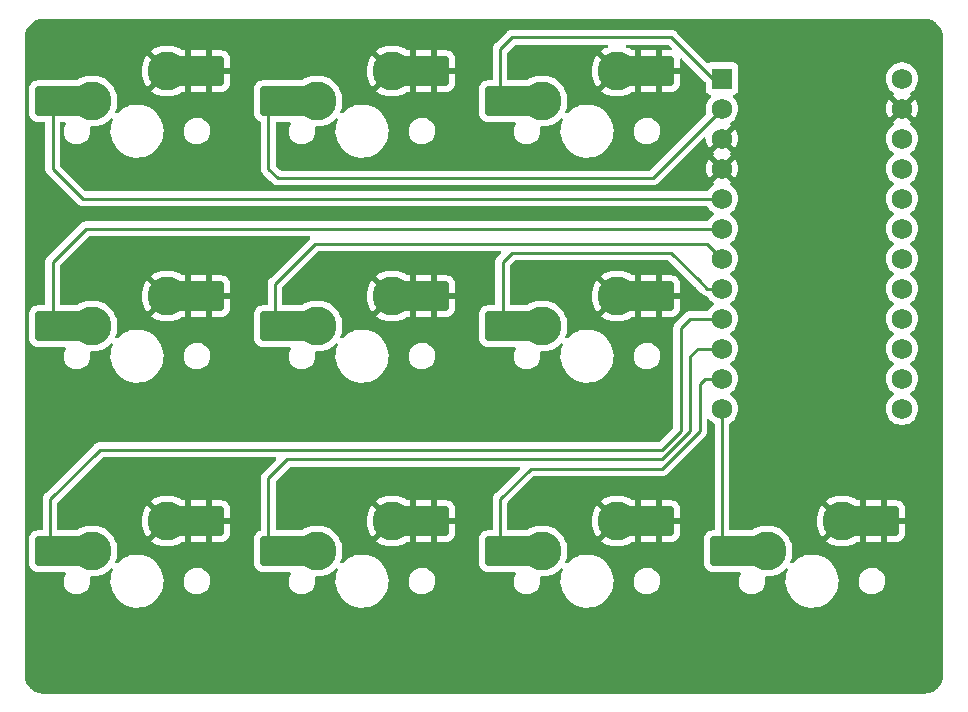
<source format=gbl>
%TF.GenerationSoftware,KiCad,Pcbnew,7.0.5*%
%TF.CreationDate,2023-06-14T14:40:25+08:00*%
%TF.ProjectId,Macropad,4d616372-6f70-4616-942e-6b696361645f,rev?*%
%TF.SameCoordinates,Original*%
%TF.FileFunction,Copper,L2,Bot*%
%TF.FilePolarity,Positive*%
%FSLAX46Y46*%
G04 Gerber Fmt 4.6, Leading zero omitted, Abs format (unit mm)*
G04 Created by KiCad (PCBNEW 7.0.5) date 2023-06-14 14:40:25*
%MOMM*%
%LPD*%
G01*
G04 APERTURE LIST*
G04 Aperture macros list*
%AMRoundRect*
0 Rectangle with rounded corners*
0 $1 Rounding radius*
0 $2 $3 $4 $5 $6 $7 $8 $9 X,Y pos of 4 corners*
0 Add a 4 corners polygon primitive as box body*
4,1,4,$2,$3,$4,$5,$6,$7,$8,$9,$2,$3,0*
0 Add four circle primitives for the rounded corners*
1,1,$1+$1,$2,$3*
1,1,$1+$1,$4,$5*
1,1,$1+$1,$6,$7*
1,1,$1+$1,$8,$9*
0 Add four rect primitives between the rounded corners*
20,1,$1+$1,$2,$3,$4,$5,0*
20,1,$1+$1,$4,$5,$6,$7,0*
20,1,$1+$1,$6,$7,$8,$9,0*
20,1,$1+$1,$8,$9,$2,$3,0*%
G04 Aperture macros list end*
%TA.AperFunction,ComponentPad*%
%ADD10R,1.752600X1.752600*%
%TD*%
%TA.AperFunction,ComponentPad*%
%ADD11C,1.752600*%
%TD*%
%TA.AperFunction,ComponentPad*%
%ADD12C,3.300000*%
%TD*%
%TA.AperFunction,SMDPad,CuDef*%
%ADD13R,1.650000X2.500000*%
%TD*%
%TA.AperFunction,SMDPad,CuDef*%
%ADD14RoundRect,0.250000X1.025000X1.000000X-1.025000X1.000000X-1.025000X-1.000000X1.025000X-1.000000X0*%
%TD*%
%TA.AperFunction,Conductor*%
%ADD15C,0.250000*%
%TD*%
G04 APERTURE END LIST*
D10*
%TO.P,U1,1,TX0/PD3*%
%TO.N,SW3*%
X217805000Y-60642500D03*
D11*
%TO.P,U1,2,RX1/PD2*%
%TO.N,SW2*%
X217805000Y-63182500D03*
%TO.P,U1,3,GND*%
%TO.N,GND*%
X217805000Y-65722500D03*
%TO.P,U1,4,GND*%
X217805000Y-68262500D03*
%TO.P,U1,5,2/PD1*%
%TO.N,SW1*%
X217805000Y-70802500D03*
%TO.P,U1,6,3/PD0*%
%TO.N,SW4*%
X217805000Y-73342500D03*
%TO.P,U1,7,4/PD4*%
%TO.N,SW5*%
X217805000Y-75882500D03*
%TO.P,U1,8,5/PC6*%
%TO.N,SW6*%
X217805000Y-78422500D03*
%TO.P,U1,9,6/PD7*%
%TO.N,SW7*%
X217805000Y-80962500D03*
%TO.P,U1,10,7/PE6*%
%TO.N,SW8*%
X217805000Y-83502500D03*
%TO.P,U1,11,8/PB4*%
%TO.N,SW9*%
X217805000Y-86042500D03*
%TO.P,U1,12,9/PB5*%
%TO.N,SW10*%
X217805000Y-88582500D03*
%TO.P,U1,13,10/PB6*%
%TO.N,unconnected-(U1-10{slash}PB6-Pad13)*%
X233045000Y-88582500D03*
%TO.P,U1,14,16/PB2*%
%TO.N,unconnected-(U1-16{slash}PB2-Pad14)*%
X233045000Y-86042500D03*
%TO.P,U1,15,14/PB3*%
%TO.N,unconnected-(U1-14{slash}PB3-Pad15)*%
X233045000Y-83502500D03*
%TO.P,U1,16,15/PB1*%
%TO.N,unconnected-(U1-15{slash}PB1-Pad16)*%
X233045000Y-80962500D03*
%TO.P,U1,17,A0/PF7*%
%TO.N,unconnected-(U1-A0{slash}PF7-Pad17)*%
X233045000Y-78422500D03*
%TO.P,U1,18,A1/PF6*%
%TO.N,unconnected-(U1-A1{slash}PF6-Pad18)*%
X233045000Y-75882500D03*
%TO.P,U1,19,A2/PF5*%
%TO.N,unconnected-(U1-A2{slash}PF5-Pad19)*%
X233045000Y-73342500D03*
%TO.P,U1,20,A3/PF4*%
%TO.N,unconnected-(U1-A3{slash}PF4-Pad20)*%
X233045000Y-70802500D03*
%TO.P,U1,21,VCC*%
%TO.N,unconnected-(U1-VCC-Pad21)*%
X233045000Y-68262500D03*
%TO.P,U1,22,RST*%
%TO.N,unconnected-(U1-RST-Pad22)*%
X233045000Y-65722500D03*
%TO.P,U1,23,GND*%
%TO.N,GND*%
X233045000Y-63182500D03*
%TO.P,U1,24,RAW*%
%TO.N,unconnected-(U1-RAW-Pad24)*%
X233045000Y-60642500D03*
%TD*%
D12*
%TO.P,MX10,1,1*%
%TO.N,SW10*%
X221615000Y-100647500D03*
D13*
X219790000Y-100647500D03*
D14*
X218065000Y-100647500D03*
%TO.P,MX10,2,2*%
%TO.N,GND*%
X231515000Y-98107500D03*
D13*
X229765000Y-98107500D03*
D12*
X227965000Y-98107500D03*
%TD*%
%TO.P,MX3,1,1*%
%TO.N,SW3*%
X202565000Y-62547500D03*
D13*
X200740000Y-62547500D03*
D14*
X199015000Y-62547500D03*
%TO.P,MX3,2,2*%
%TO.N,GND*%
X212465000Y-60007500D03*
D13*
X210715000Y-60007500D03*
D12*
X208915000Y-60007500D03*
%TD*%
%TO.P,MX9,1,1*%
%TO.N,SW9*%
X202565000Y-100647500D03*
D13*
X200740000Y-100647500D03*
D14*
X199015000Y-100647500D03*
%TO.P,MX9,2,2*%
%TO.N,GND*%
X212465000Y-98107500D03*
D13*
X210715000Y-98107500D03*
D12*
X208915000Y-98107500D03*
%TD*%
%TO.P,MX4,1,1*%
%TO.N,SW4*%
X164465000Y-81597500D03*
D13*
X162640000Y-81597500D03*
D14*
X160915000Y-81597500D03*
%TO.P,MX4,2,2*%
%TO.N,GND*%
X174365000Y-79057500D03*
D13*
X172615000Y-79057500D03*
D12*
X170815000Y-79057500D03*
%TD*%
%TO.P,MX5,1,1*%
%TO.N,SW5*%
X183515000Y-81597500D03*
D13*
X181690000Y-81597500D03*
D14*
X179965000Y-81597500D03*
%TO.P,MX5,2,2*%
%TO.N,GND*%
X193415000Y-79057500D03*
D13*
X191665000Y-79057500D03*
D12*
X189865000Y-79057500D03*
%TD*%
%TO.P,MX2,1,1*%
%TO.N,SW2*%
X183515000Y-62547500D03*
D13*
X181690000Y-62547500D03*
D14*
X179965000Y-62547500D03*
%TO.P,MX2,2,2*%
%TO.N,GND*%
X193415000Y-60007500D03*
D13*
X191665000Y-60007500D03*
D12*
X189865000Y-60007500D03*
%TD*%
%TO.P,MX8,1,1*%
%TO.N,SW8*%
X183515000Y-100647500D03*
D13*
X181690000Y-100647500D03*
D14*
X179965000Y-100647500D03*
%TO.P,MX8,2,2*%
%TO.N,GND*%
X193415000Y-98107500D03*
D13*
X191665000Y-98107500D03*
D12*
X189865000Y-98107500D03*
%TD*%
%TO.P,MX7,1,1*%
%TO.N,SW7*%
X164465000Y-100647500D03*
D13*
X162640000Y-100647500D03*
D14*
X160915000Y-100647500D03*
%TO.P,MX7,2,2*%
%TO.N,GND*%
X174365000Y-98107500D03*
D13*
X172615000Y-98107500D03*
D12*
X170815000Y-98107500D03*
%TD*%
%TO.P,MX1,1,1*%
%TO.N,SW1*%
X164465000Y-62547500D03*
D13*
X162640000Y-62547500D03*
D14*
X160915000Y-62547500D03*
%TO.P,MX1,2,2*%
%TO.N,GND*%
X174365000Y-60007500D03*
D13*
X172615000Y-60007500D03*
D12*
X170815000Y-60007500D03*
%TD*%
%TO.P,MX6,1,1*%
%TO.N,SW6*%
X202565000Y-81597500D03*
D13*
X200740000Y-81597500D03*
D14*
X199015000Y-81597500D03*
%TO.P,MX6,2,2*%
%TO.N,GND*%
X212465000Y-79057500D03*
D13*
X210715000Y-79057500D03*
D12*
X208915000Y-79057500D03*
%TD*%
D15*
%TO.N,SW1*%
X161131250Y-62763750D02*
X160915000Y-62547500D01*
X161131250Y-68262500D02*
X161131250Y-62763750D01*
X163671250Y-70802500D02*
X161131250Y-68262500D01*
X217805000Y-70802500D02*
X163671250Y-70802500D01*
%TO.N,SW2*%
X179965000Y-62547500D02*
X179387500Y-63125000D01*
X180181250Y-69056250D02*
X211931250Y-69056250D01*
X179387500Y-63125000D02*
X179387500Y-68262500D01*
X179387500Y-68262500D02*
X180181250Y-69056250D01*
X211931250Y-69056250D02*
X217805000Y-63182500D01*
%TO.N,SW3*%
X213518750Y-57150000D02*
X217011250Y-60642500D01*
X199015000Y-58160000D02*
X200025000Y-57150000D01*
X199015000Y-62547500D02*
X199015000Y-58160000D01*
X217011250Y-60642500D02*
X217805000Y-60642500D01*
X200025000Y-57150000D02*
X213518750Y-57150000D01*
%TO.N,SW4*%
X161131250Y-81381250D02*
X160915000Y-81597500D01*
X161131250Y-76200000D02*
X161131250Y-81381250D01*
X163988750Y-73342500D02*
X161131250Y-76200000D01*
X217805000Y-73342500D02*
X163988750Y-73342500D01*
%TO.N,SW5*%
X179965000Y-81597500D02*
X179965000Y-78003750D01*
X216535000Y-74612500D02*
X217805000Y-75882500D01*
X183356250Y-74612500D02*
X216535000Y-74612500D01*
X179965000Y-78003750D02*
X183356250Y-74612500D01*
%TO.N,SW6*%
X199231250Y-81381250D02*
X199231250Y-76200000D01*
X199015000Y-81597500D02*
X199231250Y-81381250D01*
X215930725Y-77787500D02*
X216565725Y-78422500D01*
X216565725Y-78422500D02*
X217805000Y-78422500D01*
X199231250Y-76200000D02*
X200025000Y-75406250D01*
X200025000Y-75406250D02*
X213518750Y-75406250D01*
X213518750Y-75406250D02*
X215900000Y-77787500D01*
X215900000Y-77787500D02*
X215930725Y-77787500D01*
%TO.N,SW7*%
X212725000Y-92075000D02*
X214312500Y-90487500D01*
X160915000Y-96260000D02*
X165100000Y-92075000D01*
X214312500Y-90487500D02*
X214312500Y-81756250D01*
X160915000Y-100647500D02*
X160915000Y-96260000D01*
X165100000Y-92075000D02*
X212725000Y-92075000D01*
X215106250Y-80962500D02*
X217805000Y-80962500D01*
X214312500Y-81756250D02*
X215106250Y-80962500D01*
%TO.N,SW8*%
X212725000Y-92868750D02*
X180975000Y-92868750D01*
X217805000Y-83502500D02*
X215741250Y-83502500D01*
X215106250Y-84137500D02*
X215106250Y-90487500D01*
X215741250Y-83502500D02*
X215106250Y-84137500D01*
X179387500Y-100070000D02*
X179965000Y-100647500D01*
X179387500Y-94456250D02*
X179387500Y-100070000D01*
X215106250Y-90487500D02*
X212725000Y-92868750D01*
X180975000Y-92868750D02*
X179387500Y-94456250D01*
%TO.N,SW9*%
X212725000Y-93662500D02*
X201612500Y-93662500D01*
X201612500Y-93662500D02*
X199015000Y-96260000D01*
X215900000Y-86518750D02*
X215900000Y-90487500D01*
X216376250Y-86042500D02*
X215900000Y-86518750D01*
X215900000Y-90487500D02*
X212725000Y-93662500D01*
X199015000Y-96260000D02*
X199015000Y-100647500D01*
X217805000Y-86042500D02*
X216376250Y-86042500D01*
%TO.N,SW10*%
X217805000Y-100387500D02*
X218065000Y-100647500D01*
X217805000Y-88582500D02*
X217805000Y-100387500D01*
%TD*%
%TA.AperFunction,Conductor*%
%TO.N,GND*%
G36*
X234952207Y-55563157D02*
G01*
X235019618Y-55567979D01*
X235179747Y-55580581D01*
X235188041Y-55581804D01*
X235286526Y-55603228D01*
X235287567Y-55603466D01*
X235412113Y-55633367D01*
X235419301Y-55635561D01*
X235519448Y-55672914D01*
X235521470Y-55673710D01*
X235604279Y-55708010D01*
X235633965Y-55720307D01*
X235639953Y-55723171D01*
X235735887Y-55775556D01*
X235738476Y-55777054D01*
X235839034Y-55838676D01*
X235840340Y-55839477D01*
X235845102Y-55842708D01*
X235888536Y-55875222D01*
X235933411Y-55908814D01*
X235936494Y-55911281D01*
X236026651Y-55988282D01*
X236030227Y-55991588D01*
X236108410Y-56069771D01*
X236111716Y-56073347D01*
X236188705Y-56163489D01*
X236191195Y-56166601D01*
X236257290Y-56254896D01*
X236260521Y-56259658D01*
X236288294Y-56304978D01*
X236322929Y-56361498D01*
X236324457Y-56364138D01*
X236344822Y-56401432D01*
X236376825Y-56460042D01*
X236379691Y-56466033D01*
X236426278Y-56578503D01*
X236427089Y-56580564D01*
X236464435Y-56680693D01*
X236466633Y-56687893D01*
X236496504Y-56812311D01*
X236496800Y-56813606D01*
X236518191Y-56911938D01*
X236519418Y-56920262D01*
X236532023Y-57080425D01*
X236536842Y-57147790D01*
X236537000Y-57152215D01*
X236537000Y-111122784D01*
X236536842Y-111127209D01*
X236532023Y-111194573D01*
X236519418Y-111354736D01*
X236518191Y-111363060D01*
X236496800Y-111461392D01*
X236496504Y-111462687D01*
X236466633Y-111587105D01*
X236464435Y-111594305D01*
X236427089Y-111694434D01*
X236426278Y-111696495D01*
X236379691Y-111808965D01*
X236376825Y-111814956D01*
X236324466Y-111910846D01*
X236322913Y-111913529D01*
X236260521Y-112015340D01*
X236257290Y-112020102D01*
X236191195Y-112108397D01*
X236188705Y-112111509D01*
X236111716Y-112201651D01*
X236108410Y-112205227D01*
X236030227Y-112283410D01*
X236026651Y-112286716D01*
X235936509Y-112363705D01*
X235933397Y-112366195D01*
X235845102Y-112432290D01*
X235840340Y-112435521D01*
X235738529Y-112497913D01*
X235735846Y-112499466D01*
X235639956Y-112551825D01*
X235633965Y-112554691D01*
X235521495Y-112601278D01*
X235519434Y-112602089D01*
X235419305Y-112639435D01*
X235412105Y-112641633D01*
X235287687Y-112671504D01*
X235286392Y-112671800D01*
X235188060Y-112693191D01*
X235179736Y-112694418D01*
X235019573Y-112707023D01*
X234955432Y-112711611D01*
X234952208Y-112711842D01*
X234947785Y-112712000D01*
X160339715Y-112712000D01*
X160335291Y-112711842D01*
X160331639Y-112711580D01*
X160267925Y-112707023D01*
X160107762Y-112694418D01*
X160099438Y-112693191D01*
X160001106Y-112671800D01*
X159999811Y-112671504D01*
X159875393Y-112641633D01*
X159868193Y-112639435D01*
X159768064Y-112602089D01*
X159766003Y-112601278D01*
X159653533Y-112554691D01*
X159647542Y-112551825D01*
X159588932Y-112519822D01*
X159551638Y-112499457D01*
X159548998Y-112497929D01*
X159492478Y-112463294D01*
X159447158Y-112435521D01*
X159442396Y-112432290D01*
X159354101Y-112366195D01*
X159350997Y-112363711D01*
X159260847Y-112286716D01*
X159257271Y-112283410D01*
X159179088Y-112205227D01*
X159175782Y-112201651D01*
X159098781Y-112111494D01*
X159096314Y-112108411D01*
X159062722Y-112063536D01*
X159030208Y-112020102D01*
X159026977Y-112015340D01*
X159026176Y-112014034D01*
X158964554Y-111913476D01*
X158963056Y-111910887D01*
X158910671Y-111814953D01*
X158907807Y-111808965D01*
X158895510Y-111779279D01*
X158861210Y-111696470D01*
X158860409Y-111694434D01*
X158855535Y-111681367D01*
X158823061Y-111594301D01*
X158820867Y-111587113D01*
X158790966Y-111462567D01*
X158790728Y-111461526D01*
X158769304Y-111363041D01*
X158768081Y-111354747D01*
X158755476Y-111194573D01*
X158750657Y-111127208D01*
X158750500Y-111122786D01*
X158750500Y-101697501D01*
X159139500Y-101697501D01*
X159139501Y-101697518D01*
X159150000Y-101800296D01*
X159150001Y-101800299D01*
X159205185Y-101966831D01*
X159205187Y-101966836D01*
X159230470Y-102007826D01*
X159297288Y-102116156D01*
X159421344Y-102240212D01*
X159570666Y-102332314D01*
X159737203Y-102387499D01*
X159839991Y-102398000D01*
X161767118Y-102397999D01*
X161767127Y-102398000D01*
X162136428Y-102397999D01*
X162203466Y-102417683D01*
X162249221Y-102470487D01*
X162259165Y-102539646D01*
X162243814Y-102583999D01*
X162166553Y-102717819D01*
X162096251Y-102920942D01*
X162096250Y-102920944D01*
X162065661Y-103133700D01*
X162065660Y-103133702D01*
X162075887Y-103348401D01*
X162126563Y-103557291D01*
X162126565Y-103557295D01*
X162128553Y-103561649D01*
X162215854Y-103752810D01*
X162340534Y-103927899D01*
X162340535Y-103927900D01*
X162340540Y-103927906D01*
X162496094Y-104076225D01*
X162496096Y-104076226D01*
X162496097Y-104076227D01*
X162676920Y-104192435D01*
X162876468Y-104272322D01*
X162981998Y-104292660D01*
X163087527Y-104313000D01*
X163087528Y-104313000D01*
X163248612Y-104313000D01*
X163248618Y-104313000D01*
X163408971Y-104297688D01*
X163615209Y-104237131D01*
X163806259Y-104138638D01*
X163975217Y-104005768D01*
X164115976Y-103843324D01*
X164223448Y-103657177D01*
X164293750Y-103454054D01*
X164324339Y-103241297D01*
X164314112Y-103026596D01*
X164295829Y-102951232D01*
X164299154Y-102881443D01*
X164339682Y-102824529D01*
X164404547Y-102798561D01*
X164416334Y-102798000D01*
X164612099Y-102798000D01*
X164643520Y-102793680D01*
X164903555Y-102757940D01*
X165186841Y-102678567D01*
X165456682Y-102561359D01*
X165708049Y-102408499D01*
X165936260Y-102222835D01*
X166026715Y-102125980D01*
X166086856Y-102090423D01*
X166156677Y-102093025D01*
X166214008Y-102132962D01*
X166240646Y-102197555D01*
X166229816Y-102262814D01*
X166180433Y-102369232D01*
X166175882Y-102379040D01*
X166173258Y-102387499D01*
X166086854Y-102666035D01*
X166036874Y-102962342D01*
X166026833Y-103262667D01*
X166056910Y-103561642D01*
X166056911Y-103561649D01*
X166126568Y-103853941D01*
X166126571Y-103853953D01*
X166234566Y-104134353D01*
X166234573Y-104134368D01*
X166378979Y-104397875D01*
X166378983Y-104397881D01*
X166470296Y-104521812D01*
X166557223Y-104639790D01*
X166766121Y-104855789D01*
X167001946Y-105042018D01*
X167260487Y-105195152D01*
X167537133Y-105312460D01*
X167537136Y-105312460D01*
X167537139Y-105312462D01*
X167682039Y-105352153D01*
X167826946Y-105391848D01*
X168124755Y-105431900D01*
X168124760Y-105431900D01*
X168350041Y-105431900D01*
X168513513Y-105420955D01*
X168574819Y-105416852D01*
X168869287Y-105356999D01*
X169153151Y-105258431D01*
X169421343Y-105122907D01*
X169669080Y-104952846D01*
X169891939Y-104751282D01*
X170085943Y-104521812D01*
X170247631Y-104268532D01*
X170374118Y-103995960D01*
X170463146Y-103708962D01*
X170513126Y-103412658D01*
X170522453Y-103133702D01*
X172225660Y-103133702D01*
X172235887Y-103348401D01*
X172286563Y-103557291D01*
X172286565Y-103557295D01*
X172288553Y-103561649D01*
X172375854Y-103752810D01*
X172500534Y-103927899D01*
X172500535Y-103927900D01*
X172500540Y-103927906D01*
X172656094Y-104076225D01*
X172656096Y-104076226D01*
X172656097Y-104076227D01*
X172836920Y-104192435D01*
X173036468Y-104272322D01*
X173141998Y-104292660D01*
X173247527Y-104313000D01*
X173247528Y-104313000D01*
X173408612Y-104313000D01*
X173408618Y-104313000D01*
X173568971Y-104297688D01*
X173775209Y-104237131D01*
X173966259Y-104138638D01*
X174135217Y-104005768D01*
X174275976Y-103843324D01*
X174383448Y-103657177D01*
X174453750Y-103454054D01*
X174484339Y-103241297D01*
X174474112Y-103026596D01*
X174423437Y-102817710D01*
X174334146Y-102622190D01*
X174209466Y-102447101D01*
X174209464Y-102447099D01*
X174209459Y-102447093D01*
X174053905Y-102298774D01*
X173873080Y-102182565D01*
X173673530Y-102102677D01*
X173462473Y-102062000D01*
X173462472Y-102062000D01*
X173301382Y-102062000D01*
X173141028Y-102077312D01*
X173141029Y-102077312D01*
X173141025Y-102077313D01*
X172934793Y-102137868D01*
X172743736Y-102236364D01*
X172574785Y-102369229D01*
X172574782Y-102369233D01*
X172434021Y-102531678D01*
X172326553Y-102717819D01*
X172256251Y-102920942D01*
X172256250Y-102920944D01*
X172225661Y-103133700D01*
X172225660Y-103133702D01*
X170522453Y-103133702D01*
X170523167Y-103112336D01*
X170493089Y-102813355D01*
X170489563Y-102798561D01*
X170470322Y-102717819D01*
X170423430Y-102521051D01*
X170315431Y-102240640D01*
X170171021Y-101977125D01*
X169992777Y-101735210D01*
X169783879Y-101519211D01*
X169783872Y-101519205D01*
X169548055Y-101332983D01*
X169548056Y-101332983D01*
X169548054Y-101332982D01*
X169289513Y-101179848D01*
X169012867Y-101062540D01*
X169012860Y-101062537D01*
X168723059Y-100983153D01*
X168723056Y-100983152D01*
X168723054Y-100983152D01*
X168425245Y-100943100D01*
X168199967Y-100943100D01*
X168199959Y-100943100D01*
X167975183Y-100958147D01*
X167975174Y-100958149D01*
X167680710Y-101018001D01*
X167396847Y-101116569D01*
X167396844Y-101116571D01*
X167128662Y-101252089D01*
X166880918Y-101422155D01*
X166658062Y-101623716D01*
X166658056Y-101623722D01*
X166652901Y-101629820D01*
X166594584Y-101668304D01*
X166524720Y-101669149D01*
X166465489Y-101632089D01*
X166435697Y-101568889D01*
X166441372Y-101508233D01*
X166471964Y-101422155D01*
X166540592Y-101229054D01*
X166540592Y-101229049D01*
X166540595Y-101229043D01*
X166584449Y-101018001D01*
X166600448Y-100941011D01*
X166620525Y-100647500D01*
X166600448Y-100353989D01*
X166572075Y-100217449D01*
X166540595Y-100065956D01*
X166540590Y-100065940D01*
X166472926Y-99875552D01*
X166442072Y-99788736D01*
X166306722Y-99527524D01*
X166306721Y-99527522D01*
X166306717Y-99527516D01*
X166137067Y-99287176D01*
X166070130Y-99215504D01*
X165936260Y-99072165D01*
X165936258Y-99072164D01*
X165936256Y-99072161D01*
X165720954Y-98897000D01*
X165708049Y-98886501D01*
X165708047Y-98886500D01*
X165708045Y-98886498D01*
X165456680Y-98733639D01*
X165456675Y-98733637D01*
X165186845Y-98616434D01*
X164903560Y-98537061D01*
X164903556Y-98537060D01*
X164903555Y-98537060D01*
X164757826Y-98517029D01*
X164612099Y-98497000D01*
X164612098Y-98497000D01*
X164317902Y-98497000D01*
X164317901Y-98497000D01*
X164026445Y-98537060D01*
X164026439Y-98537061D01*
X163743154Y-98616434D01*
X163473324Y-98733637D01*
X163473319Y-98733639D01*
X163234370Y-98878948D01*
X163169942Y-98897000D01*
X161664500Y-98897000D01*
X161597461Y-98877315D01*
X161551706Y-98824511D01*
X161540500Y-98773000D01*
X161540500Y-98107499D01*
X168659976Y-98107499D01*
X168680047Y-98400936D01*
X168739890Y-98688921D01*
X168739891Y-98688924D01*
X168838386Y-98966060D01*
X168838385Y-98966060D01*
X168973706Y-99227216D01*
X169125991Y-99442953D01*
X169591388Y-98977555D01*
X169707632Y-99126904D01*
X169890523Y-99295268D01*
X169945116Y-99330935D01*
X169481658Y-99794394D01*
X169572240Y-99868090D01*
X169572246Y-99868094D01*
X169823550Y-100020915D01*
X170093322Y-100138093D01*
X170376541Y-100217448D01*
X170376547Y-100217449D01*
X170667935Y-100257500D01*
X170962065Y-100257500D01*
X171253452Y-100217449D01*
X171253458Y-100217448D01*
X171536677Y-100138093D01*
X171806449Y-100020915D01*
X172045489Y-99875552D01*
X172109917Y-99857500D01*
X172364999Y-99857500D01*
X172364999Y-98357500D01*
X172865000Y-98357500D01*
X172865000Y-99857500D01*
X173539182Y-99857500D01*
X173539191Y-99857499D01*
X174115000Y-99857499D01*
X174115000Y-98357500D01*
X174615000Y-98357500D01*
X174615000Y-99857499D01*
X175439972Y-99857499D01*
X175439986Y-99857498D01*
X175542697Y-99847005D01*
X175709119Y-99791858D01*
X175709124Y-99791856D01*
X175858345Y-99699815D01*
X175982315Y-99575845D01*
X176074356Y-99426624D01*
X176074358Y-99426619D01*
X176129505Y-99260197D01*
X176129506Y-99260190D01*
X176139999Y-99157486D01*
X176140000Y-99157473D01*
X176140000Y-98357500D01*
X174615000Y-98357500D01*
X174115000Y-98357500D01*
X172865000Y-98357500D01*
X172364999Y-98357500D01*
X172365000Y-96357500D01*
X172865000Y-96357500D01*
X172865000Y-97857500D01*
X174115000Y-97857500D01*
X174115000Y-96357500D01*
X174615000Y-96357500D01*
X174615000Y-97857500D01*
X176139998Y-97857500D01*
X176139999Y-97057528D01*
X176139998Y-97057513D01*
X176129505Y-96954802D01*
X176074358Y-96788380D01*
X176074356Y-96788375D01*
X175982315Y-96639154D01*
X175858345Y-96515184D01*
X175709124Y-96423143D01*
X175709119Y-96423141D01*
X175542697Y-96367994D01*
X175542690Y-96367993D01*
X175439986Y-96357500D01*
X174615000Y-96357500D01*
X174115000Y-96357500D01*
X172865000Y-96357500D01*
X172365000Y-96357500D01*
X172109917Y-96357500D01*
X172045489Y-96339448D01*
X171806449Y-96194084D01*
X171536677Y-96076906D01*
X171253458Y-95997551D01*
X171253452Y-95997550D01*
X170962065Y-95957500D01*
X170667935Y-95957500D01*
X170376547Y-95997550D01*
X170376541Y-95997551D01*
X170093322Y-96076906D01*
X169823550Y-96194084D01*
X169572243Y-96346907D01*
X169481657Y-96420604D01*
X169945117Y-96884064D01*
X169890523Y-96919732D01*
X169707632Y-97088096D01*
X169591389Y-97237443D01*
X169125991Y-96772045D01*
X169125990Y-96772045D01*
X168973710Y-96987776D01*
X168973706Y-96987782D01*
X168838386Y-97248939D01*
X168739891Y-97526075D01*
X168739890Y-97526078D01*
X168680047Y-97814063D01*
X168659976Y-98107499D01*
X161540500Y-98107499D01*
X161540500Y-96570451D01*
X161560185Y-96503412D01*
X161576814Y-96482775D01*
X165322770Y-92736819D01*
X165384094Y-92703334D01*
X165410452Y-92700500D01*
X179959298Y-92700500D01*
X180026337Y-92720185D01*
X180072092Y-92772989D01*
X180082036Y-92842147D01*
X180053011Y-92905703D01*
X180046979Y-92912181D01*
X179003708Y-93955449D01*
X178991451Y-93965270D01*
X178991634Y-93965491D01*
X178985622Y-93970464D01*
X178938932Y-94020182D01*
X178937579Y-94021579D01*
X178917389Y-94041769D01*
X178917377Y-94041782D01*
X178913121Y-94047267D01*
X178909337Y-94051697D01*
X178877437Y-94085668D01*
X178877436Y-94085670D01*
X178867784Y-94103226D01*
X178857110Y-94119476D01*
X178844829Y-94135311D01*
X178844824Y-94135318D01*
X178826315Y-94178088D01*
X178823745Y-94183334D01*
X178801303Y-94224156D01*
X178796322Y-94243557D01*
X178790021Y-94261960D01*
X178782062Y-94280352D01*
X178782061Y-94280355D01*
X178774771Y-94326377D01*
X178773587Y-94332096D01*
X178762001Y-94377222D01*
X178762000Y-94377232D01*
X178762000Y-94397266D01*
X178760473Y-94416665D01*
X178757340Y-94436444D01*
X178757340Y-94436445D01*
X178761725Y-94482833D01*
X178762000Y-94488671D01*
X178762000Y-98826311D01*
X178742315Y-98893350D01*
X178689511Y-98939105D01*
X178677005Y-98944017D01*
X178620666Y-98962686D01*
X178471342Y-99054789D01*
X178347289Y-99178842D01*
X178255187Y-99328163D01*
X178255185Y-99328166D01*
X178255186Y-99328166D01*
X178200001Y-99494703D01*
X178200001Y-99494704D01*
X178200000Y-99494704D01*
X178189500Y-99597483D01*
X178189500Y-101697501D01*
X178189501Y-101697518D01*
X178200000Y-101800296D01*
X178200001Y-101800299D01*
X178255185Y-101966831D01*
X178255187Y-101966836D01*
X178280470Y-102007826D01*
X178347288Y-102116156D01*
X178471344Y-102240212D01*
X178620666Y-102332314D01*
X178787203Y-102387499D01*
X178889991Y-102398000D01*
X180817118Y-102397999D01*
X180817127Y-102398000D01*
X181186428Y-102397999D01*
X181253466Y-102417683D01*
X181299221Y-102470487D01*
X181309165Y-102539646D01*
X181293814Y-102583999D01*
X181216553Y-102717819D01*
X181146251Y-102920942D01*
X181146250Y-102920944D01*
X181115661Y-103133700D01*
X181115660Y-103133702D01*
X181125887Y-103348401D01*
X181176563Y-103557291D01*
X181176565Y-103557295D01*
X181178553Y-103561649D01*
X181265854Y-103752810D01*
X181390534Y-103927899D01*
X181390535Y-103927900D01*
X181390540Y-103927906D01*
X181546094Y-104076225D01*
X181546096Y-104076226D01*
X181546097Y-104076227D01*
X181726920Y-104192435D01*
X181926468Y-104272322D01*
X182031997Y-104292661D01*
X182137527Y-104313000D01*
X182137528Y-104313000D01*
X182298612Y-104313000D01*
X182298618Y-104313000D01*
X182458971Y-104297688D01*
X182665209Y-104237131D01*
X182856259Y-104138638D01*
X183025217Y-104005768D01*
X183165976Y-103843324D01*
X183273448Y-103657177D01*
X183343750Y-103454054D01*
X183374339Y-103241297D01*
X183364112Y-103026596D01*
X183345829Y-102951232D01*
X183349154Y-102881443D01*
X183389682Y-102824529D01*
X183454547Y-102798561D01*
X183466334Y-102798000D01*
X183662099Y-102798000D01*
X183693520Y-102793680D01*
X183953555Y-102757940D01*
X184236841Y-102678567D01*
X184506682Y-102561359D01*
X184758049Y-102408499D01*
X184986260Y-102222835D01*
X185076715Y-102125980D01*
X185136856Y-102090423D01*
X185206677Y-102093025D01*
X185264008Y-102132962D01*
X185290646Y-102197555D01*
X185279816Y-102262814D01*
X185230433Y-102369232D01*
X185225882Y-102379040D01*
X185223258Y-102387499D01*
X185136854Y-102666035D01*
X185086874Y-102962342D01*
X185076833Y-103262667D01*
X185106910Y-103561642D01*
X185106911Y-103561649D01*
X185176568Y-103853941D01*
X185176571Y-103853953D01*
X185284566Y-104134353D01*
X185284573Y-104134368D01*
X185428979Y-104397875D01*
X185428983Y-104397881D01*
X185520296Y-104521812D01*
X185607223Y-104639790D01*
X185816121Y-104855789D01*
X186051946Y-105042018D01*
X186310487Y-105195152D01*
X186587133Y-105312460D01*
X186587136Y-105312460D01*
X186587139Y-105312462D01*
X186732039Y-105352153D01*
X186876946Y-105391848D01*
X187174755Y-105431900D01*
X187174760Y-105431900D01*
X187400041Y-105431900D01*
X187563513Y-105420955D01*
X187624819Y-105416852D01*
X187919287Y-105356999D01*
X188203151Y-105258431D01*
X188471343Y-105122907D01*
X188719080Y-104952846D01*
X188941939Y-104751282D01*
X189135943Y-104521812D01*
X189297631Y-104268532D01*
X189424118Y-103995960D01*
X189513146Y-103708962D01*
X189563126Y-103412658D01*
X189572453Y-103133702D01*
X191275660Y-103133702D01*
X191285887Y-103348401D01*
X191336563Y-103557291D01*
X191336565Y-103557295D01*
X191338553Y-103561649D01*
X191425854Y-103752810D01*
X191550534Y-103927899D01*
X191550535Y-103927900D01*
X191550540Y-103927906D01*
X191706094Y-104076225D01*
X191706096Y-104076226D01*
X191706097Y-104076227D01*
X191886920Y-104192435D01*
X192086468Y-104272322D01*
X192191997Y-104292661D01*
X192297527Y-104313000D01*
X192297528Y-104313000D01*
X192458612Y-104313000D01*
X192458618Y-104313000D01*
X192618971Y-104297688D01*
X192825209Y-104237131D01*
X193016259Y-104138638D01*
X193185217Y-104005768D01*
X193325976Y-103843324D01*
X193433448Y-103657177D01*
X193503750Y-103454054D01*
X193534339Y-103241297D01*
X193524112Y-103026596D01*
X193473437Y-102817710D01*
X193384146Y-102622190D01*
X193259466Y-102447101D01*
X193259464Y-102447099D01*
X193259459Y-102447093D01*
X193103905Y-102298774D01*
X192923080Y-102182565D01*
X192723530Y-102102677D01*
X192512473Y-102062000D01*
X192512472Y-102062000D01*
X192351382Y-102062000D01*
X192191028Y-102077312D01*
X192191029Y-102077312D01*
X192191025Y-102077313D01*
X191984793Y-102137868D01*
X191793736Y-102236364D01*
X191624785Y-102369229D01*
X191624782Y-102369233D01*
X191484021Y-102531678D01*
X191376553Y-102717819D01*
X191306251Y-102920942D01*
X191306250Y-102920944D01*
X191275661Y-103133700D01*
X191275660Y-103133702D01*
X189572453Y-103133702D01*
X189573167Y-103112336D01*
X189543089Y-102813355D01*
X189539563Y-102798561D01*
X189520322Y-102717819D01*
X189473430Y-102521051D01*
X189365431Y-102240640D01*
X189221021Y-101977125D01*
X189042777Y-101735210D01*
X188833879Y-101519211D01*
X188833872Y-101519205D01*
X188598055Y-101332983D01*
X188598056Y-101332983D01*
X188598054Y-101332982D01*
X188339513Y-101179848D01*
X188062867Y-101062540D01*
X188062860Y-101062537D01*
X187773059Y-100983153D01*
X187773056Y-100983152D01*
X187773054Y-100983152D01*
X187475245Y-100943100D01*
X187249967Y-100943100D01*
X187249959Y-100943100D01*
X187025183Y-100958147D01*
X187025174Y-100958149D01*
X186730710Y-101018001D01*
X186446847Y-101116569D01*
X186446844Y-101116571D01*
X186178662Y-101252089D01*
X185930918Y-101422155D01*
X185708062Y-101623716D01*
X185708056Y-101623722D01*
X185702901Y-101629820D01*
X185644584Y-101668304D01*
X185574720Y-101669149D01*
X185515489Y-101632089D01*
X185485697Y-101568889D01*
X185491372Y-101508233D01*
X185521964Y-101422155D01*
X185590592Y-101229054D01*
X185590592Y-101229049D01*
X185590595Y-101229043D01*
X185634449Y-101018001D01*
X185650448Y-100941011D01*
X185670525Y-100647500D01*
X185650448Y-100353989D01*
X185622075Y-100217449D01*
X185590595Y-100065956D01*
X185590590Y-100065940D01*
X185522926Y-99875552D01*
X185492072Y-99788736D01*
X185356722Y-99527524D01*
X185356721Y-99527522D01*
X185356717Y-99527516D01*
X185187067Y-99287176D01*
X185120129Y-99215504D01*
X184986260Y-99072165D01*
X184986258Y-99072164D01*
X184986256Y-99072161D01*
X184770954Y-98897000D01*
X184758049Y-98886501D01*
X184758047Y-98886500D01*
X184758045Y-98886498D01*
X184506680Y-98733639D01*
X184506675Y-98733637D01*
X184236845Y-98616434D01*
X183953560Y-98537061D01*
X183953556Y-98537060D01*
X183953555Y-98537060D01*
X183807826Y-98517029D01*
X183662099Y-98497000D01*
X183662098Y-98497000D01*
X183367902Y-98497000D01*
X183367901Y-98497000D01*
X183076445Y-98537060D01*
X183076439Y-98537061D01*
X182793154Y-98616434D01*
X182523324Y-98733637D01*
X182523319Y-98733639D01*
X182284370Y-98878948D01*
X182219942Y-98897000D01*
X180137000Y-98897000D01*
X180069961Y-98877315D01*
X180024206Y-98824511D01*
X180013000Y-98773000D01*
X180013000Y-98107499D01*
X187709976Y-98107499D01*
X187730047Y-98400936D01*
X187789890Y-98688921D01*
X187789891Y-98688924D01*
X187888386Y-98966060D01*
X187888385Y-98966060D01*
X188023706Y-99227216D01*
X188175991Y-99442953D01*
X188641388Y-98977555D01*
X188757632Y-99126904D01*
X188940523Y-99295268D01*
X188995116Y-99330935D01*
X188531658Y-99794394D01*
X188622240Y-99868090D01*
X188622246Y-99868094D01*
X188873550Y-100020915D01*
X189143322Y-100138093D01*
X189426541Y-100217448D01*
X189426547Y-100217449D01*
X189717935Y-100257500D01*
X190012065Y-100257500D01*
X190303452Y-100217449D01*
X190303458Y-100217448D01*
X190586677Y-100138093D01*
X190856449Y-100020915D01*
X191095489Y-99875552D01*
X191159917Y-99857500D01*
X191415000Y-99857500D01*
X191415000Y-98357500D01*
X191915000Y-98357500D01*
X191915000Y-99857500D01*
X192589182Y-99857500D01*
X192589191Y-99857499D01*
X193164999Y-99857499D01*
X193165000Y-98357500D01*
X193665000Y-98357500D01*
X193665000Y-99857499D01*
X194489972Y-99857499D01*
X194489986Y-99857498D01*
X194592697Y-99847005D01*
X194759119Y-99791858D01*
X194759124Y-99791856D01*
X194908345Y-99699815D01*
X195032315Y-99575845D01*
X195124356Y-99426624D01*
X195124358Y-99426619D01*
X195179505Y-99260197D01*
X195179506Y-99260190D01*
X195189999Y-99157486D01*
X195190000Y-99157473D01*
X195190000Y-98357500D01*
X193665000Y-98357500D01*
X193165000Y-98357500D01*
X191915000Y-98357500D01*
X191415000Y-98357500D01*
X191415000Y-96357500D01*
X191915000Y-96357500D01*
X191915000Y-97857500D01*
X193164999Y-97857500D01*
X193165000Y-96357500D01*
X193665000Y-96357500D01*
X193665000Y-97857500D01*
X195189999Y-97857500D01*
X195189999Y-97057528D01*
X195189998Y-97057513D01*
X195179505Y-96954802D01*
X195124358Y-96788380D01*
X195124356Y-96788375D01*
X195032315Y-96639154D01*
X194908345Y-96515184D01*
X194759124Y-96423143D01*
X194759119Y-96423141D01*
X194592697Y-96367994D01*
X194592690Y-96367993D01*
X194489986Y-96357500D01*
X193665000Y-96357500D01*
X193165000Y-96357500D01*
X191915000Y-96357500D01*
X191415000Y-96357500D01*
X191159917Y-96357500D01*
X191095489Y-96339448D01*
X190856449Y-96194084D01*
X190586677Y-96076906D01*
X190303458Y-95997551D01*
X190303452Y-95997550D01*
X190012065Y-95957500D01*
X189717935Y-95957500D01*
X189426547Y-95997550D01*
X189426541Y-95997551D01*
X189143322Y-96076906D01*
X188873550Y-96194084D01*
X188622243Y-96346907D01*
X188531657Y-96420604D01*
X188995117Y-96884064D01*
X188940523Y-96919732D01*
X188757632Y-97088096D01*
X188641389Y-97237442D01*
X188175991Y-96772044D01*
X188175990Y-96772045D01*
X188023710Y-96987776D01*
X188023706Y-96987782D01*
X187888386Y-97248939D01*
X187789891Y-97526075D01*
X187789890Y-97526078D01*
X187730047Y-97814063D01*
X187709976Y-98107499D01*
X180013000Y-98107499D01*
X180013000Y-94766702D01*
X180032685Y-94699663D01*
X180049319Y-94679021D01*
X181197772Y-93530569D01*
X181259095Y-93497084D01*
X181285453Y-93494250D01*
X200596798Y-93494250D01*
X200663837Y-93513935D01*
X200709592Y-93566739D01*
X200719536Y-93635897D01*
X200690511Y-93699453D01*
X200684479Y-93705931D01*
X198631208Y-95759199D01*
X198618951Y-95769020D01*
X198619134Y-95769241D01*
X198613122Y-95774214D01*
X198566432Y-95823932D01*
X198565079Y-95825329D01*
X198544889Y-95845519D01*
X198544877Y-95845532D01*
X198540621Y-95851017D01*
X198536837Y-95855447D01*
X198504937Y-95889418D01*
X198504936Y-95889420D01*
X198495284Y-95906976D01*
X198484610Y-95923226D01*
X198472329Y-95939061D01*
X198472324Y-95939068D01*
X198453815Y-95981838D01*
X198451245Y-95987084D01*
X198428803Y-96027906D01*
X198423822Y-96047307D01*
X198417521Y-96065710D01*
X198409562Y-96084102D01*
X198409561Y-96084105D01*
X198402271Y-96130127D01*
X198401087Y-96135846D01*
X198389501Y-96180972D01*
X198389500Y-96180982D01*
X198389500Y-96201016D01*
X198387973Y-96220415D01*
X198384840Y-96240194D01*
X198384840Y-96240195D01*
X198389225Y-96286583D01*
X198389500Y-96292421D01*
X198389500Y-98773000D01*
X198369815Y-98840039D01*
X198317011Y-98885794D01*
X198265500Y-98897000D01*
X197939999Y-98897000D01*
X197939980Y-98897001D01*
X197837203Y-98907500D01*
X197837200Y-98907501D01*
X197670668Y-98962685D01*
X197670663Y-98962687D01*
X197521342Y-99054789D01*
X197397289Y-99178842D01*
X197305187Y-99328163D01*
X197305185Y-99328166D01*
X197305186Y-99328166D01*
X197250001Y-99494703D01*
X197250001Y-99494704D01*
X197250000Y-99494704D01*
X197239500Y-99597483D01*
X197239500Y-101697501D01*
X197239501Y-101697518D01*
X197250000Y-101800296D01*
X197250001Y-101800299D01*
X197305185Y-101966831D01*
X197305187Y-101966836D01*
X197330470Y-102007826D01*
X197397288Y-102116156D01*
X197521344Y-102240212D01*
X197670666Y-102332314D01*
X197837203Y-102387499D01*
X197939991Y-102398000D01*
X199867118Y-102397999D01*
X199867127Y-102398000D01*
X200236428Y-102397999D01*
X200303466Y-102417683D01*
X200349221Y-102470487D01*
X200359165Y-102539646D01*
X200343814Y-102583999D01*
X200266553Y-102717819D01*
X200196251Y-102920942D01*
X200196250Y-102920944D01*
X200165661Y-103133700D01*
X200165660Y-103133702D01*
X200175887Y-103348401D01*
X200226563Y-103557291D01*
X200226565Y-103557295D01*
X200228553Y-103561649D01*
X200315854Y-103752810D01*
X200440534Y-103927899D01*
X200440535Y-103927900D01*
X200440540Y-103927906D01*
X200596094Y-104076225D01*
X200596096Y-104076226D01*
X200596097Y-104076227D01*
X200776920Y-104192435D01*
X200976468Y-104272322D01*
X201081998Y-104292660D01*
X201187527Y-104313000D01*
X201187528Y-104313000D01*
X201348612Y-104313000D01*
X201348618Y-104313000D01*
X201508971Y-104297688D01*
X201715209Y-104237131D01*
X201906259Y-104138638D01*
X202075217Y-104005768D01*
X202215976Y-103843324D01*
X202323448Y-103657177D01*
X202393750Y-103454054D01*
X202424339Y-103241297D01*
X202414112Y-103026596D01*
X202395829Y-102951232D01*
X202399154Y-102881443D01*
X202439682Y-102824529D01*
X202504547Y-102798561D01*
X202516334Y-102798000D01*
X202712099Y-102798000D01*
X202743520Y-102793680D01*
X203003555Y-102757940D01*
X203286841Y-102678567D01*
X203556682Y-102561359D01*
X203808049Y-102408499D01*
X204036260Y-102222835D01*
X204126715Y-102125980D01*
X204186856Y-102090423D01*
X204256677Y-102093025D01*
X204314008Y-102132962D01*
X204340646Y-102197555D01*
X204329816Y-102262814D01*
X204280433Y-102369232D01*
X204275882Y-102379040D01*
X204273258Y-102387499D01*
X204186854Y-102666035D01*
X204136874Y-102962342D01*
X204126833Y-103262667D01*
X204156910Y-103561642D01*
X204156911Y-103561649D01*
X204226568Y-103853941D01*
X204226571Y-103853953D01*
X204334566Y-104134353D01*
X204334573Y-104134368D01*
X204478979Y-104397875D01*
X204478983Y-104397881D01*
X204570296Y-104521812D01*
X204657223Y-104639790D01*
X204866121Y-104855789D01*
X205101946Y-105042018D01*
X205360487Y-105195152D01*
X205637133Y-105312460D01*
X205637136Y-105312460D01*
X205637139Y-105312462D01*
X205782039Y-105352154D01*
X205926946Y-105391848D01*
X206224755Y-105431900D01*
X206224760Y-105431900D01*
X206450041Y-105431900D01*
X206613513Y-105420955D01*
X206674819Y-105416852D01*
X206969287Y-105356999D01*
X207253151Y-105258431D01*
X207521343Y-105122907D01*
X207769080Y-104952846D01*
X207991939Y-104751282D01*
X208185943Y-104521812D01*
X208347631Y-104268532D01*
X208474118Y-103995960D01*
X208563146Y-103708962D01*
X208613126Y-103412658D01*
X208622453Y-103133702D01*
X210325660Y-103133702D01*
X210335887Y-103348401D01*
X210386563Y-103557291D01*
X210386565Y-103557295D01*
X210388553Y-103561649D01*
X210475854Y-103752810D01*
X210600534Y-103927899D01*
X210600535Y-103927900D01*
X210600540Y-103927906D01*
X210756094Y-104076225D01*
X210756096Y-104076226D01*
X210756097Y-104076227D01*
X210936920Y-104192435D01*
X211136468Y-104272322D01*
X211241998Y-104292660D01*
X211347527Y-104313000D01*
X211347528Y-104313000D01*
X211508612Y-104313000D01*
X211508618Y-104313000D01*
X211668971Y-104297688D01*
X211875209Y-104237131D01*
X212066259Y-104138638D01*
X212235217Y-104005768D01*
X212375976Y-103843324D01*
X212483448Y-103657177D01*
X212553750Y-103454054D01*
X212584339Y-103241297D01*
X212574112Y-103026596D01*
X212523437Y-102817710D01*
X212434146Y-102622190D01*
X212309466Y-102447101D01*
X212309464Y-102447099D01*
X212309459Y-102447093D01*
X212153905Y-102298774D01*
X211973080Y-102182565D01*
X211773530Y-102102677D01*
X211562473Y-102062000D01*
X211562472Y-102062000D01*
X211401382Y-102062000D01*
X211241028Y-102077312D01*
X211241029Y-102077312D01*
X211241025Y-102077313D01*
X211034793Y-102137868D01*
X210843736Y-102236364D01*
X210674785Y-102369229D01*
X210674782Y-102369233D01*
X210534021Y-102531678D01*
X210426553Y-102717819D01*
X210356251Y-102920942D01*
X210356250Y-102920944D01*
X210325661Y-103133700D01*
X210325660Y-103133702D01*
X208622453Y-103133702D01*
X208623167Y-103112336D01*
X208593089Y-102813355D01*
X208589563Y-102798561D01*
X208570322Y-102717819D01*
X208523430Y-102521051D01*
X208415431Y-102240640D01*
X208271021Y-101977125D01*
X208092777Y-101735210D01*
X207883879Y-101519211D01*
X207883872Y-101519205D01*
X207648055Y-101332983D01*
X207648056Y-101332983D01*
X207648054Y-101332982D01*
X207389513Y-101179848D01*
X207112867Y-101062540D01*
X207112860Y-101062537D01*
X206823059Y-100983153D01*
X206823056Y-100983152D01*
X206823054Y-100983152D01*
X206525245Y-100943100D01*
X206299967Y-100943100D01*
X206299959Y-100943100D01*
X206075183Y-100958147D01*
X206075174Y-100958149D01*
X205780710Y-101018001D01*
X205496847Y-101116569D01*
X205496844Y-101116571D01*
X205228662Y-101252089D01*
X204980918Y-101422155D01*
X204758062Y-101623716D01*
X204758056Y-101623722D01*
X204752901Y-101629820D01*
X204694584Y-101668304D01*
X204624720Y-101669149D01*
X204565489Y-101632089D01*
X204535697Y-101568889D01*
X204541372Y-101508233D01*
X204571964Y-101422155D01*
X204640592Y-101229054D01*
X204640592Y-101229049D01*
X204640595Y-101229043D01*
X204684449Y-101018001D01*
X204700448Y-100941011D01*
X204720525Y-100647500D01*
X204700448Y-100353989D01*
X204672075Y-100217449D01*
X204640595Y-100065956D01*
X204640590Y-100065940D01*
X204572926Y-99875552D01*
X204542072Y-99788736D01*
X204406722Y-99527524D01*
X204406721Y-99527522D01*
X204406717Y-99527516D01*
X204237067Y-99287176D01*
X204170129Y-99215504D01*
X204036260Y-99072165D01*
X204036258Y-99072164D01*
X204036256Y-99072161D01*
X203820954Y-98897000D01*
X203808049Y-98886501D01*
X203808047Y-98886500D01*
X203808045Y-98886498D01*
X203556680Y-98733639D01*
X203556675Y-98733637D01*
X203286845Y-98616434D01*
X203003560Y-98537061D01*
X203003556Y-98537060D01*
X203003555Y-98537060D01*
X202857826Y-98517029D01*
X202712099Y-98497000D01*
X202712098Y-98497000D01*
X202417902Y-98497000D01*
X202417901Y-98497000D01*
X202126445Y-98537060D01*
X202126439Y-98537061D01*
X201843154Y-98616434D01*
X201573324Y-98733637D01*
X201573319Y-98733639D01*
X201334370Y-98878948D01*
X201269942Y-98897000D01*
X199764500Y-98897000D01*
X199697461Y-98877315D01*
X199651706Y-98824511D01*
X199640500Y-98773000D01*
X199640500Y-98107500D01*
X206759976Y-98107500D01*
X206780047Y-98400936D01*
X206839890Y-98688921D01*
X206839891Y-98688924D01*
X206938386Y-98966060D01*
X206938385Y-98966060D01*
X207073706Y-99227216D01*
X207225991Y-99442953D01*
X207691388Y-98977555D01*
X207807632Y-99126904D01*
X207990523Y-99295268D01*
X208045116Y-99330935D01*
X207581658Y-99794394D01*
X207672240Y-99868090D01*
X207672246Y-99868094D01*
X207923550Y-100020915D01*
X208193322Y-100138093D01*
X208476541Y-100217448D01*
X208476547Y-100217449D01*
X208767935Y-100257500D01*
X209062065Y-100257500D01*
X209353452Y-100217449D01*
X209353458Y-100217448D01*
X209636677Y-100138093D01*
X209906449Y-100020915D01*
X210145489Y-99875552D01*
X210209917Y-99857500D01*
X210465000Y-99857500D01*
X210465000Y-98357500D01*
X210965000Y-98357500D01*
X210965000Y-99857500D01*
X211639182Y-99857500D01*
X211639191Y-99857499D01*
X212215000Y-99857499D01*
X212215000Y-98357500D01*
X212715000Y-98357500D01*
X212715000Y-99857499D01*
X213539972Y-99857499D01*
X213539986Y-99857498D01*
X213642697Y-99847005D01*
X213809119Y-99791858D01*
X213809124Y-99791856D01*
X213958345Y-99699815D01*
X214082315Y-99575845D01*
X214174356Y-99426624D01*
X214174358Y-99426619D01*
X214229505Y-99260197D01*
X214229506Y-99260190D01*
X214239999Y-99157486D01*
X214240000Y-99157473D01*
X214240000Y-98357500D01*
X212715000Y-98357500D01*
X212215000Y-98357500D01*
X210965000Y-98357500D01*
X210465000Y-98357500D01*
X210465000Y-96357500D01*
X210965000Y-96357500D01*
X210965000Y-97857500D01*
X212215000Y-97857500D01*
X212215000Y-96357500D01*
X212715000Y-96357500D01*
X212715000Y-97857500D01*
X214239998Y-97857500D01*
X214239999Y-97057528D01*
X214239998Y-97057513D01*
X214229505Y-96954802D01*
X214174358Y-96788380D01*
X214174356Y-96788375D01*
X214082315Y-96639154D01*
X213958345Y-96515184D01*
X213809124Y-96423143D01*
X213809119Y-96423141D01*
X213642697Y-96367994D01*
X213642690Y-96367993D01*
X213539986Y-96357500D01*
X212715000Y-96357500D01*
X212215000Y-96357500D01*
X210965000Y-96357500D01*
X210465000Y-96357500D01*
X210209917Y-96357500D01*
X210145489Y-96339448D01*
X209906449Y-96194084D01*
X209636677Y-96076906D01*
X209353458Y-95997551D01*
X209353452Y-95997550D01*
X209062065Y-95957500D01*
X208767935Y-95957500D01*
X208476547Y-95997550D01*
X208476541Y-95997551D01*
X208193322Y-96076906D01*
X207923550Y-96194084D01*
X207672243Y-96346907D01*
X207581657Y-96420604D01*
X208045117Y-96884064D01*
X207990523Y-96919732D01*
X207807632Y-97088096D01*
X207691389Y-97237443D01*
X207225991Y-96772045D01*
X207225990Y-96772045D01*
X207073710Y-96987776D01*
X207073706Y-96987782D01*
X206938386Y-97248939D01*
X206839891Y-97526075D01*
X206839890Y-97526078D01*
X206780047Y-97814063D01*
X206759976Y-98107500D01*
X199640500Y-98107500D01*
X199640500Y-96570451D01*
X199660185Y-96503412D01*
X199676819Y-96482770D01*
X201835271Y-94324319D01*
X201896594Y-94290834D01*
X201922952Y-94288000D01*
X212642257Y-94288000D01*
X212657877Y-94289724D01*
X212657904Y-94289439D01*
X212665666Y-94290173D01*
X212665666Y-94290172D01*
X212665667Y-94290173D01*
X212668999Y-94290068D01*
X212733847Y-94288031D01*
X212735794Y-94288000D01*
X212764347Y-94288000D01*
X212764350Y-94288000D01*
X212771228Y-94287130D01*
X212777041Y-94286672D01*
X212823627Y-94285209D01*
X212842869Y-94279617D01*
X212861912Y-94275674D01*
X212881792Y-94273164D01*
X212925122Y-94256007D01*
X212930646Y-94254117D01*
X212934460Y-94253009D01*
X212975390Y-94241118D01*
X212992629Y-94230922D01*
X213010103Y-94222362D01*
X213028727Y-94214988D01*
X213028727Y-94214987D01*
X213028732Y-94214986D01*
X213066449Y-94187582D01*
X213071305Y-94184392D01*
X213111420Y-94160670D01*
X213125589Y-94146499D01*
X213140379Y-94133868D01*
X213156587Y-94122094D01*
X213186299Y-94086176D01*
X213190212Y-94081876D01*
X216283788Y-90988301D01*
X216296042Y-90978486D01*
X216295859Y-90978264D01*
X216301868Y-90973291D01*
X216301877Y-90973286D01*
X216348607Y-90923522D01*
X216349846Y-90922243D01*
X216370120Y-90901971D01*
X216374379Y-90896478D01*
X216378152Y-90892061D01*
X216410062Y-90858082D01*
X216419715Y-90840520D01*
X216430389Y-90824270D01*
X216442673Y-90808436D01*
X216461180Y-90765667D01*
X216463749Y-90760424D01*
X216486196Y-90719593D01*
X216486197Y-90719592D01*
X216491177Y-90700191D01*
X216497478Y-90681788D01*
X216505438Y-90663396D01*
X216512730Y-90617349D01*
X216513911Y-90611652D01*
X216525500Y-90566519D01*
X216525500Y-90546474D01*
X216527025Y-90527091D01*
X216530160Y-90507304D01*
X216525775Y-90460915D01*
X216525500Y-90455077D01*
X216525500Y-89543211D01*
X216545185Y-89476172D01*
X216597989Y-89430417D01*
X216667147Y-89420473D01*
X216730703Y-89449498D01*
X216740729Y-89459228D01*
X216869319Y-89598913D01*
X216869323Y-89598917D01*
X217049379Y-89739060D01*
X217049383Y-89739062D01*
X217114517Y-89774311D01*
X217164108Y-89823530D01*
X217179500Y-89883366D01*
X217179500Y-98773000D01*
X217159815Y-98840039D01*
X217107011Y-98885794D01*
X217055502Y-98897000D01*
X216989999Y-98897000D01*
X216989980Y-98897001D01*
X216887203Y-98907500D01*
X216887200Y-98907501D01*
X216720668Y-98962685D01*
X216720663Y-98962687D01*
X216571342Y-99054789D01*
X216447289Y-99178842D01*
X216355187Y-99328163D01*
X216355185Y-99328166D01*
X216355186Y-99328166D01*
X216300001Y-99494703D01*
X216300001Y-99494704D01*
X216300000Y-99494704D01*
X216289500Y-99597483D01*
X216289500Y-101697501D01*
X216289501Y-101697518D01*
X216300000Y-101800296D01*
X216300001Y-101800299D01*
X216355185Y-101966831D01*
X216355187Y-101966836D01*
X216380470Y-102007826D01*
X216447288Y-102116156D01*
X216571344Y-102240212D01*
X216720666Y-102332314D01*
X216887203Y-102387499D01*
X216989991Y-102398000D01*
X218917118Y-102397999D01*
X218917127Y-102398000D01*
X219286428Y-102397999D01*
X219353466Y-102417683D01*
X219399221Y-102470487D01*
X219409165Y-102539646D01*
X219393814Y-102583999D01*
X219316553Y-102717819D01*
X219246251Y-102920942D01*
X219246250Y-102920944D01*
X219215661Y-103133700D01*
X219215660Y-103133702D01*
X219225887Y-103348401D01*
X219276563Y-103557291D01*
X219276565Y-103557295D01*
X219278553Y-103561649D01*
X219365854Y-103752810D01*
X219490534Y-103927899D01*
X219490535Y-103927900D01*
X219490540Y-103927906D01*
X219646094Y-104076225D01*
X219646096Y-104076226D01*
X219646097Y-104076227D01*
X219826920Y-104192435D01*
X220026468Y-104272322D01*
X220131998Y-104292661D01*
X220237527Y-104313000D01*
X220237528Y-104313000D01*
X220398612Y-104313000D01*
X220398618Y-104313000D01*
X220558971Y-104297688D01*
X220765209Y-104237131D01*
X220956259Y-104138638D01*
X221125217Y-104005768D01*
X221265976Y-103843324D01*
X221373448Y-103657177D01*
X221443750Y-103454054D01*
X221474339Y-103241297D01*
X221464112Y-103026596D01*
X221445829Y-102951232D01*
X221449154Y-102881443D01*
X221489682Y-102824529D01*
X221554547Y-102798561D01*
X221566334Y-102798000D01*
X221762099Y-102798000D01*
X221793520Y-102793680D01*
X222053555Y-102757940D01*
X222336841Y-102678567D01*
X222606682Y-102561359D01*
X222858049Y-102408499D01*
X223086260Y-102222835D01*
X223176715Y-102125980D01*
X223236856Y-102090423D01*
X223306677Y-102093025D01*
X223364008Y-102132962D01*
X223390646Y-102197555D01*
X223379816Y-102262814D01*
X223330433Y-102369232D01*
X223325882Y-102379040D01*
X223323258Y-102387499D01*
X223236854Y-102666035D01*
X223186874Y-102962342D01*
X223176833Y-103262667D01*
X223206910Y-103561642D01*
X223206911Y-103561649D01*
X223276568Y-103853941D01*
X223276571Y-103853953D01*
X223384566Y-104134353D01*
X223384573Y-104134368D01*
X223528979Y-104397875D01*
X223528983Y-104397881D01*
X223620296Y-104521812D01*
X223707223Y-104639790D01*
X223916121Y-104855789D01*
X224151946Y-105042018D01*
X224410487Y-105195152D01*
X224687133Y-105312460D01*
X224687136Y-105312460D01*
X224687139Y-105312462D01*
X224832039Y-105352154D01*
X224976946Y-105391848D01*
X225274755Y-105431900D01*
X225274760Y-105431900D01*
X225500041Y-105431900D01*
X225663513Y-105420955D01*
X225724819Y-105416852D01*
X226019287Y-105356999D01*
X226303151Y-105258431D01*
X226571343Y-105122907D01*
X226819080Y-104952846D01*
X227041939Y-104751282D01*
X227235943Y-104521812D01*
X227397631Y-104268532D01*
X227524118Y-103995960D01*
X227613146Y-103708962D01*
X227663126Y-103412658D01*
X227672453Y-103133702D01*
X229375660Y-103133702D01*
X229385887Y-103348401D01*
X229436563Y-103557291D01*
X229436565Y-103557295D01*
X229438553Y-103561649D01*
X229525854Y-103752810D01*
X229650534Y-103927899D01*
X229650535Y-103927900D01*
X229650540Y-103927906D01*
X229806094Y-104076225D01*
X229806096Y-104076226D01*
X229806097Y-104076227D01*
X229986920Y-104192435D01*
X230186468Y-104272322D01*
X230291998Y-104292661D01*
X230397527Y-104313000D01*
X230397528Y-104313000D01*
X230558612Y-104313000D01*
X230558618Y-104313000D01*
X230718971Y-104297688D01*
X230925209Y-104237131D01*
X231116259Y-104138638D01*
X231285217Y-104005768D01*
X231425976Y-103843324D01*
X231533448Y-103657177D01*
X231603750Y-103454054D01*
X231634339Y-103241297D01*
X231624112Y-103026596D01*
X231573437Y-102817710D01*
X231484146Y-102622190D01*
X231359466Y-102447101D01*
X231359464Y-102447099D01*
X231359459Y-102447093D01*
X231203905Y-102298774D01*
X231023080Y-102182565D01*
X230823530Y-102102677D01*
X230612473Y-102062000D01*
X230612472Y-102062000D01*
X230451382Y-102062000D01*
X230291028Y-102077312D01*
X230291029Y-102077312D01*
X230291025Y-102077313D01*
X230084793Y-102137868D01*
X229893736Y-102236364D01*
X229724785Y-102369229D01*
X229724782Y-102369233D01*
X229584021Y-102531678D01*
X229476553Y-102717819D01*
X229406251Y-102920942D01*
X229406250Y-102920944D01*
X229375661Y-103133700D01*
X229375660Y-103133702D01*
X227672453Y-103133702D01*
X227673167Y-103112336D01*
X227643089Y-102813355D01*
X227639563Y-102798561D01*
X227620322Y-102717819D01*
X227573430Y-102521051D01*
X227465431Y-102240640D01*
X227321021Y-101977125D01*
X227142777Y-101735210D01*
X226933879Y-101519211D01*
X226933872Y-101519205D01*
X226698055Y-101332983D01*
X226698056Y-101332983D01*
X226698054Y-101332982D01*
X226439513Y-101179848D01*
X226162867Y-101062540D01*
X226162860Y-101062537D01*
X225873059Y-100983153D01*
X225873056Y-100983152D01*
X225873054Y-100983152D01*
X225575245Y-100943100D01*
X225349967Y-100943100D01*
X225349959Y-100943100D01*
X225125183Y-100958147D01*
X225125174Y-100958149D01*
X224830710Y-101018001D01*
X224546847Y-101116569D01*
X224546844Y-101116571D01*
X224278662Y-101252089D01*
X224030918Y-101422155D01*
X223808062Y-101623716D01*
X223808056Y-101623722D01*
X223802901Y-101629820D01*
X223744584Y-101668304D01*
X223674720Y-101669149D01*
X223615489Y-101632089D01*
X223585697Y-101568889D01*
X223591372Y-101508233D01*
X223621964Y-101422155D01*
X223690592Y-101229054D01*
X223690592Y-101229049D01*
X223690595Y-101229043D01*
X223734449Y-101018001D01*
X223750448Y-100941011D01*
X223770525Y-100647500D01*
X223750448Y-100353989D01*
X223722075Y-100217449D01*
X223690595Y-100065956D01*
X223690590Y-100065940D01*
X223622926Y-99875552D01*
X223592072Y-99788736D01*
X223456722Y-99527524D01*
X223456721Y-99527522D01*
X223456717Y-99527516D01*
X223287067Y-99287176D01*
X223220130Y-99215504D01*
X223086260Y-99072165D01*
X223086258Y-99072164D01*
X223086256Y-99072161D01*
X222870954Y-98897000D01*
X222858049Y-98886501D01*
X222858047Y-98886500D01*
X222858045Y-98886498D01*
X222606680Y-98733639D01*
X222606675Y-98733637D01*
X222336845Y-98616434D01*
X222053560Y-98537061D01*
X222053556Y-98537060D01*
X222053555Y-98537060D01*
X221907826Y-98517029D01*
X221762099Y-98497000D01*
X221762098Y-98497000D01*
X221467902Y-98497000D01*
X221467901Y-98497000D01*
X221176445Y-98537060D01*
X221176439Y-98537061D01*
X220893154Y-98616434D01*
X220623324Y-98733637D01*
X220623319Y-98733639D01*
X220384370Y-98878948D01*
X220319942Y-98897000D01*
X218554500Y-98897000D01*
X218487461Y-98877315D01*
X218441706Y-98824511D01*
X218430500Y-98773000D01*
X218430500Y-98107499D01*
X225809976Y-98107499D01*
X225830047Y-98400936D01*
X225889890Y-98688921D01*
X225889891Y-98688924D01*
X225988386Y-98966060D01*
X225988385Y-98966060D01*
X226123706Y-99227216D01*
X226275991Y-99442953D01*
X226741388Y-98977555D01*
X226857632Y-99126904D01*
X227040523Y-99295268D01*
X227095116Y-99330935D01*
X226631658Y-99794394D01*
X226722240Y-99868090D01*
X226722246Y-99868094D01*
X226973550Y-100020915D01*
X227243322Y-100138093D01*
X227526541Y-100217448D01*
X227526547Y-100217449D01*
X227817935Y-100257500D01*
X228112065Y-100257500D01*
X228403452Y-100217449D01*
X228403458Y-100217448D01*
X228686677Y-100138093D01*
X228956449Y-100020915D01*
X229195489Y-99875552D01*
X229259917Y-99857500D01*
X229515000Y-99857500D01*
X229515000Y-98357500D01*
X230015000Y-98357500D01*
X230015000Y-99857500D01*
X230689182Y-99857500D01*
X230689191Y-99857499D01*
X231265000Y-99857499D01*
X231265000Y-99857498D01*
X231764999Y-99857498D01*
X231765000Y-99857499D01*
X232589972Y-99857499D01*
X232589986Y-99857498D01*
X232692697Y-99847005D01*
X232859119Y-99791858D01*
X232859124Y-99791856D01*
X233008345Y-99699815D01*
X233132315Y-99575845D01*
X233224356Y-99426624D01*
X233224358Y-99426619D01*
X233279505Y-99260197D01*
X233279506Y-99260190D01*
X233289999Y-99157486D01*
X233290000Y-99157473D01*
X233290000Y-98357500D01*
X231765000Y-98357500D01*
X231764999Y-99857498D01*
X231265000Y-99857498D01*
X231265000Y-98357500D01*
X230015000Y-98357500D01*
X229515000Y-98357500D01*
X229515000Y-96357500D01*
X230015000Y-96357500D01*
X230015000Y-97857500D01*
X231265000Y-97857500D01*
X231265000Y-96357500D01*
X231765000Y-96357500D01*
X231765000Y-97857500D01*
X233289999Y-97857500D01*
X233289999Y-97057528D01*
X233289998Y-97057513D01*
X233279505Y-96954802D01*
X233224358Y-96788380D01*
X233224356Y-96788375D01*
X233132315Y-96639154D01*
X233008345Y-96515184D01*
X232859124Y-96423143D01*
X232859119Y-96423141D01*
X232692697Y-96367994D01*
X232692690Y-96367993D01*
X232589986Y-96357500D01*
X231765000Y-96357500D01*
X231265000Y-96357500D01*
X230015000Y-96357500D01*
X229515000Y-96357500D01*
X229259917Y-96357500D01*
X229195489Y-96339448D01*
X228956449Y-96194084D01*
X228686677Y-96076906D01*
X228403458Y-95997551D01*
X228403452Y-95997550D01*
X228112065Y-95957500D01*
X227817935Y-95957500D01*
X227526547Y-95997550D01*
X227526541Y-95997551D01*
X227243322Y-96076906D01*
X226973550Y-96194084D01*
X226722243Y-96346907D01*
X226631657Y-96420604D01*
X227095117Y-96884064D01*
X227040523Y-96919732D01*
X226857632Y-97088096D01*
X226741389Y-97237443D01*
X226275991Y-96772045D01*
X226275990Y-96772045D01*
X226123710Y-96987776D01*
X226123706Y-96987782D01*
X225988386Y-97248939D01*
X225889891Y-97526075D01*
X225889890Y-97526078D01*
X225830047Y-97814063D01*
X225809976Y-98107499D01*
X218430500Y-98107499D01*
X218430500Y-89883366D01*
X218450185Y-89816327D01*
X218495483Y-89774311D01*
X218504500Y-89769430D01*
X218560619Y-89739061D01*
X218740677Y-89598917D01*
X218895213Y-89431047D01*
X219020010Y-89240030D01*
X219111664Y-89031078D01*
X219167677Y-88809891D01*
X219186519Y-88582505D01*
X231663481Y-88582505D01*
X231682321Y-88809883D01*
X231682323Y-88809891D01*
X231738335Y-89031077D01*
X231829989Y-89240029D01*
X231954787Y-89431048D01*
X232109319Y-89598913D01*
X232109323Y-89598917D01*
X232289381Y-89739061D01*
X232490050Y-89847658D01*
X232705857Y-89921745D01*
X232930915Y-89959300D01*
X233159085Y-89959300D01*
X233384143Y-89921745D01*
X233599950Y-89847658D01*
X233800619Y-89739061D01*
X233980677Y-89598917D01*
X234135213Y-89431047D01*
X234260010Y-89240030D01*
X234351664Y-89031078D01*
X234407677Y-88809891D01*
X234426519Y-88582500D01*
X234407677Y-88355109D01*
X234351664Y-88133922D01*
X234260010Y-87924970D01*
X234140315Y-87741762D01*
X234135212Y-87733951D01*
X233980680Y-87566086D01*
X233980676Y-87566082D01*
X233800620Y-87425940D01*
X233800619Y-87425939D01*
X233792517Y-87421554D01*
X233742928Y-87372337D01*
X233727818Y-87304121D01*
X233751988Y-87238565D01*
X233792517Y-87203445D01*
X233800619Y-87199061D01*
X233980677Y-87058917D01*
X234135213Y-86891047D01*
X234260010Y-86700030D01*
X234351664Y-86491078D01*
X234407677Y-86269891D01*
X234418013Y-86145152D01*
X234426519Y-86042505D01*
X234426519Y-86042494D01*
X234407678Y-85815116D01*
X234407677Y-85815113D01*
X234407677Y-85815109D01*
X234351664Y-85593922D01*
X234260010Y-85384970D01*
X234235775Y-85347875D01*
X234135212Y-85193951D01*
X233980680Y-85026086D01*
X233980676Y-85026082D01*
X233800620Y-84885939D01*
X233800611Y-84885934D01*
X233792513Y-84881551D01*
X233742924Y-84832330D01*
X233727819Y-84764112D01*
X233751993Y-84698558D01*
X233792523Y-84663441D01*
X233800619Y-84659061D01*
X233980677Y-84518917D01*
X234135213Y-84351047D01*
X234260010Y-84160030D01*
X234351664Y-83951078D01*
X234407677Y-83729891D01*
X234412820Y-83667823D01*
X234426519Y-83502505D01*
X234426519Y-83502494D01*
X234407678Y-83275116D01*
X234407677Y-83275113D01*
X234407677Y-83275109D01*
X234351664Y-83053922D01*
X234260010Y-82844970D01*
X234198159Y-82750299D01*
X234135212Y-82653951D01*
X233980680Y-82486086D01*
X233980676Y-82486082D01*
X233890648Y-82416010D01*
X233800619Y-82345939D01*
X233792517Y-82341554D01*
X233742928Y-82292337D01*
X233727818Y-82224121D01*
X233751988Y-82158565D01*
X233792517Y-82123445D01*
X233800619Y-82119061D01*
X233980677Y-81978917D01*
X234135213Y-81811047D01*
X234260010Y-81620030D01*
X234351664Y-81411078D01*
X234407677Y-81189891D01*
X234409537Y-81167448D01*
X234426519Y-80962505D01*
X234426519Y-80962494D01*
X234407678Y-80735116D01*
X234407677Y-80735113D01*
X234407677Y-80735109D01*
X234351664Y-80513922D01*
X234260010Y-80304970D01*
X234244233Y-80280821D01*
X234135212Y-80113951D01*
X233980680Y-79946086D01*
X233980676Y-79946082D01*
X233800620Y-79805940D01*
X233800619Y-79805939D01*
X233792517Y-79801554D01*
X233742928Y-79752337D01*
X233727818Y-79684121D01*
X233751988Y-79618565D01*
X233792517Y-79583445D01*
X233800619Y-79579061D01*
X233980677Y-79438917D01*
X234135213Y-79271047D01*
X234260010Y-79080030D01*
X234351664Y-78871078D01*
X234407677Y-78649891D01*
X234407678Y-78649883D01*
X234426519Y-78422505D01*
X234426519Y-78422494D01*
X234407678Y-78195116D01*
X234407677Y-78195113D01*
X234407677Y-78195109D01*
X234351664Y-77973922D01*
X234260010Y-77764970D01*
X234195988Y-77666976D01*
X234135212Y-77573951D01*
X233980680Y-77406086D01*
X233980676Y-77406082D01*
X233800620Y-77265939D01*
X233800611Y-77265934D01*
X233792513Y-77261551D01*
X233742924Y-77212330D01*
X233727819Y-77144112D01*
X233751993Y-77078558D01*
X233792523Y-77043441D01*
X233800619Y-77039061D01*
X233980677Y-76898917D01*
X234135213Y-76731047D01*
X234260010Y-76540030D01*
X234351664Y-76331078D01*
X234407677Y-76109891D01*
X234410498Y-76075846D01*
X234426519Y-75882505D01*
X234426519Y-75882494D01*
X234407678Y-75655116D01*
X234407677Y-75655113D01*
X234407677Y-75655109D01*
X234351664Y-75433922D01*
X234260010Y-75224970D01*
X234135213Y-75033953D01*
X234135212Y-75033951D01*
X233980680Y-74866086D01*
X233980676Y-74866082D01*
X233800620Y-74725940D01*
X233800619Y-74725939D01*
X233792517Y-74721554D01*
X233742928Y-74672337D01*
X233727818Y-74604121D01*
X233751988Y-74538565D01*
X233792517Y-74503445D01*
X233800619Y-74499061D01*
X233980677Y-74358917D01*
X234135213Y-74191047D01*
X234260010Y-74000030D01*
X234351664Y-73791078D01*
X234407677Y-73569891D01*
X234426519Y-73342500D01*
X234407677Y-73115109D01*
X234351664Y-72893922D01*
X234260010Y-72684970D01*
X234135213Y-72493953D01*
X234135212Y-72493951D01*
X233980680Y-72326086D01*
X233980676Y-72326082D01*
X233800620Y-72185940D01*
X233800619Y-72185939D01*
X233792517Y-72181554D01*
X233742928Y-72132337D01*
X233727818Y-72064121D01*
X233751988Y-71998565D01*
X233792517Y-71963445D01*
X233800619Y-71959061D01*
X233980677Y-71818917D01*
X234135213Y-71651047D01*
X234260010Y-71460030D01*
X234351664Y-71251078D01*
X234407677Y-71029891D01*
X234426519Y-70802500D01*
X234407677Y-70575109D01*
X234351664Y-70353922D01*
X234260010Y-70144970D01*
X234135213Y-69953953D01*
X234135212Y-69953951D01*
X233980680Y-69786086D01*
X233980676Y-69786082D01*
X233800620Y-69645939D01*
X233800611Y-69645934D01*
X233792513Y-69641551D01*
X233742924Y-69592330D01*
X233727819Y-69524112D01*
X233751993Y-69458558D01*
X233792523Y-69423441D01*
X233800619Y-69419061D01*
X233980677Y-69278917D01*
X234135213Y-69111047D01*
X234260010Y-68920030D01*
X234351664Y-68711078D01*
X234407677Y-68489891D01*
X234407678Y-68489883D01*
X234426519Y-68262505D01*
X234426519Y-68262494D01*
X234407678Y-68035116D01*
X234407677Y-68035113D01*
X234407677Y-68035109D01*
X234351664Y-67813922D01*
X234260010Y-67604970D01*
X234135213Y-67413953D01*
X234135212Y-67413951D01*
X233980680Y-67246086D01*
X233980676Y-67246082D01*
X233868057Y-67158428D01*
X233800619Y-67105939D01*
X233792517Y-67101554D01*
X233742928Y-67052337D01*
X233727818Y-66984121D01*
X233751988Y-66918565D01*
X233792517Y-66883445D01*
X233800619Y-66879061D01*
X233980677Y-66738917D01*
X234135213Y-66571047D01*
X234260010Y-66380030D01*
X234351664Y-66171078D01*
X234407677Y-65949891D01*
X234407678Y-65949883D01*
X234426519Y-65722505D01*
X234426519Y-65722494D01*
X234407678Y-65495116D01*
X234407677Y-65495113D01*
X234407677Y-65495109D01*
X234351664Y-65273922D01*
X234260010Y-65064970D01*
X234135213Y-64873953D01*
X234135212Y-64873951D01*
X233980680Y-64706086D01*
X233980676Y-64706082D01*
X233800620Y-64565939D01*
X233800616Y-64565937D01*
X233791989Y-64561268D01*
X233742400Y-64512047D01*
X233727294Y-64443829D01*
X233751467Y-64378275D01*
X233791997Y-64343158D01*
X233800341Y-64338642D01*
X233800349Y-64338637D01*
X233826910Y-64317963D01*
X233213603Y-63704656D01*
X233331412Y-63653485D01*
X233447862Y-63558746D01*
X233534433Y-63436103D01*
X233565301Y-63349247D01*
X234179063Y-63963011D01*
X234259569Y-63839787D01*
X234351190Y-63630915D01*
X234407182Y-63409804D01*
X234426016Y-63182505D01*
X234426016Y-63182494D01*
X234407182Y-62955195D01*
X234351190Y-62734084D01*
X234259568Y-62525209D01*
X234179063Y-62401987D01*
X233567630Y-63013420D01*
X233564406Y-62997903D01*
X233495342Y-62864614D01*
X233392877Y-62754902D01*
X233264612Y-62676902D01*
X233211832Y-62662113D01*
X233826910Y-62047036D01*
X233826909Y-62047035D01*
X233800349Y-62026362D01*
X233800339Y-62026355D01*
X233791990Y-62021837D01*
X233742401Y-61972617D01*
X233727294Y-61904400D01*
X233751466Y-61838845D01*
X233791995Y-61803728D01*
X233800612Y-61799065D01*
X233800619Y-61799061D01*
X233980677Y-61658917D01*
X234135213Y-61491047D01*
X234260010Y-61300030D01*
X234351664Y-61091078D01*
X234407677Y-60869891D01*
X234407678Y-60869883D01*
X234426519Y-60642505D01*
X234426519Y-60642494D01*
X234407678Y-60415116D01*
X234407677Y-60415113D01*
X234407677Y-60415109D01*
X234351664Y-60193922D01*
X234260010Y-59984970D01*
X234135213Y-59793953D01*
X234135212Y-59793951D01*
X233980680Y-59626086D01*
X233980676Y-59626082D01*
X233800620Y-59485940D01*
X233800619Y-59485939D01*
X233599950Y-59377342D01*
X233599942Y-59377339D01*
X233384145Y-59303255D01*
X233159085Y-59265700D01*
X232930915Y-59265700D01*
X232705854Y-59303255D01*
X232490057Y-59377339D01*
X232490049Y-59377342D01*
X232289379Y-59485940D01*
X232109323Y-59626082D01*
X232109319Y-59626086D01*
X231954787Y-59793951D01*
X231829989Y-59984970D01*
X231738335Y-60193922D01*
X231682323Y-60415108D01*
X231682321Y-60415116D01*
X231663481Y-60642494D01*
X231663481Y-60642505D01*
X231682321Y-60869883D01*
X231682323Y-60869891D01*
X231738335Y-61091077D01*
X231829989Y-61300029D01*
X231954787Y-61491048D01*
X232109319Y-61658913D01*
X232109323Y-61658917D01*
X232289379Y-61799060D01*
X232289387Y-61799065D01*
X232298007Y-61803730D01*
X232347598Y-61852950D01*
X232362705Y-61921166D01*
X232338534Y-61986722D01*
X232298009Y-62021837D01*
X232289661Y-62026354D01*
X232289646Y-62026364D01*
X232263089Y-62047034D01*
X232263089Y-62047036D01*
X232876396Y-62660343D01*
X232758588Y-62711515D01*
X232642138Y-62806254D01*
X232555567Y-62928897D01*
X232524699Y-63015751D01*
X231910935Y-62401988D01*
X231830431Y-62525210D01*
X231830429Y-62525214D01*
X231738809Y-62734084D01*
X231682817Y-62955195D01*
X231663983Y-63182494D01*
X231663983Y-63182505D01*
X231682817Y-63409804D01*
X231738809Y-63630915D01*
X231830431Y-63839790D01*
X231910934Y-63963010D01*
X232522368Y-63351576D01*
X232525594Y-63367097D01*
X232594658Y-63500386D01*
X232697123Y-63610098D01*
X232825388Y-63688098D01*
X232878166Y-63702885D01*
X232263088Y-64317962D01*
X232263089Y-64317963D01*
X232289651Y-64338637D01*
X232289657Y-64338641D01*
X232298006Y-64343160D01*
X232347597Y-64392379D01*
X232362705Y-64460595D01*
X232338535Y-64526151D01*
X232298014Y-64561266D01*
X232289383Y-64565937D01*
X232289379Y-64565939D01*
X232109323Y-64706082D01*
X232109319Y-64706086D01*
X231954787Y-64873951D01*
X231829989Y-65064970D01*
X231738335Y-65273922D01*
X231682323Y-65495108D01*
X231682321Y-65495116D01*
X231663481Y-65722494D01*
X231663481Y-65722505D01*
X231682321Y-65949883D01*
X231682323Y-65949891D01*
X231738335Y-66171077D01*
X231829989Y-66380029D01*
X231954787Y-66571048D01*
X232109319Y-66738913D01*
X232109323Y-66738917D01*
X232289379Y-66879060D01*
X232289383Y-66879062D01*
X232297483Y-66883446D01*
X232347073Y-66932666D01*
X232362180Y-67000883D01*
X232338008Y-67066439D01*
X232297483Y-67101554D01*
X232289383Y-67105937D01*
X232289379Y-67105939D01*
X232109323Y-67246082D01*
X232109319Y-67246086D01*
X231954787Y-67413951D01*
X231829989Y-67604970D01*
X231738335Y-67813922D01*
X231682323Y-68035108D01*
X231682321Y-68035116D01*
X231663481Y-68262494D01*
X231663481Y-68262505D01*
X231682321Y-68489883D01*
X231682323Y-68489891D01*
X231738335Y-68711077D01*
X231829989Y-68920029D01*
X231954787Y-69111048D01*
X232109319Y-69278913D01*
X232109323Y-69278917D01*
X232289379Y-69419060D01*
X232289383Y-69419062D01*
X232297483Y-69423446D01*
X232347073Y-69472666D01*
X232362180Y-69540883D01*
X232338008Y-69606439D01*
X232297483Y-69641554D01*
X232289383Y-69645937D01*
X232289379Y-69645939D01*
X232109323Y-69786082D01*
X232109319Y-69786086D01*
X231954787Y-69953951D01*
X231829989Y-70144970D01*
X231738335Y-70353922D01*
X231682323Y-70575108D01*
X231682321Y-70575116D01*
X231663481Y-70802494D01*
X231663481Y-70802505D01*
X231682321Y-71029883D01*
X231682323Y-71029891D01*
X231738335Y-71251077D01*
X231829989Y-71460029D01*
X231954787Y-71651048D01*
X232109319Y-71818913D01*
X232109323Y-71818917D01*
X232289379Y-71959060D01*
X232289380Y-71959060D01*
X232289381Y-71959061D01*
X232297477Y-71963442D01*
X232347069Y-72012659D01*
X232362181Y-72080875D01*
X232338013Y-72146431D01*
X232297490Y-72181549D01*
X232289388Y-72185934D01*
X232289379Y-72185939D01*
X232109323Y-72326082D01*
X232109319Y-72326086D01*
X231954787Y-72493951D01*
X231829989Y-72684970D01*
X231738335Y-72893922D01*
X231682323Y-73115108D01*
X231682321Y-73115116D01*
X231663481Y-73342494D01*
X231663481Y-73342505D01*
X231682321Y-73569883D01*
X231682323Y-73569891D01*
X231738335Y-73791077D01*
X231829989Y-74000029D01*
X231954787Y-74191048D01*
X232109319Y-74358913D01*
X232109323Y-74358917D01*
X232289379Y-74499060D01*
X232289383Y-74499062D01*
X232297483Y-74503446D01*
X232347073Y-74552666D01*
X232362180Y-74620883D01*
X232338008Y-74686439D01*
X232297483Y-74721554D01*
X232289383Y-74725937D01*
X232289379Y-74725939D01*
X232109323Y-74866082D01*
X232109319Y-74866086D01*
X231954787Y-75033951D01*
X231829989Y-75224970D01*
X231738335Y-75433922D01*
X231682323Y-75655108D01*
X231682321Y-75655116D01*
X231663481Y-75882494D01*
X231663481Y-75882505D01*
X231682321Y-76109883D01*
X231682323Y-76109891D01*
X231738335Y-76331077D01*
X231829989Y-76540029D01*
X231954787Y-76731048D01*
X232109319Y-76898913D01*
X232109323Y-76898917D01*
X232289379Y-77039060D01*
X232289380Y-77039060D01*
X232289381Y-77039061D01*
X232297477Y-77043442D01*
X232347069Y-77092659D01*
X232362181Y-77160875D01*
X232338013Y-77226431D01*
X232297490Y-77261549D01*
X232289388Y-77265934D01*
X232289379Y-77265939D01*
X232109323Y-77406082D01*
X232109319Y-77406086D01*
X231954787Y-77573951D01*
X231829989Y-77764970D01*
X231738335Y-77973922D01*
X231682323Y-78195108D01*
X231682321Y-78195116D01*
X231663481Y-78422494D01*
X231663481Y-78422505D01*
X231682321Y-78649883D01*
X231682323Y-78649891D01*
X231738335Y-78871077D01*
X231829989Y-79080029D01*
X231954787Y-79271048D01*
X232109319Y-79438913D01*
X232109323Y-79438917D01*
X232289379Y-79579060D01*
X232289380Y-79579060D01*
X232289381Y-79579061D01*
X232297477Y-79583442D01*
X232347069Y-79632659D01*
X232362181Y-79700875D01*
X232338013Y-79766431D01*
X232297490Y-79801549D01*
X232289388Y-79805934D01*
X232289379Y-79805939D01*
X232109323Y-79946082D01*
X232109319Y-79946086D01*
X231954787Y-80113951D01*
X231829989Y-80304970D01*
X231738335Y-80513922D01*
X231682323Y-80735108D01*
X231682321Y-80735116D01*
X231663481Y-80962494D01*
X231663481Y-80962505D01*
X231682321Y-81189883D01*
X231682323Y-81189891D01*
X231738335Y-81411077D01*
X231829989Y-81620029D01*
X231954787Y-81811048D01*
X232109319Y-81978913D01*
X232109323Y-81978917D01*
X232289379Y-82119060D01*
X232289380Y-82119060D01*
X232289381Y-82119061D01*
X232297477Y-82123442D01*
X232347069Y-82172659D01*
X232362181Y-82240875D01*
X232338013Y-82306431D01*
X232297490Y-82341549D01*
X232289388Y-82345934D01*
X232289379Y-82345939D01*
X232109323Y-82486082D01*
X232109319Y-82486086D01*
X231954787Y-82653951D01*
X231829989Y-82844970D01*
X231738335Y-83053922D01*
X231682323Y-83275108D01*
X231682321Y-83275116D01*
X231663481Y-83502494D01*
X231663481Y-83502505D01*
X231682321Y-83729883D01*
X231682323Y-83729891D01*
X231738335Y-83951077D01*
X231829989Y-84160029D01*
X231954787Y-84351048D01*
X232109319Y-84518913D01*
X232109323Y-84518917D01*
X232289379Y-84659060D01*
X232289383Y-84659062D01*
X232297483Y-84663446D01*
X232347073Y-84712666D01*
X232362180Y-84780883D01*
X232338008Y-84846439D01*
X232297483Y-84881554D01*
X232289383Y-84885937D01*
X232289379Y-84885939D01*
X232109323Y-85026082D01*
X232109319Y-85026086D01*
X231954787Y-85193951D01*
X231829989Y-85384970D01*
X231738335Y-85593922D01*
X231682323Y-85815108D01*
X231682321Y-85815116D01*
X231663481Y-86042494D01*
X231663481Y-86042505D01*
X231682321Y-86269883D01*
X231682323Y-86269891D01*
X231738335Y-86491077D01*
X231829989Y-86700029D01*
X231954787Y-86891048D01*
X232109319Y-87058913D01*
X232109323Y-87058917D01*
X232289379Y-87199060D01*
X232289383Y-87199062D01*
X232297483Y-87203446D01*
X232347073Y-87252666D01*
X232362180Y-87320883D01*
X232338008Y-87386439D01*
X232297483Y-87421554D01*
X232289383Y-87425937D01*
X232289379Y-87425939D01*
X232109323Y-87566082D01*
X232109319Y-87566086D01*
X231954787Y-87733951D01*
X231829989Y-87924970D01*
X231738335Y-88133922D01*
X231682323Y-88355108D01*
X231682321Y-88355116D01*
X231663481Y-88582494D01*
X231663481Y-88582505D01*
X219186519Y-88582505D01*
X219186519Y-88582500D01*
X219167677Y-88355109D01*
X219111664Y-88133922D01*
X219020010Y-87924970D01*
X218900315Y-87741762D01*
X218895212Y-87733951D01*
X218740680Y-87566086D01*
X218740676Y-87566082D01*
X218560620Y-87425940D01*
X218560619Y-87425939D01*
X218552517Y-87421554D01*
X218502928Y-87372337D01*
X218487818Y-87304121D01*
X218511988Y-87238565D01*
X218552517Y-87203445D01*
X218560619Y-87199061D01*
X218740677Y-87058917D01*
X218895213Y-86891047D01*
X219020010Y-86700030D01*
X219111664Y-86491078D01*
X219167677Y-86269891D01*
X219178013Y-86145152D01*
X219186519Y-86042505D01*
X219186519Y-86042494D01*
X219167678Y-85815116D01*
X219167677Y-85815113D01*
X219167677Y-85815109D01*
X219111664Y-85593922D01*
X219020010Y-85384970D01*
X218995775Y-85347875D01*
X218895212Y-85193951D01*
X218740680Y-85026086D01*
X218740676Y-85026082D01*
X218560620Y-84885940D01*
X218560619Y-84885939D01*
X218552517Y-84881554D01*
X218502928Y-84832337D01*
X218487818Y-84764121D01*
X218511988Y-84698565D01*
X218552517Y-84663445D01*
X218560619Y-84659061D01*
X218740677Y-84518917D01*
X218895213Y-84351047D01*
X219020010Y-84160030D01*
X219111664Y-83951078D01*
X219167677Y-83729891D01*
X219172820Y-83667823D01*
X219186519Y-83502505D01*
X219186519Y-83502494D01*
X219167678Y-83275116D01*
X219167677Y-83275113D01*
X219167677Y-83275109D01*
X219111664Y-83053922D01*
X219020010Y-82844970D01*
X218958159Y-82750299D01*
X218895212Y-82653951D01*
X218740680Y-82486086D01*
X218740676Y-82486082D01*
X218650648Y-82416010D01*
X218560619Y-82345939D01*
X218552517Y-82341554D01*
X218502928Y-82292337D01*
X218487818Y-82224121D01*
X218511988Y-82158565D01*
X218552517Y-82123445D01*
X218560619Y-82119061D01*
X218740677Y-81978917D01*
X218895213Y-81811047D01*
X219020010Y-81620030D01*
X219111664Y-81411078D01*
X219167677Y-81189891D01*
X219169537Y-81167448D01*
X219186519Y-80962505D01*
X219186519Y-80962494D01*
X219167678Y-80735116D01*
X219167677Y-80735113D01*
X219167677Y-80735109D01*
X219111664Y-80513922D01*
X219020010Y-80304970D01*
X219004233Y-80280821D01*
X218895212Y-80113951D01*
X218740680Y-79946086D01*
X218740676Y-79946082D01*
X218560620Y-79805940D01*
X218560619Y-79805939D01*
X218552517Y-79801554D01*
X218502928Y-79752337D01*
X218487818Y-79684121D01*
X218511988Y-79618565D01*
X218552517Y-79583445D01*
X218560619Y-79579061D01*
X218740677Y-79438917D01*
X218895213Y-79271047D01*
X219020010Y-79080030D01*
X219111664Y-78871078D01*
X219167677Y-78649891D01*
X219167678Y-78649883D01*
X219186519Y-78422505D01*
X219186519Y-78422494D01*
X219167678Y-78195116D01*
X219167677Y-78195113D01*
X219167677Y-78195109D01*
X219111664Y-77973922D01*
X219020010Y-77764970D01*
X218955988Y-77666976D01*
X218895212Y-77573951D01*
X218740680Y-77406086D01*
X218740676Y-77406082D01*
X218600407Y-77296907D01*
X218560619Y-77265939D01*
X218552517Y-77261554D01*
X218502928Y-77212337D01*
X218487818Y-77144121D01*
X218511988Y-77078565D01*
X218552517Y-77043445D01*
X218560619Y-77039061D01*
X218740677Y-76898917D01*
X218895213Y-76731047D01*
X219020010Y-76540030D01*
X219111664Y-76331078D01*
X219167677Y-76109891D01*
X219170498Y-76075846D01*
X219186519Y-75882505D01*
X219186519Y-75882494D01*
X219167678Y-75655116D01*
X219167677Y-75655113D01*
X219167677Y-75655109D01*
X219111664Y-75433922D01*
X219020010Y-75224970D01*
X218895213Y-75033953D01*
X218895212Y-75033951D01*
X218740680Y-74866086D01*
X218740676Y-74866082D01*
X218560620Y-74725940D01*
X218560619Y-74725939D01*
X218552517Y-74721554D01*
X218502928Y-74672337D01*
X218487818Y-74604121D01*
X218511988Y-74538565D01*
X218552517Y-74503445D01*
X218560619Y-74499061D01*
X218740677Y-74358917D01*
X218895213Y-74191047D01*
X219020010Y-74000030D01*
X219111664Y-73791078D01*
X219167677Y-73569891D01*
X219186519Y-73342500D01*
X219167677Y-73115109D01*
X219111664Y-72893922D01*
X219020010Y-72684970D01*
X218895213Y-72493953D01*
X218895212Y-72493951D01*
X218740680Y-72326086D01*
X218740676Y-72326082D01*
X218560620Y-72185940D01*
X218560619Y-72185939D01*
X218552517Y-72181554D01*
X218502928Y-72132337D01*
X218487818Y-72064121D01*
X218511988Y-71998565D01*
X218552517Y-71963445D01*
X218560619Y-71959061D01*
X218740677Y-71818917D01*
X218895213Y-71651047D01*
X219020010Y-71460030D01*
X219111664Y-71251078D01*
X219167677Y-71029891D01*
X219186519Y-70802500D01*
X219167677Y-70575109D01*
X219111664Y-70353922D01*
X219020010Y-70144970D01*
X218895213Y-69953953D01*
X218895212Y-69953951D01*
X218740680Y-69786086D01*
X218740676Y-69786082D01*
X218560620Y-69645939D01*
X218560616Y-69645937D01*
X218551989Y-69641268D01*
X218502400Y-69592047D01*
X218487294Y-69523829D01*
X218511467Y-69458275D01*
X218551997Y-69423158D01*
X218560341Y-69418642D01*
X218560349Y-69418637D01*
X218586910Y-69397963D01*
X217973603Y-68784656D01*
X218091412Y-68733485D01*
X218207862Y-68638746D01*
X218294433Y-68516103D01*
X218325300Y-68429248D01*
X218939063Y-69043011D01*
X219019569Y-68919787D01*
X219111190Y-68710915D01*
X219167182Y-68489804D01*
X219186016Y-68262505D01*
X219186016Y-68262494D01*
X219167182Y-68035195D01*
X219111190Y-67814084D01*
X219019568Y-67605209D01*
X218939063Y-67481987D01*
X218327630Y-68093420D01*
X218324406Y-68077903D01*
X218255342Y-67944614D01*
X218152877Y-67834902D01*
X218024612Y-67756902D01*
X217971832Y-67742113D01*
X218586910Y-67127036D01*
X218586909Y-67127035D01*
X218560349Y-67106362D01*
X218560348Y-67106361D01*
X218551468Y-67101556D01*
X218501877Y-67052337D01*
X218486767Y-66984121D01*
X218510937Y-66918565D01*
X218551468Y-66883444D01*
X218560346Y-66878639D01*
X218560349Y-66878637D01*
X218586910Y-66857963D01*
X217973603Y-66244656D01*
X218091412Y-66193485D01*
X218207862Y-66098746D01*
X218294433Y-65976103D01*
X218325300Y-65889248D01*
X218939063Y-66503011D01*
X219019569Y-66379787D01*
X219111190Y-66170915D01*
X219167182Y-65949804D01*
X219186016Y-65722505D01*
X219186016Y-65722494D01*
X219167182Y-65495195D01*
X219111190Y-65274084D01*
X219019568Y-65065209D01*
X218939063Y-64941987D01*
X218327630Y-65553419D01*
X218324406Y-65537903D01*
X218255342Y-65404614D01*
X218152877Y-65294902D01*
X218024612Y-65216902D01*
X217971832Y-65202113D01*
X218586910Y-64587036D01*
X218586909Y-64587035D01*
X218560349Y-64566362D01*
X218560339Y-64566355D01*
X218551990Y-64561837D01*
X218502401Y-64512617D01*
X218487294Y-64444400D01*
X218511466Y-64378845D01*
X218551995Y-64343728D01*
X218560617Y-64339062D01*
X218560620Y-64339060D01*
X218561157Y-64338642D01*
X218740677Y-64198917D01*
X218895213Y-64031047D01*
X219020010Y-63840030D01*
X219111664Y-63631078D01*
X219167677Y-63409891D01*
X219167678Y-63409883D01*
X219186519Y-63182505D01*
X219186519Y-63182494D01*
X219167678Y-62955116D01*
X219167677Y-62955113D01*
X219167677Y-62955109D01*
X219111664Y-62733922D01*
X219020010Y-62524970D01*
X218939662Y-62401987D01*
X218895212Y-62333951D01*
X218772920Y-62201108D01*
X218741997Y-62138454D01*
X218749857Y-62069028D01*
X218794004Y-62014872D01*
X218820817Y-62000943D01*
X218923626Y-61962598D01*
X218923626Y-61962597D01*
X218923631Y-61962596D01*
X219038846Y-61876346D01*
X219125096Y-61761131D01*
X219175391Y-61626283D01*
X219181800Y-61566673D01*
X219181799Y-59718328D01*
X219175391Y-59658717D01*
X219163220Y-59626086D01*
X219125097Y-59523871D01*
X219125093Y-59523864D01*
X219038847Y-59408655D01*
X219038844Y-59408652D01*
X218923635Y-59322406D01*
X218923628Y-59322402D01*
X218788782Y-59272108D01*
X218788783Y-59272108D01*
X218729183Y-59265701D01*
X218729181Y-59265700D01*
X218729173Y-59265700D01*
X218729164Y-59265700D01*
X216880829Y-59265700D01*
X216880823Y-59265701D01*
X216821216Y-59272108D01*
X216680460Y-59324607D01*
X216610768Y-59329591D01*
X216549446Y-59296106D01*
X215299159Y-58045819D01*
X214019553Y-56766212D01*
X214009730Y-56753950D01*
X214009509Y-56754134D01*
X214004536Y-56748122D01*
X213954816Y-56701432D01*
X213953416Y-56700075D01*
X213933226Y-56679884D01*
X213927736Y-56675625D01*
X213923311Y-56671847D01*
X213889332Y-56639938D01*
X213889330Y-56639936D01*
X213889327Y-56639935D01*
X213871779Y-56630288D01*
X213855513Y-56619604D01*
X213839683Y-56607325D01*
X213796918Y-56588818D01*
X213791672Y-56586248D01*
X213750843Y-56563803D01*
X213750842Y-56563802D01*
X213731443Y-56558822D01*
X213713031Y-56552518D01*
X213694648Y-56544562D01*
X213694642Y-56544560D01*
X213648624Y-56537272D01*
X213642902Y-56536087D01*
X213597771Y-56524500D01*
X213597769Y-56524500D01*
X213577734Y-56524500D01*
X213558336Y-56522973D01*
X213550912Y-56521797D01*
X213538555Y-56519840D01*
X213538554Y-56519840D01*
X213492166Y-56524225D01*
X213486328Y-56524500D01*
X200107743Y-56524500D01*
X200092122Y-56522775D01*
X200092095Y-56523061D01*
X200084333Y-56522326D01*
X200016140Y-56524469D01*
X200014193Y-56524500D01*
X199985649Y-56524500D01*
X199978778Y-56525367D01*
X199972959Y-56525825D01*
X199926374Y-56527289D01*
X199926368Y-56527290D01*
X199907126Y-56532880D01*
X199888087Y-56536823D01*
X199868217Y-56539334D01*
X199868203Y-56539337D01*
X199824883Y-56556488D01*
X199819358Y-56558380D01*
X199774613Y-56571380D01*
X199774610Y-56571381D01*
X199757366Y-56581579D01*
X199739905Y-56590133D01*
X199721274Y-56597510D01*
X199721262Y-56597517D01*
X199683570Y-56624902D01*
X199678687Y-56628109D01*
X199638580Y-56651829D01*
X199624414Y-56665995D01*
X199609624Y-56678627D01*
X199593414Y-56690404D01*
X199593411Y-56690407D01*
X199563710Y-56726309D01*
X199559777Y-56730631D01*
X198631208Y-57659199D01*
X198618951Y-57669020D01*
X198619134Y-57669241D01*
X198613122Y-57674214D01*
X198566432Y-57723932D01*
X198565079Y-57725329D01*
X198544889Y-57745519D01*
X198544877Y-57745532D01*
X198540621Y-57751017D01*
X198536837Y-57755447D01*
X198504937Y-57789418D01*
X198504936Y-57789420D01*
X198495284Y-57806976D01*
X198484610Y-57823226D01*
X198472329Y-57839061D01*
X198472324Y-57839068D01*
X198453815Y-57881838D01*
X198451245Y-57887084D01*
X198428803Y-57927906D01*
X198423822Y-57947307D01*
X198417521Y-57965710D01*
X198409562Y-57984102D01*
X198409561Y-57984105D01*
X198402271Y-58030127D01*
X198401087Y-58035846D01*
X198389501Y-58080972D01*
X198389500Y-58080982D01*
X198389500Y-58101016D01*
X198387973Y-58120415D01*
X198384840Y-58140194D01*
X198384840Y-58140195D01*
X198389225Y-58186583D01*
X198389500Y-58192421D01*
X198389500Y-60673000D01*
X198369815Y-60740039D01*
X198317011Y-60785794D01*
X198265500Y-60797000D01*
X197939999Y-60797000D01*
X197939980Y-60797001D01*
X197837203Y-60807500D01*
X197837200Y-60807501D01*
X197670668Y-60862685D01*
X197670663Y-60862687D01*
X197521342Y-60954789D01*
X197397289Y-61078842D01*
X197305187Y-61228163D01*
X197305185Y-61228166D01*
X197305186Y-61228166D01*
X197250001Y-61394703D01*
X197250001Y-61394704D01*
X197250000Y-61394704D01*
X197239500Y-61497483D01*
X197239500Y-63597501D01*
X197239501Y-63597518D01*
X197250000Y-63700296D01*
X197250001Y-63700299D01*
X197305185Y-63866831D01*
X197305187Y-63866836D01*
X197330470Y-63907826D01*
X197397288Y-64016156D01*
X197521344Y-64140212D01*
X197670666Y-64232314D01*
X197837203Y-64287499D01*
X197939991Y-64298000D01*
X199867118Y-64297999D01*
X199867127Y-64298000D01*
X200236428Y-64297999D01*
X200303466Y-64317683D01*
X200349221Y-64370487D01*
X200359165Y-64439646D01*
X200343814Y-64483999D01*
X200266553Y-64617819D01*
X200196251Y-64820942D01*
X200196250Y-64820944D01*
X200165661Y-65033700D01*
X200165660Y-65033702D01*
X200175887Y-65248401D01*
X200226563Y-65457291D01*
X200226565Y-65457295D01*
X200305330Y-65629767D01*
X200315854Y-65652810D01*
X200440534Y-65827899D01*
X200440535Y-65827900D01*
X200440540Y-65827906D01*
X200596094Y-65976225D01*
X200596096Y-65976226D01*
X200596097Y-65976227D01*
X200776920Y-66092435D01*
X200976468Y-66172322D01*
X201081997Y-66192661D01*
X201187527Y-66213000D01*
X201187528Y-66213000D01*
X201348612Y-66213000D01*
X201348618Y-66213000D01*
X201508971Y-66197688D01*
X201715209Y-66137131D01*
X201906259Y-66038638D01*
X202075217Y-65905768D01*
X202215976Y-65743324D01*
X202249718Y-65684882D01*
X202323446Y-65557180D01*
X202323448Y-65557177D01*
X202393750Y-65354054D01*
X202424339Y-65141297D01*
X202414112Y-64926596D01*
X202395829Y-64851232D01*
X202399154Y-64781443D01*
X202439682Y-64724529D01*
X202504547Y-64698561D01*
X202516334Y-64698000D01*
X202712099Y-64698000D01*
X202743520Y-64693680D01*
X203003555Y-64657940D01*
X203286841Y-64578567D01*
X203556682Y-64461359D01*
X203808049Y-64308499D01*
X204036260Y-64122835D01*
X204126715Y-64025980D01*
X204186856Y-63990423D01*
X204256677Y-63993025D01*
X204314008Y-64032962D01*
X204340646Y-64097555D01*
X204329816Y-64162814D01*
X204280433Y-64269232D01*
X204275882Y-64279040D01*
X204245099Y-64378275D01*
X204186854Y-64566035D01*
X204136874Y-64862342D01*
X204126833Y-65162667D01*
X204156910Y-65461642D01*
X204156911Y-65461649D01*
X204226568Y-65753941D01*
X204226571Y-65753953D01*
X204334566Y-66034353D01*
X204334573Y-66034368D01*
X204478979Y-66297875D01*
X204478983Y-66297881D01*
X204570296Y-66421812D01*
X204657223Y-66539790D01*
X204866121Y-66755789D01*
X205101946Y-66942018D01*
X205360487Y-67095152D01*
X205637133Y-67212460D01*
X205637136Y-67212460D01*
X205637139Y-67212462D01*
X205759873Y-67246082D01*
X205926946Y-67291848D01*
X206224755Y-67331900D01*
X206224760Y-67331900D01*
X206450041Y-67331900D01*
X206613513Y-67320956D01*
X206674819Y-67316852D01*
X206969287Y-67256999D01*
X207253151Y-67158431D01*
X207521343Y-67022907D01*
X207769080Y-66852846D01*
X207991939Y-66651282D01*
X208185943Y-66421812D01*
X208347631Y-66168532D01*
X208474118Y-65895960D01*
X208563146Y-65608962D01*
X208613126Y-65312658D01*
X208622453Y-65033702D01*
X210325660Y-65033702D01*
X210335887Y-65248401D01*
X210386563Y-65457291D01*
X210386565Y-65457295D01*
X210465330Y-65629767D01*
X210475854Y-65652810D01*
X210600534Y-65827899D01*
X210600535Y-65827900D01*
X210600540Y-65827906D01*
X210756094Y-65976225D01*
X210756096Y-65976226D01*
X210756097Y-65976227D01*
X210936920Y-66092435D01*
X211136468Y-66172322D01*
X211241998Y-66192661D01*
X211347527Y-66213000D01*
X211347528Y-66213000D01*
X211508612Y-66213000D01*
X211508618Y-66213000D01*
X211668971Y-66197688D01*
X211875209Y-66137131D01*
X212066259Y-66038638D01*
X212235217Y-65905768D01*
X212375976Y-65743324D01*
X212409718Y-65684882D01*
X212483446Y-65557180D01*
X212483448Y-65557177D01*
X212553750Y-65354054D01*
X212584339Y-65141297D01*
X212574112Y-64926596D01*
X212523437Y-64717710D01*
X212434146Y-64522190D01*
X212309466Y-64347101D01*
X212309464Y-64347099D01*
X212309459Y-64347093D01*
X212153905Y-64198774D01*
X211973080Y-64082565D01*
X211773530Y-64002677D01*
X211562473Y-63962000D01*
X211562472Y-63962000D01*
X211401382Y-63962000D01*
X211241028Y-63977312D01*
X211241029Y-63977312D01*
X211241025Y-63977313D01*
X211034793Y-64037868D01*
X210843736Y-64136364D01*
X210674785Y-64269229D01*
X210674782Y-64269233D01*
X210534021Y-64431678D01*
X210426553Y-64617819D01*
X210356251Y-64820942D01*
X210356250Y-64820944D01*
X210325661Y-65033700D01*
X210325660Y-65033702D01*
X208622453Y-65033702D01*
X208623167Y-65012336D01*
X208593089Y-64713355D01*
X208589563Y-64698561D01*
X208562986Y-64587036D01*
X208523430Y-64421051D01*
X208415431Y-64140640D01*
X208271021Y-63877125D01*
X208092777Y-63635210D01*
X207883879Y-63419211D01*
X207883872Y-63419205D01*
X207648055Y-63232983D01*
X207648056Y-63232983D01*
X207648054Y-63232982D01*
X207389513Y-63079848D01*
X207112867Y-62962540D01*
X207112860Y-62962537D01*
X206823059Y-62883153D01*
X206823056Y-62883152D01*
X206823054Y-62883152D01*
X206525245Y-62843100D01*
X206299967Y-62843100D01*
X206299959Y-62843100D01*
X206075183Y-62858147D01*
X206075174Y-62858149D01*
X205780710Y-62918001D01*
X205496847Y-63016569D01*
X205496844Y-63016571D01*
X205228662Y-63152089D01*
X204980918Y-63322155D01*
X204758062Y-63523716D01*
X204758056Y-63523722D01*
X204752901Y-63529820D01*
X204694584Y-63568304D01*
X204624720Y-63569149D01*
X204565489Y-63532089D01*
X204535697Y-63468889D01*
X204541372Y-63408233D01*
X204571964Y-63322155D01*
X204640592Y-63129054D01*
X204640592Y-63129049D01*
X204640595Y-63129043D01*
X204684449Y-62918001D01*
X204700448Y-62841011D01*
X204720525Y-62547500D01*
X204700448Y-62253989D01*
X204672075Y-62117449D01*
X204640595Y-61965956D01*
X204640590Y-61965940D01*
X204600433Y-61852950D01*
X204542072Y-61688736D01*
X204406722Y-61427524D01*
X204406721Y-61427522D01*
X204406717Y-61427516D01*
X204237067Y-61187176D01*
X204147316Y-61091077D01*
X204036260Y-60972165D01*
X204036258Y-60972164D01*
X204036256Y-60972161D01*
X203808045Y-60786498D01*
X203556680Y-60633639D01*
X203556675Y-60633637D01*
X203286845Y-60516434D01*
X203003560Y-60437061D01*
X203003556Y-60437060D01*
X203003555Y-60437060D01*
X202843843Y-60415108D01*
X202712099Y-60397000D01*
X202712098Y-60397000D01*
X202417902Y-60397000D01*
X202417901Y-60397000D01*
X202126445Y-60437060D01*
X202126439Y-60437061D01*
X201843154Y-60516434D01*
X201573324Y-60633637D01*
X201573319Y-60633639D01*
X201334370Y-60778948D01*
X201269942Y-60797000D01*
X199764500Y-60797000D01*
X199697461Y-60777315D01*
X199651706Y-60724511D01*
X199640500Y-60673000D01*
X199640500Y-58470451D01*
X199660185Y-58403412D01*
X199676819Y-58382770D01*
X200247771Y-57811819D01*
X200309094Y-57778334D01*
X200335452Y-57775500D01*
X208060285Y-57775500D01*
X208127324Y-57795185D01*
X208173079Y-57847989D01*
X208183023Y-57917147D01*
X208153998Y-57980703D01*
X208109687Y-58013234D01*
X207923550Y-58094084D01*
X207672243Y-58246907D01*
X207581657Y-58320604D01*
X208045117Y-58784064D01*
X207990523Y-58819732D01*
X207807632Y-58988096D01*
X207691390Y-59137442D01*
X207225991Y-58672044D01*
X207225990Y-58672045D01*
X207073710Y-58887776D01*
X207073706Y-58887782D01*
X206938386Y-59148939D01*
X206839891Y-59426075D01*
X206839890Y-59426078D01*
X206780047Y-59714063D01*
X206759976Y-60007500D01*
X206780047Y-60300936D01*
X206839890Y-60588921D01*
X206839891Y-60588924D01*
X206938386Y-60866060D01*
X206938385Y-60866060D01*
X207073706Y-61127216D01*
X207225991Y-61342953D01*
X207691388Y-60877555D01*
X207807632Y-61026904D01*
X207990523Y-61195268D01*
X208045116Y-61230935D01*
X207581658Y-61694394D01*
X207672240Y-61768090D01*
X207672246Y-61768094D01*
X207923550Y-61920915D01*
X208193322Y-62038093D01*
X208476541Y-62117448D01*
X208476547Y-62117449D01*
X208767935Y-62157500D01*
X209062065Y-62157500D01*
X209353452Y-62117449D01*
X209353458Y-62117448D01*
X209636677Y-62038093D01*
X209906449Y-61920915D01*
X210145489Y-61775552D01*
X210209917Y-61757500D01*
X210465000Y-61757500D01*
X210465000Y-60257500D01*
X210965000Y-60257500D01*
X210965000Y-61757500D01*
X211639182Y-61757500D01*
X211639191Y-61757499D01*
X212215000Y-61757499D01*
X212215000Y-60257500D01*
X212715000Y-60257500D01*
X212715000Y-61757499D01*
X213539972Y-61757499D01*
X213539986Y-61757498D01*
X213642697Y-61747005D01*
X213809119Y-61691858D01*
X213809124Y-61691856D01*
X213958345Y-61599815D01*
X214082315Y-61475845D01*
X214174356Y-61326624D01*
X214174358Y-61326619D01*
X214229505Y-61160197D01*
X214229506Y-61160190D01*
X214239999Y-61057486D01*
X214240000Y-61057473D01*
X214240000Y-60257500D01*
X212715000Y-60257500D01*
X212215000Y-60257500D01*
X210965000Y-60257500D01*
X210465000Y-60257500D01*
X210465000Y-58257500D01*
X210965000Y-58257500D01*
X210965000Y-59757500D01*
X212215000Y-59757500D01*
X212215000Y-58257500D01*
X210965000Y-58257500D01*
X210465000Y-58257500D01*
X210209917Y-58257500D01*
X210145489Y-58239448D01*
X209906449Y-58094084D01*
X209720313Y-58013234D01*
X209666666Y-57968471D01*
X209645737Y-57901809D01*
X209664169Y-57834415D01*
X209716112Y-57787685D01*
X209769715Y-57775500D01*
X213208298Y-57775500D01*
X213275337Y-57795185D01*
X213295979Y-57811819D01*
X213529979Y-58045819D01*
X213563464Y-58107142D01*
X213558480Y-58176834D01*
X213516608Y-58232767D01*
X213451144Y-58257184D01*
X213442298Y-58257500D01*
X212715000Y-58257500D01*
X212715000Y-59757500D01*
X214239999Y-59757500D01*
X214239999Y-59055201D01*
X214259684Y-58988162D01*
X214312488Y-58942407D01*
X214381646Y-58932463D01*
X214445202Y-58961488D01*
X214451674Y-58967514D01*
X215465300Y-59981141D01*
X216391881Y-60907722D01*
X216425366Y-60969045D01*
X216428200Y-60995403D01*
X216428200Y-61566670D01*
X216428201Y-61566676D01*
X216434608Y-61626283D01*
X216484902Y-61761128D01*
X216484906Y-61761135D01*
X216571152Y-61876344D01*
X216571155Y-61876347D01*
X216686364Y-61962593D01*
X216686371Y-61962597D01*
X216789183Y-62000943D01*
X216845116Y-62042814D01*
X216869534Y-62108278D01*
X216854683Y-62176551D01*
X216837080Y-62201108D01*
X216714784Y-62333955D01*
X216589989Y-62524970D01*
X216498335Y-62733922D01*
X216442323Y-62955108D01*
X216442321Y-62955116D01*
X216423481Y-63182494D01*
X216423481Y-63182505D01*
X216442321Y-63409883D01*
X216442323Y-63409895D01*
X216475683Y-63541629D01*
X216473058Y-63611449D01*
X216443158Y-63659750D01*
X211708478Y-68394431D01*
X211647155Y-68427916D01*
X211620797Y-68430750D01*
X180491702Y-68430750D01*
X180424663Y-68411065D01*
X180404021Y-68394431D01*
X180049319Y-68039728D01*
X180015834Y-67978405D01*
X180013000Y-67952047D01*
X180013000Y-64421999D01*
X180032685Y-64354960D01*
X180085489Y-64309205D01*
X180137000Y-64297999D01*
X180817118Y-64297999D01*
X180817127Y-64298000D01*
X181186428Y-64297999D01*
X181253466Y-64317683D01*
X181299221Y-64370487D01*
X181309165Y-64439646D01*
X181293814Y-64483999D01*
X181216553Y-64617819D01*
X181146251Y-64820942D01*
X181146250Y-64820944D01*
X181115661Y-65033700D01*
X181115660Y-65033702D01*
X181125887Y-65248401D01*
X181176563Y-65457291D01*
X181176565Y-65457295D01*
X181255330Y-65629767D01*
X181265854Y-65652810D01*
X181390534Y-65827899D01*
X181390535Y-65827900D01*
X181390540Y-65827906D01*
X181546094Y-65976225D01*
X181546096Y-65976226D01*
X181546097Y-65976227D01*
X181726920Y-66092435D01*
X181926468Y-66172322D01*
X182031998Y-66192661D01*
X182137527Y-66213000D01*
X182137528Y-66213000D01*
X182298612Y-66213000D01*
X182298618Y-66213000D01*
X182458971Y-66197688D01*
X182665209Y-66137131D01*
X182856259Y-66038638D01*
X183025217Y-65905768D01*
X183165976Y-65743324D01*
X183199718Y-65684882D01*
X183273446Y-65557180D01*
X183273448Y-65557177D01*
X183343750Y-65354054D01*
X183374339Y-65141297D01*
X183364112Y-64926596D01*
X183345829Y-64851232D01*
X183349154Y-64781443D01*
X183389682Y-64724529D01*
X183454547Y-64698561D01*
X183466334Y-64698000D01*
X183662099Y-64698000D01*
X183693520Y-64693680D01*
X183953555Y-64657940D01*
X184236841Y-64578567D01*
X184506682Y-64461359D01*
X184758049Y-64308499D01*
X184986260Y-64122835D01*
X185076715Y-64025980D01*
X185136856Y-63990423D01*
X185206677Y-63993025D01*
X185264008Y-64032962D01*
X185290646Y-64097555D01*
X185279816Y-64162814D01*
X185230433Y-64269232D01*
X185225882Y-64279040D01*
X185195099Y-64378275D01*
X185136854Y-64566035D01*
X185086874Y-64862342D01*
X185076833Y-65162667D01*
X185106910Y-65461642D01*
X185106911Y-65461649D01*
X185176568Y-65753941D01*
X185176571Y-65753953D01*
X185284566Y-66034353D01*
X185284573Y-66034368D01*
X185428979Y-66297875D01*
X185428983Y-66297881D01*
X185520296Y-66421812D01*
X185607223Y-66539790D01*
X185816121Y-66755789D01*
X186051946Y-66942018D01*
X186310487Y-67095152D01*
X186587133Y-67212460D01*
X186587136Y-67212460D01*
X186587139Y-67212462D01*
X186709873Y-67246082D01*
X186876946Y-67291848D01*
X187174755Y-67331900D01*
X187174760Y-67331900D01*
X187400041Y-67331900D01*
X187563513Y-67320956D01*
X187624819Y-67316852D01*
X187919287Y-67256999D01*
X188203151Y-67158431D01*
X188471343Y-67022907D01*
X188719080Y-66852846D01*
X188941939Y-66651282D01*
X189135943Y-66421812D01*
X189297631Y-66168532D01*
X189424118Y-65895960D01*
X189513146Y-65608962D01*
X189563126Y-65312658D01*
X189572453Y-65033702D01*
X191275660Y-65033702D01*
X191285887Y-65248401D01*
X191336563Y-65457291D01*
X191336565Y-65457295D01*
X191415330Y-65629767D01*
X191425854Y-65652810D01*
X191550534Y-65827899D01*
X191550535Y-65827900D01*
X191550540Y-65827906D01*
X191706094Y-65976225D01*
X191706096Y-65976226D01*
X191706097Y-65976227D01*
X191886920Y-66092435D01*
X192086468Y-66172322D01*
X192191998Y-66192661D01*
X192297527Y-66213000D01*
X192297528Y-66213000D01*
X192458612Y-66213000D01*
X192458618Y-66213000D01*
X192618971Y-66197688D01*
X192825209Y-66137131D01*
X193016259Y-66038638D01*
X193185217Y-65905768D01*
X193325976Y-65743324D01*
X193359718Y-65684882D01*
X193433446Y-65557180D01*
X193433448Y-65557177D01*
X193503750Y-65354054D01*
X193534339Y-65141297D01*
X193524112Y-64926596D01*
X193473437Y-64717710D01*
X193384146Y-64522190D01*
X193259466Y-64347101D01*
X193259464Y-64347099D01*
X193259459Y-64347093D01*
X193103905Y-64198774D01*
X192923080Y-64082565D01*
X192723530Y-64002677D01*
X192512473Y-63962000D01*
X192512472Y-63962000D01*
X192351382Y-63962000D01*
X192191028Y-63977312D01*
X192191029Y-63977312D01*
X192191025Y-63977313D01*
X191984793Y-64037868D01*
X191793736Y-64136364D01*
X191624785Y-64269229D01*
X191624782Y-64269233D01*
X191484021Y-64431678D01*
X191376553Y-64617819D01*
X191306251Y-64820942D01*
X191306250Y-64820944D01*
X191275661Y-65033700D01*
X191275660Y-65033702D01*
X189572453Y-65033702D01*
X189573167Y-65012336D01*
X189543089Y-64713355D01*
X189539563Y-64698561D01*
X189512986Y-64587036D01*
X189473430Y-64421051D01*
X189365431Y-64140640D01*
X189221021Y-63877125D01*
X189042777Y-63635210D01*
X188833879Y-63419211D01*
X188833872Y-63419205D01*
X188598055Y-63232983D01*
X188598056Y-63232983D01*
X188598054Y-63232982D01*
X188339513Y-63079848D01*
X188062867Y-62962540D01*
X188062860Y-62962537D01*
X187773059Y-62883153D01*
X187773056Y-62883152D01*
X187773054Y-62883152D01*
X187475245Y-62843100D01*
X187249967Y-62843100D01*
X187249959Y-62843100D01*
X187025183Y-62858147D01*
X187025174Y-62858149D01*
X186730710Y-62918001D01*
X186446847Y-63016569D01*
X186446844Y-63016571D01*
X186178662Y-63152089D01*
X185930918Y-63322155D01*
X185708062Y-63523716D01*
X185708056Y-63523722D01*
X185702901Y-63529820D01*
X185644584Y-63568304D01*
X185574720Y-63569149D01*
X185515489Y-63532089D01*
X185485697Y-63468889D01*
X185491372Y-63408233D01*
X185521964Y-63322155D01*
X185590592Y-63129054D01*
X185590592Y-63129049D01*
X185590595Y-63129043D01*
X185634449Y-62918001D01*
X185650448Y-62841011D01*
X185670525Y-62547500D01*
X185650448Y-62253989D01*
X185622075Y-62117449D01*
X185590595Y-61965956D01*
X185590590Y-61965940D01*
X185550433Y-61852950D01*
X185492072Y-61688736D01*
X185356722Y-61427524D01*
X185356721Y-61427522D01*
X185356717Y-61427516D01*
X185187067Y-61187176D01*
X185097316Y-61091077D01*
X184986260Y-60972165D01*
X184986258Y-60972164D01*
X184986256Y-60972161D01*
X184758045Y-60786498D01*
X184506680Y-60633639D01*
X184506675Y-60633637D01*
X184236845Y-60516434D01*
X183953560Y-60437061D01*
X183953556Y-60437060D01*
X183953555Y-60437060D01*
X183793843Y-60415108D01*
X183662099Y-60397000D01*
X183662098Y-60397000D01*
X183367902Y-60397000D01*
X183367901Y-60397000D01*
X183076445Y-60437060D01*
X183076439Y-60437061D01*
X182793154Y-60516434D01*
X182523324Y-60633637D01*
X182523319Y-60633639D01*
X182284370Y-60778948D01*
X182219942Y-60797000D01*
X178889998Y-60797000D01*
X178889981Y-60797001D01*
X178787203Y-60807500D01*
X178787200Y-60807501D01*
X178620668Y-60862685D01*
X178620663Y-60862687D01*
X178471342Y-60954789D01*
X178347289Y-61078842D01*
X178255187Y-61228163D01*
X178255185Y-61228166D01*
X178255186Y-61228166D01*
X178200001Y-61394703D01*
X178200001Y-61394704D01*
X178200000Y-61394704D01*
X178189500Y-61497483D01*
X178189500Y-63597501D01*
X178189501Y-63597518D01*
X178200000Y-63700296D01*
X178200001Y-63700299D01*
X178255185Y-63866831D01*
X178255187Y-63866836D01*
X178280470Y-63907826D01*
X178347288Y-64016156D01*
X178471344Y-64140212D01*
X178620666Y-64232314D01*
X178677005Y-64250982D01*
X178734449Y-64290754D01*
X178761272Y-64355270D01*
X178762000Y-64368688D01*
X178762000Y-68179755D01*
X178760275Y-68195372D01*
X178760561Y-68195399D01*
X178759826Y-68203166D01*
X178761969Y-68271346D01*
X178762000Y-68273293D01*
X178762000Y-68301843D01*
X178762001Y-68301860D01*
X178762868Y-68308731D01*
X178763326Y-68314550D01*
X178764790Y-68361124D01*
X178764791Y-68361127D01*
X178770380Y-68380367D01*
X178774324Y-68399411D01*
X178776836Y-68419292D01*
X178793990Y-68462619D01*
X178795882Y-68468147D01*
X178808881Y-68512888D01*
X178819080Y-68530134D01*
X178827638Y-68547603D01*
X178835014Y-68566232D01*
X178862398Y-68603923D01*
X178865606Y-68608807D01*
X178889327Y-68648916D01*
X178889333Y-68648924D01*
X178903490Y-68663080D01*
X178916128Y-68677876D01*
X178927905Y-68694086D01*
X178927906Y-68694087D01*
X178963809Y-68723788D01*
X178968120Y-68727710D01*
X179519322Y-69278913D01*
X179680447Y-69440038D01*
X179690272Y-69452301D01*
X179690493Y-69452119D01*
X179695461Y-69458124D01*
X179745182Y-69504816D01*
X179746582Y-69506173D01*
X179766773Y-69526365D01*
X179766777Y-69526368D01*
X179766779Y-69526370D01*
X179772261Y-69530623D01*
X179776693Y-69534407D01*
X179810668Y-69566312D01*
X179828226Y-69575964D01*
X179844483Y-69586643D01*
X179860314Y-69598923D01*
X179879987Y-69607436D01*
X179903083Y-69617432D01*
X179908327Y-69620000D01*
X179949158Y-69642447D01*
X179961773Y-69645685D01*
X179968555Y-69647427D01*
X179986969Y-69653731D01*
X180005354Y-69661688D01*
X180051407Y-69668982D01*
X180057076Y-69670156D01*
X180102231Y-69681750D01*
X180122266Y-69681750D01*
X180141663Y-69683276D01*
X180161446Y-69686410D01*
X180207833Y-69682025D01*
X180213672Y-69681750D01*
X211848507Y-69681750D01*
X211864127Y-69683474D01*
X211864154Y-69683189D01*
X211871916Y-69683923D01*
X211871916Y-69683922D01*
X211871917Y-69683923D01*
X211875249Y-69683818D01*
X211940097Y-69681781D01*
X211942044Y-69681750D01*
X211970597Y-69681750D01*
X211970600Y-69681750D01*
X211977478Y-69680880D01*
X211983291Y-69680422D01*
X212029877Y-69678959D01*
X212049119Y-69673367D01*
X212068162Y-69669424D01*
X212088042Y-69666914D01*
X212131372Y-69649757D01*
X212136896Y-69647867D01*
X212143549Y-69645934D01*
X212181640Y-69634868D01*
X212198879Y-69624672D01*
X212216353Y-69616112D01*
X212234977Y-69608738D01*
X212234977Y-69608737D01*
X212234982Y-69608736D01*
X212272699Y-69581332D01*
X212277555Y-69578142D01*
X212317670Y-69554420D01*
X212331839Y-69540249D01*
X212346629Y-69527618D01*
X212362837Y-69515844D01*
X212392549Y-69479926D01*
X212396462Y-69475626D01*
X216213823Y-65658265D01*
X216275143Y-65624783D01*
X216344835Y-65629767D01*
X216400768Y-65671639D01*
X216425077Y-65735709D01*
X216442817Y-65949804D01*
X216498809Y-66170915D01*
X216590431Y-66379790D01*
X216670934Y-66503010D01*
X217282368Y-65891576D01*
X217285594Y-65907097D01*
X217354658Y-66040386D01*
X217457123Y-66150098D01*
X217585388Y-66228098D01*
X217638166Y-66242885D01*
X217023088Y-66857962D01*
X217023089Y-66857963D01*
X217049651Y-66878637D01*
X217049652Y-66878638D01*
X217058530Y-66883443D01*
X217108121Y-66932662D01*
X217123231Y-67000879D01*
X217099061Y-67066435D01*
X217058540Y-67101549D01*
X217049662Y-67106354D01*
X217049646Y-67106364D01*
X217023089Y-67127034D01*
X217023089Y-67127036D01*
X217636396Y-67740343D01*
X217518588Y-67791515D01*
X217402138Y-67886254D01*
X217315567Y-68008897D01*
X217284699Y-68095752D01*
X216670935Y-67481988D01*
X216590431Y-67605210D01*
X216590429Y-67605214D01*
X216498809Y-67814084D01*
X216442817Y-68035195D01*
X216423983Y-68262494D01*
X216423983Y-68262505D01*
X216442817Y-68489804D01*
X216498809Y-68710915D01*
X216590431Y-68919790D01*
X216670934Y-69043010D01*
X217282368Y-68431577D01*
X217285594Y-68447097D01*
X217354658Y-68580386D01*
X217457123Y-68690098D01*
X217585388Y-68768098D01*
X217638166Y-68782885D01*
X217023088Y-69397962D01*
X217023089Y-69397963D01*
X217049651Y-69418637D01*
X217049657Y-69418641D01*
X217058006Y-69423160D01*
X217107597Y-69472379D01*
X217122705Y-69540595D01*
X217098535Y-69606151D01*
X217058014Y-69641266D01*
X217049383Y-69645937D01*
X217049379Y-69645939D01*
X216869323Y-69786082D01*
X216869319Y-69786086D01*
X216714787Y-69953951D01*
X216605767Y-70120821D01*
X216552621Y-70166178D01*
X216501958Y-70177000D01*
X163981703Y-70177000D01*
X163914664Y-70157315D01*
X163894022Y-70140681D01*
X161793069Y-68039728D01*
X161759584Y-67978405D01*
X161756750Y-67952047D01*
X161756750Y-64421999D01*
X161776435Y-64354960D01*
X161829239Y-64309205D01*
X161880746Y-64297999D01*
X162136428Y-64297999D01*
X162203466Y-64317684D01*
X162249221Y-64370488D01*
X162259165Y-64439646D01*
X162243814Y-64483999D01*
X162166553Y-64617819D01*
X162096251Y-64820942D01*
X162096250Y-64820944D01*
X162065661Y-65033700D01*
X162065660Y-65033702D01*
X162075887Y-65248401D01*
X162126563Y-65457291D01*
X162126565Y-65457295D01*
X162205330Y-65629767D01*
X162215854Y-65652810D01*
X162340534Y-65827899D01*
X162340535Y-65827900D01*
X162340540Y-65827906D01*
X162496094Y-65976225D01*
X162496096Y-65976226D01*
X162496097Y-65976227D01*
X162676920Y-66092435D01*
X162876468Y-66172322D01*
X162981997Y-66192660D01*
X163087527Y-66213000D01*
X163087528Y-66213000D01*
X163248612Y-66213000D01*
X163248618Y-66213000D01*
X163408971Y-66197688D01*
X163615209Y-66137131D01*
X163806259Y-66038638D01*
X163975217Y-65905768D01*
X164115976Y-65743324D01*
X164149718Y-65684882D01*
X164223446Y-65557180D01*
X164223448Y-65557177D01*
X164293750Y-65354054D01*
X164324339Y-65141297D01*
X164314112Y-64926596D01*
X164295829Y-64851232D01*
X164299154Y-64781443D01*
X164339682Y-64724529D01*
X164404547Y-64698561D01*
X164416334Y-64698000D01*
X164612099Y-64698000D01*
X164643520Y-64693680D01*
X164903555Y-64657940D01*
X165186841Y-64578567D01*
X165456682Y-64461359D01*
X165708049Y-64308499D01*
X165936260Y-64122835D01*
X166026715Y-64025980D01*
X166086856Y-63990423D01*
X166156677Y-63993025D01*
X166214008Y-64032962D01*
X166240646Y-64097555D01*
X166229816Y-64162814D01*
X166180433Y-64269232D01*
X166175882Y-64279040D01*
X166145099Y-64378275D01*
X166086854Y-64566035D01*
X166036874Y-64862342D01*
X166026833Y-65162667D01*
X166056910Y-65461642D01*
X166056911Y-65461649D01*
X166126568Y-65753941D01*
X166126571Y-65753953D01*
X166234566Y-66034353D01*
X166234573Y-66034368D01*
X166378979Y-66297875D01*
X166378983Y-66297881D01*
X166470296Y-66421812D01*
X166557223Y-66539790D01*
X166766121Y-66755789D01*
X167001946Y-66942018D01*
X167260487Y-67095152D01*
X167537133Y-67212460D01*
X167537136Y-67212460D01*
X167537139Y-67212462D01*
X167659873Y-67246082D01*
X167826946Y-67291848D01*
X168124755Y-67331900D01*
X168124760Y-67331900D01*
X168350041Y-67331900D01*
X168513513Y-67320956D01*
X168574819Y-67316852D01*
X168869287Y-67256999D01*
X169153151Y-67158431D01*
X169421343Y-67022907D01*
X169669080Y-66852846D01*
X169891939Y-66651282D01*
X170085943Y-66421812D01*
X170247631Y-66168532D01*
X170374118Y-65895960D01*
X170463146Y-65608962D01*
X170513126Y-65312658D01*
X170522453Y-65033702D01*
X172225660Y-65033702D01*
X172235887Y-65248401D01*
X172286563Y-65457291D01*
X172286565Y-65457295D01*
X172365330Y-65629767D01*
X172375854Y-65652810D01*
X172500534Y-65827899D01*
X172500535Y-65827900D01*
X172500540Y-65827906D01*
X172656094Y-65976225D01*
X172656096Y-65976226D01*
X172656097Y-65976227D01*
X172836920Y-66092435D01*
X173036468Y-66172322D01*
X173141997Y-66192661D01*
X173247527Y-66213000D01*
X173247528Y-66213000D01*
X173408612Y-66213000D01*
X173408618Y-66213000D01*
X173568971Y-66197688D01*
X173775209Y-66137131D01*
X173966259Y-66038638D01*
X174135217Y-65905768D01*
X174275976Y-65743324D01*
X174309718Y-65684882D01*
X174383446Y-65557180D01*
X174383448Y-65557177D01*
X174453750Y-65354054D01*
X174484339Y-65141297D01*
X174474112Y-64926596D01*
X174423437Y-64717710D01*
X174334146Y-64522190D01*
X174209466Y-64347101D01*
X174209464Y-64347099D01*
X174209459Y-64347093D01*
X174053905Y-64198774D01*
X173873080Y-64082565D01*
X173673530Y-64002677D01*
X173462473Y-63962000D01*
X173462472Y-63962000D01*
X173301382Y-63962000D01*
X173141028Y-63977312D01*
X173141029Y-63977312D01*
X173141025Y-63977313D01*
X172934793Y-64037868D01*
X172743736Y-64136364D01*
X172574785Y-64269229D01*
X172574782Y-64269233D01*
X172434021Y-64431678D01*
X172326553Y-64617819D01*
X172256251Y-64820942D01*
X172256250Y-64820944D01*
X172225661Y-65033700D01*
X172225660Y-65033702D01*
X170522453Y-65033702D01*
X170523167Y-65012336D01*
X170493089Y-64713355D01*
X170489563Y-64698561D01*
X170462986Y-64587036D01*
X170423430Y-64421051D01*
X170315431Y-64140640D01*
X170171021Y-63877125D01*
X169992777Y-63635210D01*
X169783879Y-63419211D01*
X169783872Y-63419205D01*
X169548055Y-63232983D01*
X169548056Y-63232983D01*
X169548054Y-63232982D01*
X169289513Y-63079848D01*
X169012867Y-62962540D01*
X169012860Y-62962537D01*
X168723059Y-62883153D01*
X168723056Y-62883152D01*
X168723054Y-62883152D01*
X168425245Y-62843100D01*
X168199967Y-62843100D01*
X168199959Y-62843100D01*
X167975183Y-62858147D01*
X167975174Y-62858149D01*
X167680710Y-62918001D01*
X167396847Y-63016569D01*
X167396844Y-63016571D01*
X167128662Y-63152089D01*
X166880918Y-63322155D01*
X166658062Y-63523716D01*
X166658056Y-63523722D01*
X166652901Y-63529820D01*
X166594584Y-63568304D01*
X166524720Y-63569149D01*
X166465489Y-63532089D01*
X166435697Y-63468889D01*
X166441372Y-63408233D01*
X166471964Y-63322155D01*
X166540592Y-63129054D01*
X166540592Y-63129049D01*
X166540595Y-63129043D01*
X166584449Y-62918001D01*
X166600448Y-62841011D01*
X166620525Y-62547500D01*
X166600448Y-62253989D01*
X166572075Y-62117449D01*
X166540595Y-61965956D01*
X166540590Y-61965940D01*
X166500433Y-61852950D01*
X166442072Y-61688736D01*
X166306722Y-61427524D01*
X166306721Y-61427522D01*
X166306717Y-61427516D01*
X166137067Y-61187176D01*
X166047316Y-61091077D01*
X165936260Y-60972165D01*
X165936258Y-60972164D01*
X165936256Y-60972161D01*
X165708045Y-60786498D01*
X165456680Y-60633639D01*
X165456675Y-60633637D01*
X165186845Y-60516434D01*
X164903560Y-60437061D01*
X164903556Y-60437060D01*
X164903555Y-60437060D01*
X164743843Y-60415108D01*
X164612099Y-60397000D01*
X164612098Y-60397000D01*
X164317902Y-60397000D01*
X164317901Y-60397000D01*
X164026445Y-60437060D01*
X164026439Y-60437061D01*
X163743154Y-60516434D01*
X163473324Y-60633637D01*
X163473319Y-60633639D01*
X163234370Y-60778948D01*
X163169942Y-60797000D01*
X159839998Y-60797000D01*
X159839981Y-60797001D01*
X159737203Y-60807500D01*
X159737200Y-60807501D01*
X159570668Y-60862685D01*
X159570663Y-60862687D01*
X159421342Y-60954789D01*
X159297289Y-61078842D01*
X159205187Y-61228163D01*
X159205185Y-61228166D01*
X159205186Y-61228166D01*
X159150001Y-61394703D01*
X159150001Y-61394704D01*
X159150000Y-61394704D01*
X159139500Y-61497483D01*
X159139500Y-63597501D01*
X159139501Y-63597518D01*
X159150000Y-63700296D01*
X159150001Y-63700299D01*
X159205185Y-63866831D01*
X159205187Y-63866836D01*
X159230470Y-63907826D01*
X159297288Y-64016156D01*
X159421344Y-64140212D01*
X159570666Y-64232314D01*
X159737203Y-64287499D01*
X159839991Y-64298000D01*
X160381750Y-64297999D01*
X160448789Y-64317683D01*
X160494544Y-64370487D01*
X160505750Y-64421999D01*
X160505750Y-68179755D01*
X160504025Y-68195372D01*
X160504311Y-68195399D01*
X160503576Y-68203166D01*
X160505719Y-68271346D01*
X160505750Y-68273293D01*
X160505750Y-68301843D01*
X160505751Y-68301860D01*
X160506618Y-68308731D01*
X160507076Y-68314550D01*
X160508540Y-68361124D01*
X160508541Y-68361127D01*
X160514130Y-68380367D01*
X160518074Y-68399411D01*
X160520586Y-68419292D01*
X160537740Y-68462619D01*
X160539632Y-68468147D01*
X160552631Y-68512888D01*
X160562830Y-68530134D01*
X160571388Y-68547603D01*
X160578764Y-68566232D01*
X160606148Y-68603923D01*
X160609356Y-68608807D01*
X160633077Y-68648916D01*
X160633083Y-68648924D01*
X160647240Y-68663080D01*
X160659878Y-68677876D01*
X160671655Y-68694086D01*
X160671656Y-68694087D01*
X160707559Y-68723788D01*
X160711870Y-68727710D01*
X162559267Y-70575108D01*
X163170447Y-71186288D01*
X163180272Y-71198551D01*
X163180493Y-71198369D01*
X163185461Y-71204374D01*
X163235182Y-71251066D01*
X163236582Y-71252423D01*
X163256773Y-71272615D01*
X163256777Y-71272618D01*
X163256779Y-71272620D01*
X163262261Y-71276873D01*
X163266693Y-71280657D01*
X163300668Y-71312562D01*
X163318226Y-71322214D01*
X163334485Y-71332895D01*
X163350314Y-71345173D01*
X163393088Y-71363682D01*
X163398306Y-71366238D01*
X163439158Y-71388697D01*
X163458566Y-71393680D01*
X163476967Y-71399980D01*
X163495354Y-71407937D01*
X163538738Y-71414808D01*
X163541369Y-71415225D01*
X163547089Y-71416409D01*
X163592231Y-71428000D01*
X163612266Y-71428000D01*
X163631664Y-71429526D01*
X163651444Y-71432659D01*
X163651445Y-71432660D01*
X163651445Y-71432659D01*
X163651446Y-71432660D01*
X163697833Y-71428275D01*
X163703672Y-71428000D01*
X216501958Y-71428000D01*
X216568997Y-71447685D01*
X216605767Y-71484179D01*
X216714787Y-71651048D01*
X216869319Y-71818913D01*
X216869323Y-71818917D01*
X217049379Y-71959060D01*
X217049383Y-71959062D01*
X217057483Y-71963446D01*
X217107073Y-72012666D01*
X217122180Y-72080883D01*
X217098008Y-72146439D01*
X217057483Y-72181554D01*
X217049383Y-72185937D01*
X217049379Y-72185939D01*
X216869323Y-72326082D01*
X216869319Y-72326086D01*
X216714787Y-72493951D01*
X216605767Y-72660821D01*
X216552621Y-72706178D01*
X216501958Y-72717000D01*
X164071487Y-72717000D01*
X164055870Y-72715276D01*
X164055843Y-72715562D01*
X164048081Y-72714827D01*
X163979921Y-72716969D01*
X163977974Y-72717000D01*
X163949400Y-72717000D01*
X163948679Y-72717090D01*
X163942507Y-72717869D01*
X163936695Y-72718326D01*
X163890123Y-72719790D01*
X163890122Y-72719790D01*
X163870879Y-72725381D01*
X163851829Y-72729325D01*
X163831961Y-72731834D01*
X163831959Y-72731835D01*
X163788634Y-72748988D01*
X163783107Y-72750880D01*
X163738360Y-72763881D01*
X163738359Y-72763882D01*
X163721117Y-72774079D01*
X163703649Y-72782637D01*
X163685019Y-72790013D01*
X163685017Y-72790014D01*
X163647326Y-72817398D01*
X163642444Y-72820605D01*
X163602329Y-72844330D01*
X163588158Y-72858500D01*
X163573373Y-72871128D01*
X163557162Y-72882907D01*
X163527459Y-72918810D01*
X163523527Y-72923131D01*
X160747458Y-75699199D01*
X160735201Y-75709020D01*
X160735384Y-75709241D01*
X160729372Y-75714214D01*
X160682682Y-75763932D01*
X160681329Y-75765329D01*
X160661139Y-75785519D01*
X160661127Y-75785532D01*
X160656871Y-75791017D01*
X160653087Y-75795447D01*
X160621187Y-75829418D01*
X160621186Y-75829420D01*
X160611534Y-75846976D01*
X160600860Y-75863226D01*
X160588579Y-75879061D01*
X160588574Y-75879068D01*
X160570065Y-75921838D01*
X160567495Y-75927084D01*
X160545053Y-75967906D01*
X160540072Y-75987307D01*
X160533771Y-76005710D01*
X160525812Y-76024102D01*
X160525811Y-76024105D01*
X160518521Y-76070127D01*
X160517337Y-76075846D01*
X160505751Y-76120972D01*
X160505750Y-76120982D01*
X160505750Y-76141016D01*
X160504223Y-76160415D01*
X160501090Y-76180194D01*
X160501090Y-76180195D01*
X160505475Y-76226583D01*
X160505750Y-76232421D01*
X160505750Y-79723000D01*
X160486065Y-79790039D01*
X160433261Y-79835794D01*
X160381750Y-79847000D01*
X159839998Y-79847000D01*
X159839980Y-79847001D01*
X159737203Y-79857500D01*
X159737200Y-79857501D01*
X159570668Y-79912685D01*
X159570663Y-79912687D01*
X159421342Y-80004789D01*
X159297289Y-80128842D01*
X159205187Y-80278163D01*
X159205185Y-80278168D01*
X159185690Y-80337000D01*
X159150001Y-80444703D01*
X159150001Y-80444704D01*
X159150000Y-80444704D01*
X159139500Y-80547483D01*
X159139500Y-82647501D01*
X159139501Y-82647518D01*
X159150000Y-82750296D01*
X159150001Y-82750299D01*
X159205185Y-82916831D01*
X159205187Y-82916836D01*
X159215823Y-82934079D01*
X159297288Y-83066156D01*
X159421344Y-83190212D01*
X159570666Y-83282314D01*
X159737203Y-83337499D01*
X159839991Y-83348000D01*
X161767118Y-83347999D01*
X161767127Y-83348000D01*
X162136428Y-83347999D01*
X162203466Y-83367683D01*
X162249221Y-83420487D01*
X162259165Y-83489646D01*
X162243814Y-83533999D01*
X162166553Y-83667819D01*
X162096251Y-83870942D01*
X162096250Y-83870944D01*
X162065661Y-84083700D01*
X162065660Y-84083702D01*
X162075887Y-84298401D01*
X162126563Y-84507291D01*
X162126565Y-84507295D01*
X162195873Y-84659059D01*
X162215854Y-84702810D01*
X162340534Y-84877899D01*
X162340535Y-84877900D01*
X162340540Y-84877906D01*
X162496094Y-85026225D01*
X162496096Y-85026226D01*
X162496097Y-85026227D01*
X162676920Y-85142435D01*
X162876468Y-85222322D01*
X162981997Y-85242660D01*
X163087527Y-85263000D01*
X163087528Y-85263000D01*
X163248612Y-85263000D01*
X163248618Y-85263000D01*
X163408971Y-85247688D01*
X163615209Y-85187131D01*
X163806259Y-85088638D01*
X163975217Y-84955768D01*
X164115976Y-84793324D01*
X164132837Y-84764121D01*
X164190962Y-84663444D01*
X164223448Y-84607177D01*
X164293750Y-84404054D01*
X164324339Y-84191297D01*
X164314112Y-83976596D01*
X164295829Y-83901232D01*
X164299154Y-83831443D01*
X164339682Y-83774529D01*
X164404547Y-83748561D01*
X164416334Y-83748000D01*
X164612099Y-83748000D01*
X164643520Y-83743680D01*
X164903555Y-83707940D01*
X165186841Y-83628567D01*
X165456682Y-83511359D01*
X165708049Y-83358499D01*
X165936260Y-83172835D01*
X166026715Y-83075980D01*
X166086856Y-83040423D01*
X166156677Y-83043025D01*
X166214008Y-83082962D01*
X166240646Y-83147555D01*
X166229816Y-83212814D01*
X166180433Y-83319232D01*
X166175882Y-83329040D01*
X166173258Y-83337499D01*
X166086854Y-83616035D01*
X166036874Y-83912342D01*
X166026833Y-84212667D01*
X166056910Y-84511642D01*
X166056911Y-84511649D01*
X166126568Y-84803941D01*
X166126571Y-84803953D01*
X166234566Y-85084353D01*
X166234573Y-85084368D01*
X166378979Y-85347875D01*
X166378983Y-85347881D01*
X166470296Y-85471812D01*
X166557223Y-85589790D01*
X166766121Y-85805789D01*
X167001946Y-85992018D01*
X167260487Y-86145152D01*
X167537133Y-86262460D01*
X167537136Y-86262460D01*
X167537139Y-86262462D01*
X167682039Y-86302153D01*
X167826946Y-86341848D01*
X168124755Y-86381900D01*
X168124760Y-86381900D01*
X168350041Y-86381900D01*
X168513513Y-86370955D01*
X168574819Y-86366852D01*
X168869287Y-86306999D01*
X169153151Y-86208431D01*
X169421343Y-86072907D01*
X169669080Y-85902846D01*
X169891939Y-85701282D01*
X170085943Y-85471812D01*
X170247631Y-85218532D01*
X170374118Y-84945960D01*
X170463146Y-84658962D01*
X170513126Y-84362658D01*
X170522453Y-84083702D01*
X172225660Y-84083702D01*
X172235887Y-84298401D01*
X172286563Y-84507291D01*
X172286565Y-84507295D01*
X172355873Y-84659059D01*
X172375854Y-84702810D01*
X172500534Y-84877899D01*
X172500535Y-84877900D01*
X172500540Y-84877906D01*
X172656094Y-85026225D01*
X172656096Y-85026226D01*
X172656097Y-85026227D01*
X172836920Y-85142435D01*
X173036468Y-85222322D01*
X173141997Y-85242660D01*
X173247527Y-85263000D01*
X173247528Y-85263000D01*
X173408612Y-85263000D01*
X173408618Y-85263000D01*
X173568971Y-85247688D01*
X173775209Y-85187131D01*
X173966259Y-85088638D01*
X174135217Y-84955768D01*
X174275976Y-84793324D01*
X174292837Y-84764121D01*
X174350962Y-84663444D01*
X174383448Y-84607177D01*
X174453750Y-84404054D01*
X174484339Y-84191297D01*
X174474112Y-83976596D01*
X174423437Y-83767710D01*
X174334146Y-83572190D01*
X174209466Y-83397101D01*
X174209464Y-83397099D01*
X174209459Y-83397093D01*
X174053905Y-83248774D01*
X173873080Y-83132565D01*
X173673530Y-83052677D01*
X173462473Y-83012000D01*
X173462472Y-83012000D01*
X173301382Y-83012000D01*
X173141028Y-83027312D01*
X173141029Y-83027312D01*
X173141025Y-83027313D01*
X172934793Y-83087868D01*
X172743736Y-83186364D01*
X172574785Y-83319229D01*
X172574782Y-83319233D01*
X172434021Y-83481678D01*
X172326553Y-83667819D01*
X172256251Y-83870942D01*
X172256250Y-83870944D01*
X172225661Y-84083700D01*
X172225660Y-84083702D01*
X170522453Y-84083702D01*
X170523167Y-84062336D01*
X170493089Y-83763355D01*
X170489563Y-83748561D01*
X170470322Y-83667819D01*
X170423430Y-83471051D01*
X170315431Y-83190640D01*
X170171021Y-82927125D01*
X170145018Y-82891834D01*
X170040733Y-82750297D01*
X169992777Y-82685210D01*
X169783879Y-82469211D01*
X169783872Y-82469205D01*
X169548055Y-82282983D01*
X169548056Y-82282983D01*
X169548054Y-82282982D01*
X169289513Y-82129848D01*
X169012867Y-82012540D01*
X169012860Y-82012537D01*
X168723059Y-81933153D01*
X168723056Y-81933152D01*
X168723054Y-81933152D01*
X168425245Y-81893100D01*
X168199967Y-81893100D01*
X168199959Y-81893100D01*
X167975183Y-81908147D01*
X167975174Y-81908149D01*
X167680710Y-81968001D01*
X167396847Y-82066569D01*
X167396844Y-82066571D01*
X167128662Y-82202089D01*
X166880918Y-82372155D01*
X166658062Y-82573716D01*
X166658056Y-82573722D01*
X166652901Y-82579820D01*
X166594584Y-82618304D01*
X166524720Y-82619149D01*
X166465489Y-82582089D01*
X166435697Y-82518889D01*
X166441372Y-82458233D01*
X166471964Y-82372155D01*
X166540592Y-82179054D01*
X166540592Y-82179049D01*
X166540595Y-82179043D01*
X166584449Y-81968001D01*
X166600448Y-81891011D01*
X166620525Y-81597500D01*
X166600448Y-81303989D01*
X166572075Y-81167449D01*
X166540595Y-81015956D01*
X166540590Y-81015940D01*
X166472926Y-80825552D01*
X166442072Y-80738736D01*
X166306722Y-80477524D01*
X166306721Y-80477522D01*
X166306717Y-80477516D01*
X166137067Y-80237176D01*
X166070130Y-80165504D01*
X165936260Y-80022165D01*
X165936258Y-80022164D01*
X165936256Y-80022161D01*
X165708045Y-79836498D01*
X165456680Y-79683639D01*
X165456675Y-79683637D01*
X165186845Y-79566434D01*
X164903560Y-79487061D01*
X164903556Y-79487060D01*
X164903555Y-79487060D01*
X164757826Y-79467030D01*
X164612099Y-79447000D01*
X164612098Y-79447000D01*
X164317902Y-79447000D01*
X164317901Y-79447000D01*
X164026445Y-79487060D01*
X164026439Y-79487061D01*
X163743154Y-79566434D01*
X163473324Y-79683637D01*
X163473319Y-79683639D01*
X163234370Y-79828948D01*
X163169942Y-79847000D01*
X161880750Y-79847000D01*
X161813711Y-79827315D01*
X161767956Y-79774511D01*
X161756750Y-79723000D01*
X161756750Y-79057500D01*
X168659976Y-79057500D01*
X168680047Y-79350936D01*
X168739890Y-79638921D01*
X168739891Y-79638924D01*
X168838386Y-79916060D01*
X168838385Y-79916060D01*
X168973706Y-80177216D01*
X169125991Y-80392953D01*
X169591388Y-79927555D01*
X169707632Y-80076904D01*
X169890523Y-80245268D01*
X169945116Y-80280935D01*
X169481658Y-80744394D01*
X169572240Y-80818090D01*
X169572246Y-80818094D01*
X169823550Y-80970915D01*
X170093322Y-81088093D01*
X170376541Y-81167448D01*
X170376547Y-81167449D01*
X170667935Y-81207500D01*
X170962065Y-81207500D01*
X171253452Y-81167449D01*
X171253458Y-81167448D01*
X171536677Y-81088093D01*
X171806449Y-80970915D01*
X172045489Y-80825552D01*
X172109917Y-80807500D01*
X172364999Y-80807500D01*
X172364999Y-79307500D01*
X172865000Y-79307500D01*
X172865000Y-80807500D01*
X173539182Y-80807500D01*
X173539191Y-80807499D01*
X174115000Y-80807499D01*
X174115000Y-79307500D01*
X174615000Y-79307500D01*
X174615000Y-80807499D01*
X175439972Y-80807499D01*
X175439986Y-80807498D01*
X175542697Y-80797005D01*
X175709119Y-80741858D01*
X175709124Y-80741856D01*
X175858345Y-80649815D01*
X175982315Y-80525845D01*
X176074356Y-80376624D01*
X176074358Y-80376619D01*
X176129505Y-80210197D01*
X176129506Y-80210190D01*
X176139999Y-80107486D01*
X176140000Y-80107473D01*
X176140000Y-79307500D01*
X174615000Y-79307500D01*
X174115000Y-79307500D01*
X172865000Y-79307500D01*
X172364999Y-79307500D01*
X172365000Y-77307500D01*
X172865000Y-77307500D01*
X172865000Y-78807500D01*
X174115000Y-78807500D01*
X174115000Y-77307500D01*
X174615000Y-77307500D01*
X174615000Y-78807500D01*
X176139998Y-78807500D01*
X176139999Y-78007528D01*
X176139998Y-78007513D01*
X176129505Y-77904802D01*
X176074358Y-77738380D01*
X176074356Y-77738375D01*
X175982315Y-77589154D01*
X175858345Y-77465184D01*
X175709124Y-77373143D01*
X175709119Y-77373141D01*
X175542697Y-77317994D01*
X175542690Y-77317993D01*
X175439986Y-77307500D01*
X174615000Y-77307500D01*
X174115000Y-77307500D01*
X172865000Y-77307500D01*
X172365000Y-77307500D01*
X172109917Y-77307500D01*
X172045489Y-77289448D01*
X171806449Y-77144084D01*
X171536677Y-77026906D01*
X171253458Y-76947551D01*
X171253452Y-76947550D01*
X170962065Y-76907500D01*
X170667935Y-76907500D01*
X170376547Y-76947550D01*
X170376541Y-76947551D01*
X170093322Y-77026906D01*
X169823550Y-77144084D01*
X169572243Y-77296907D01*
X169481657Y-77370604D01*
X169945117Y-77834064D01*
X169890523Y-77869732D01*
X169707632Y-78038096D01*
X169591390Y-78187442D01*
X169125991Y-77722044D01*
X169125990Y-77722045D01*
X168973710Y-77937776D01*
X168973706Y-77937782D01*
X168838386Y-78198939D01*
X168739891Y-78476075D01*
X168739890Y-78476078D01*
X168680047Y-78764063D01*
X168659976Y-79057500D01*
X161756750Y-79057500D01*
X161756750Y-76510452D01*
X161776435Y-76443413D01*
X161793069Y-76422771D01*
X164211522Y-74004319D01*
X164272845Y-73970834D01*
X164299203Y-73968000D01*
X182814117Y-73968000D01*
X182881156Y-73987685D01*
X182926911Y-74040489D01*
X182936855Y-74109647D01*
X182909657Y-74171044D01*
X182894958Y-74188811D01*
X182891027Y-74193132D01*
X179581208Y-77502949D01*
X179568951Y-77512770D01*
X179569134Y-77512991D01*
X179563122Y-77517964D01*
X179516432Y-77567682D01*
X179515079Y-77569079D01*
X179494889Y-77589269D01*
X179494877Y-77589282D01*
X179490621Y-77594767D01*
X179486837Y-77599197D01*
X179454937Y-77633168D01*
X179454936Y-77633170D01*
X179445284Y-77650726D01*
X179434610Y-77666976D01*
X179422329Y-77682811D01*
X179422324Y-77682818D01*
X179403815Y-77725588D01*
X179401245Y-77730834D01*
X179378803Y-77771656D01*
X179373822Y-77791057D01*
X179367521Y-77809460D01*
X179359562Y-77827852D01*
X179359561Y-77827855D01*
X179352271Y-77873877D01*
X179351087Y-77879596D01*
X179339501Y-77924722D01*
X179339500Y-77924732D01*
X179339500Y-77944766D01*
X179337973Y-77964165D01*
X179334840Y-77983944D01*
X179334840Y-77983945D01*
X179339225Y-78030333D01*
X179339500Y-78036171D01*
X179339500Y-79723000D01*
X179319815Y-79790039D01*
X179267011Y-79835794D01*
X179215500Y-79847000D01*
X178889999Y-79847000D01*
X178889980Y-79847001D01*
X178787203Y-79857500D01*
X178787200Y-79857501D01*
X178620668Y-79912685D01*
X178620663Y-79912687D01*
X178471342Y-80004789D01*
X178347289Y-80128842D01*
X178255187Y-80278163D01*
X178255185Y-80278168D01*
X178235690Y-80337000D01*
X178200001Y-80444703D01*
X178200001Y-80444704D01*
X178200000Y-80444704D01*
X178189500Y-80547483D01*
X178189500Y-82647501D01*
X178189501Y-82647518D01*
X178200000Y-82750296D01*
X178200001Y-82750299D01*
X178255185Y-82916831D01*
X178255187Y-82916836D01*
X178265823Y-82934079D01*
X178347288Y-83066156D01*
X178471344Y-83190212D01*
X178620666Y-83282314D01*
X178787203Y-83337499D01*
X178889991Y-83348000D01*
X180817118Y-83347999D01*
X180817127Y-83348000D01*
X181186428Y-83347999D01*
X181253466Y-83367683D01*
X181299221Y-83420487D01*
X181309165Y-83489646D01*
X181293814Y-83533999D01*
X181216553Y-83667819D01*
X181146251Y-83870942D01*
X181146250Y-83870944D01*
X181115661Y-84083700D01*
X181115660Y-84083702D01*
X181125887Y-84298401D01*
X181176563Y-84507291D01*
X181176565Y-84507295D01*
X181245873Y-84659059D01*
X181265854Y-84702810D01*
X181390534Y-84877899D01*
X181390535Y-84877900D01*
X181390540Y-84877906D01*
X181546094Y-85026225D01*
X181546096Y-85026226D01*
X181546097Y-85026227D01*
X181726920Y-85142435D01*
X181926468Y-85222322D01*
X182031997Y-85242661D01*
X182137527Y-85263000D01*
X182137528Y-85263000D01*
X182298612Y-85263000D01*
X182298618Y-85263000D01*
X182458971Y-85247688D01*
X182665209Y-85187131D01*
X182856259Y-85088638D01*
X183025217Y-84955768D01*
X183165976Y-84793324D01*
X183182837Y-84764121D01*
X183240962Y-84663444D01*
X183273448Y-84607177D01*
X183343750Y-84404054D01*
X183374339Y-84191297D01*
X183364112Y-83976596D01*
X183345829Y-83901232D01*
X183349154Y-83831443D01*
X183389682Y-83774529D01*
X183454547Y-83748561D01*
X183466334Y-83748000D01*
X183662099Y-83748000D01*
X183693520Y-83743680D01*
X183953555Y-83707940D01*
X184236841Y-83628567D01*
X184506682Y-83511359D01*
X184758049Y-83358499D01*
X184986260Y-83172835D01*
X185076715Y-83075980D01*
X185136856Y-83040423D01*
X185206677Y-83043025D01*
X185264008Y-83082962D01*
X185290646Y-83147555D01*
X185279816Y-83212814D01*
X185230433Y-83319232D01*
X185225882Y-83329040D01*
X185223258Y-83337499D01*
X185136854Y-83616035D01*
X185086874Y-83912342D01*
X185076833Y-84212667D01*
X185106910Y-84511642D01*
X185106911Y-84511649D01*
X185176568Y-84803941D01*
X185176571Y-84803953D01*
X185284566Y-85084353D01*
X185284573Y-85084368D01*
X185428979Y-85347875D01*
X185428983Y-85347881D01*
X185520296Y-85471812D01*
X185607223Y-85589790D01*
X185816121Y-85805789D01*
X186051946Y-85992018D01*
X186310487Y-86145152D01*
X186587133Y-86262460D01*
X186587136Y-86262460D01*
X186587139Y-86262462D01*
X186732039Y-86302153D01*
X186876946Y-86341848D01*
X187174755Y-86381900D01*
X187174760Y-86381900D01*
X187400041Y-86381900D01*
X187563513Y-86370955D01*
X187624819Y-86366852D01*
X187919287Y-86306999D01*
X188203151Y-86208431D01*
X188471343Y-86072907D01*
X188719080Y-85902846D01*
X188941939Y-85701282D01*
X189135943Y-85471812D01*
X189297631Y-85218532D01*
X189424118Y-84945960D01*
X189513146Y-84658962D01*
X189563126Y-84362658D01*
X189572453Y-84083702D01*
X191275660Y-84083702D01*
X191285887Y-84298401D01*
X191336563Y-84507291D01*
X191336565Y-84507295D01*
X191405873Y-84659059D01*
X191425854Y-84702810D01*
X191550534Y-84877899D01*
X191550535Y-84877900D01*
X191550540Y-84877906D01*
X191706094Y-85026225D01*
X191706096Y-85026226D01*
X191706097Y-85026227D01*
X191886920Y-85142435D01*
X192086468Y-85222322D01*
X192191997Y-85242661D01*
X192297527Y-85263000D01*
X192297528Y-85263000D01*
X192458612Y-85263000D01*
X192458618Y-85263000D01*
X192618971Y-85247688D01*
X192825209Y-85187131D01*
X193016259Y-85088638D01*
X193185217Y-84955768D01*
X193325976Y-84793324D01*
X193342837Y-84764121D01*
X193400962Y-84663444D01*
X193433448Y-84607177D01*
X193503750Y-84404054D01*
X193534339Y-84191297D01*
X193524112Y-83976596D01*
X193473437Y-83767710D01*
X193384146Y-83572190D01*
X193259466Y-83397101D01*
X193259464Y-83397099D01*
X193259459Y-83397093D01*
X193103905Y-83248774D01*
X192923080Y-83132565D01*
X192723530Y-83052677D01*
X192512473Y-83012000D01*
X192512472Y-83012000D01*
X192351382Y-83012000D01*
X192191028Y-83027312D01*
X192191029Y-83027312D01*
X192191025Y-83027313D01*
X191984793Y-83087868D01*
X191793736Y-83186364D01*
X191624785Y-83319229D01*
X191624782Y-83319233D01*
X191484021Y-83481678D01*
X191376553Y-83667819D01*
X191306251Y-83870942D01*
X191306250Y-83870944D01*
X191275661Y-84083700D01*
X191275660Y-84083702D01*
X189572453Y-84083702D01*
X189573167Y-84062336D01*
X189543089Y-83763355D01*
X189539563Y-83748561D01*
X189520322Y-83667819D01*
X189473430Y-83471051D01*
X189365431Y-83190640D01*
X189221021Y-82927125D01*
X189195018Y-82891834D01*
X189090733Y-82750297D01*
X189042777Y-82685210D01*
X188833879Y-82469211D01*
X188833872Y-82469205D01*
X188598055Y-82282983D01*
X188598056Y-82282983D01*
X188598054Y-82282982D01*
X188339513Y-82129848D01*
X188062867Y-82012540D01*
X188062860Y-82012537D01*
X187773059Y-81933153D01*
X187773056Y-81933152D01*
X187773054Y-81933152D01*
X187475245Y-81893100D01*
X187249967Y-81893100D01*
X187249959Y-81893100D01*
X187025183Y-81908147D01*
X187025174Y-81908149D01*
X186730710Y-81968001D01*
X186446847Y-82066569D01*
X186446844Y-82066571D01*
X186178662Y-82202089D01*
X185930918Y-82372155D01*
X185708062Y-82573716D01*
X185708056Y-82573722D01*
X185702901Y-82579820D01*
X185644584Y-82618304D01*
X185574720Y-82619149D01*
X185515489Y-82582089D01*
X185485697Y-82518889D01*
X185491372Y-82458233D01*
X185521964Y-82372155D01*
X185590592Y-82179054D01*
X185590592Y-82179049D01*
X185590595Y-82179043D01*
X185634449Y-81968001D01*
X185650448Y-81891011D01*
X185670525Y-81597500D01*
X185650448Y-81303989D01*
X185622075Y-81167449D01*
X185590595Y-81015956D01*
X185590590Y-81015940D01*
X185522926Y-80825552D01*
X185492072Y-80738736D01*
X185356722Y-80477524D01*
X185356721Y-80477522D01*
X185356717Y-80477516D01*
X185187067Y-80237176D01*
X185120129Y-80165504D01*
X184986260Y-80022165D01*
X184986258Y-80022164D01*
X184986256Y-80022161D01*
X184758045Y-79836498D01*
X184506680Y-79683639D01*
X184506675Y-79683637D01*
X184236845Y-79566434D01*
X183953560Y-79487061D01*
X183953556Y-79487060D01*
X183953555Y-79487060D01*
X183807826Y-79467030D01*
X183662099Y-79447000D01*
X183662098Y-79447000D01*
X183367902Y-79447000D01*
X183367901Y-79447000D01*
X183076445Y-79487060D01*
X183076439Y-79487061D01*
X182793154Y-79566434D01*
X182523324Y-79683637D01*
X182523319Y-79683639D01*
X182284370Y-79828948D01*
X182219942Y-79847000D01*
X180714500Y-79847000D01*
X180647461Y-79827315D01*
X180601706Y-79774511D01*
X180590500Y-79723000D01*
X180590500Y-79057499D01*
X187709976Y-79057499D01*
X187730047Y-79350936D01*
X187789890Y-79638921D01*
X187789891Y-79638924D01*
X187888386Y-79916060D01*
X187888385Y-79916060D01*
X188023706Y-80177216D01*
X188175991Y-80392953D01*
X188641388Y-79927555D01*
X188757632Y-80076904D01*
X188940523Y-80245268D01*
X188995116Y-80280935D01*
X188531658Y-80744394D01*
X188622240Y-80818090D01*
X188622246Y-80818094D01*
X188873550Y-80970915D01*
X189143322Y-81088093D01*
X189426541Y-81167448D01*
X189426547Y-81167449D01*
X189717935Y-81207500D01*
X190012065Y-81207500D01*
X190303452Y-81167449D01*
X190303458Y-81167448D01*
X190586677Y-81088093D01*
X190856449Y-80970915D01*
X191095489Y-80825552D01*
X191159917Y-80807500D01*
X191415000Y-80807500D01*
X191415000Y-79307500D01*
X191915000Y-79307500D01*
X191915000Y-80807500D01*
X192589182Y-80807500D01*
X192589191Y-80807499D01*
X193164999Y-80807499D01*
X193165000Y-79307500D01*
X193665000Y-79307500D01*
X193665000Y-80807499D01*
X194489972Y-80807499D01*
X194489986Y-80807498D01*
X194592697Y-80797005D01*
X194759119Y-80741858D01*
X194759124Y-80741856D01*
X194908345Y-80649815D01*
X195032315Y-80525845D01*
X195124356Y-80376624D01*
X195124358Y-80376619D01*
X195179505Y-80210197D01*
X195179506Y-80210190D01*
X195189999Y-80107486D01*
X195190000Y-80107473D01*
X195190000Y-79307500D01*
X193665000Y-79307500D01*
X193165000Y-79307500D01*
X191915000Y-79307500D01*
X191415000Y-79307500D01*
X191415000Y-77307500D01*
X191915000Y-77307500D01*
X191915000Y-78807500D01*
X193164999Y-78807500D01*
X193165000Y-77307500D01*
X193665000Y-77307500D01*
X193665000Y-78807500D01*
X195189999Y-78807500D01*
X195189999Y-78007528D01*
X195189998Y-78007513D01*
X195179505Y-77904802D01*
X195124358Y-77738380D01*
X195124356Y-77738375D01*
X195032315Y-77589154D01*
X194908345Y-77465184D01*
X194759124Y-77373143D01*
X194759119Y-77373141D01*
X194592697Y-77317994D01*
X194592690Y-77317993D01*
X194489986Y-77307500D01*
X193665000Y-77307500D01*
X193165000Y-77307500D01*
X191915000Y-77307500D01*
X191415000Y-77307500D01*
X191159917Y-77307500D01*
X191095489Y-77289448D01*
X190856449Y-77144084D01*
X190586677Y-77026906D01*
X190303458Y-76947551D01*
X190303452Y-76947550D01*
X190012065Y-76907500D01*
X189717935Y-76907500D01*
X189426547Y-76947550D01*
X189426541Y-76947551D01*
X189143322Y-77026906D01*
X188873550Y-77144084D01*
X188622243Y-77296907D01*
X188531657Y-77370604D01*
X188995117Y-77834064D01*
X188940523Y-77869732D01*
X188757632Y-78038096D01*
X188641389Y-78187442D01*
X188175991Y-77722044D01*
X188175990Y-77722045D01*
X188023710Y-77937776D01*
X188023706Y-77937782D01*
X187888386Y-78198939D01*
X187789891Y-78476075D01*
X187789890Y-78476078D01*
X187730047Y-78764063D01*
X187709976Y-79057499D01*
X180590500Y-79057499D01*
X180590500Y-78314201D01*
X180610185Y-78247162D01*
X180626814Y-78226525D01*
X183579021Y-75274319D01*
X183640344Y-75240834D01*
X183666702Y-75238000D01*
X199009297Y-75238000D01*
X199076336Y-75257685D01*
X199122091Y-75310489D01*
X199132035Y-75379647D01*
X199103010Y-75443203D01*
X199096990Y-75449668D01*
X199023291Y-75523368D01*
X198847458Y-75699200D01*
X198835201Y-75709020D01*
X198835384Y-75709241D01*
X198829372Y-75714214D01*
X198782682Y-75763932D01*
X198781329Y-75765329D01*
X198761139Y-75785519D01*
X198761127Y-75785532D01*
X198756871Y-75791017D01*
X198753087Y-75795447D01*
X198721187Y-75829418D01*
X198721186Y-75829420D01*
X198711534Y-75846976D01*
X198700860Y-75863226D01*
X198688579Y-75879061D01*
X198688574Y-75879068D01*
X198670065Y-75921838D01*
X198667495Y-75927084D01*
X198645053Y-75967906D01*
X198640072Y-75987307D01*
X198633771Y-76005710D01*
X198625812Y-76024102D01*
X198625811Y-76024105D01*
X198618521Y-76070127D01*
X198617337Y-76075846D01*
X198605751Y-76120972D01*
X198605750Y-76120982D01*
X198605750Y-76141016D01*
X198604223Y-76160415D01*
X198601090Y-76180194D01*
X198601090Y-76180195D01*
X198605475Y-76226583D01*
X198605750Y-76232421D01*
X198605750Y-79723000D01*
X198586065Y-79790039D01*
X198533261Y-79835794D01*
X198481750Y-79847000D01*
X197939998Y-79847000D01*
X197939980Y-79847001D01*
X197837203Y-79857500D01*
X197837200Y-79857501D01*
X197670668Y-79912685D01*
X197670663Y-79912687D01*
X197521342Y-80004789D01*
X197397289Y-80128842D01*
X197305187Y-80278163D01*
X197305185Y-80278168D01*
X197285690Y-80337000D01*
X197250001Y-80444703D01*
X197250001Y-80444704D01*
X197250000Y-80444704D01*
X197239500Y-80547483D01*
X197239500Y-82647501D01*
X197239501Y-82647518D01*
X197250000Y-82750296D01*
X197250001Y-82750299D01*
X197305185Y-82916831D01*
X197305187Y-82916836D01*
X197315823Y-82934079D01*
X197397288Y-83066156D01*
X197521344Y-83190212D01*
X197670666Y-83282314D01*
X197837203Y-83337499D01*
X197939991Y-83348000D01*
X199867118Y-83347999D01*
X199867127Y-83348000D01*
X200236428Y-83347999D01*
X200303466Y-83367683D01*
X200349221Y-83420487D01*
X200359165Y-83489646D01*
X200343814Y-83533999D01*
X200266553Y-83667819D01*
X200196251Y-83870942D01*
X200196250Y-83870944D01*
X200165661Y-84083700D01*
X200165660Y-84083702D01*
X200175887Y-84298401D01*
X200226563Y-84507291D01*
X200226565Y-84507295D01*
X200295873Y-84659059D01*
X200315854Y-84702810D01*
X200440534Y-84877899D01*
X200440535Y-84877900D01*
X200440540Y-84877906D01*
X200596094Y-85026225D01*
X200596096Y-85026226D01*
X200596097Y-85026227D01*
X200776920Y-85142435D01*
X200976468Y-85222322D01*
X201081997Y-85242660D01*
X201187527Y-85263000D01*
X201187528Y-85263000D01*
X201348612Y-85263000D01*
X201348618Y-85263000D01*
X201508971Y-85247688D01*
X201715209Y-85187131D01*
X201906259Y-85088638D01*
X202075217Y-84955768D01*
X202215976Y-84793324D01*
X202232837Y-84764121D01*
X202290962Y-84663444D01*
X202323448Y-84607177D01*
X202393750Y-84404054D01*
X202424339Y-84191297D01*
X202414112Y-83976596D01*
X202395829Y-83901232D01*
X202399154Y-83831443D01*
X202439682Y-83774529D01*
X202504547Y-83748561D01*
X202516334Y-83748000D01*
X202712099Y-83748000D01*
X202743520Y-83743680D01*
X203003555Y-83707940D01*
X203286841Y-83628567D01*
X203556682Y-83511359D01*
X203808049Y-83358499D01*
X204036260Y-83172835D01*
X204126715Y-83075980D01*
X204186856Y-83040423D01*
X204256677Y-83043025D01*
X204314008Y-83082962D01*
X204340646Y-83147555D01*
X204329816Y-83212814D01*
X204280433Y-83319232D01*
X204275882Y-83329040D01*
X204273258Y-83337499D01*
X204186854Y-83616035D01*
X204136874Y-83912342D01*
X204126833Y-84212667D01*
X204156910Y-84511642D01*
X204156911Y-84511649D01*
X204226568Y-84803941D01*
X204226571Y-84803953D01*
X204334566Y-85084353D01*
X204334573Y-85084368D01*
X204478979Y-85347875D01*
X204478983Y-85347881D01*
X204570296Y-85471812D01*
X204657223Y-85589790D01*
X204866121Y-85805789D01*
X205101946Y-85992018D01*
X205360487Y-86145152D01*
X205637133Y-86262460D01*
X205637136Y-86262460D01*
X205637139Y-86262462D01*
X205782039Y-86302153D01*
X205926946Y-86341848D01*
X206224755Y-86381900D01*
X206224760Y-86381900D01*
X206450041Y-86381900D01*
X206613513Y-86370955D01*
X206674819Y-86366852D01*
X206969287Y-86306999D01*
X207253151Y-86208431D01*
X207521343Y-86072907D01*
X207769080Y-85902846D01*
X207991939Y-85701282D01*
X208185943Y-85471812D01*
X208347631Y-85218532D01*
X208474118Y-84945960D01*
X208563146Y-84658962D01*
X208613126Y-84362658D01*
X208622453Y-84083702D01*
X210325660Y-84083702D01*
X210335887Y-84298401D01*
X210386563Y-84507291D01*
X210386565Y-84507295D01*
X210455873Y-84659059D01*
X210475854Y-84702810D01*
X210600534Y-84877899D01*
X210600535Y-84877900D01*
X210600540Y-84877906D01*
X210756094Y-85026225D01*
X210756096Y-85026226D01*
X210756097Y-85026227D01*
X210936920Y-85142435D01*
X211136468Y-85222322D01*
X211241997Y-85242660D01*
X211347527Y-85263000D01*
X211347528Y-85263000D01*
X211508612Y-85263000D01*
X211508618Y-85263000D01*
X211668971Y-85247688D01*
X211875209Y-85187131D01*
X212066259Y-85088638D01*
X212235217Y-84955768D01*
X212375976Y-84793324D01*
X212392837Y-84764121D01*
X212450962Y-84663444D01*
X212483448Y-84607177D01*
X212553750Y-84404054D01*
X212584339Y-84191297D01*
X212574112Y-83976596D01*
X212523437Y-83767710D01*
X212434146Y-83572190D01*
X212309466Y-83397101D01*
X212309464Y-83397099D01*
X212309459Y-83397093D01*
X212153905Y-83248774D01*
X211973080Y-83132565D01*
X211773530Y-83052677D01*
X211562473Y-83012000D01*
X211562472Y-83012000D01*
X211401382Y-83012000D01*
X211241028Y-83027312D01*
X211241029Y-83027312D01*
X211241025Y-83027313D01*
X211034793Y-83087868D01*
X210843736Y-83186364D01*
X210674785Y-83319229D01*
X210674782Y-83319233D01*
X210534021Y-83481678D01*
X210426553Y-83667819D01*
X210356251Y-83870942D01*
X210356250Y-83870944D01*
X210325661Y-84083700D01*
X210325660Y-84083702D01*
X208622453Y-84083702D01*
X208623167Y-84062336D01*
X208593089Y-83763355D01*
X208589563Y-83748561D01*
X208570322Y-83667819D01*
X208523430Y-83471051D01*
X208415431Y-83190640D01*
X208271021Y-82927125D01*
X208245018Y-82891834D01*
X208140733Y-82750297D01*
X208092777Y-82685210D01*
X207883879Y-82469211D01*
X207883872Y-82469205D01*
X207648055Y-82282983D01*
X207648056Y-82282983D01*
X207648054Y-82282982D01*
X207389513Y-82129848D01*
X207112867Y-82012540D01*
X207112860Y-82012537D01*
X206823059Y-81933153D01*
X206823056Y-81933152D01*
X206823054Y-81933152D01*
X206525245Y-81893100D01*
X206299967Y-81893100D01*
X206299959Y-81893100D01*
X206075183Y-81908147D01*
X206075174Y-81908149D01*
X205780710Y-81968001D01*
X205496847Y-82066569D01*
X205496844Y-82066571D01*
X205228662Y-82202089D01*
X204980918Y-82372155D01*
X204758062Y-82573716D01*
X204758056Y-82573722D01*
X204752901Y-82579820D01*
X204694584Y-82618304D01*
X204624720Y-82619149D01*
X204565489Y-82582089D01*
X204535697Y-82518889D01*
X204541372Y-82458233D01*
X204571964Y-82372155D01*
X204640592Y-82179054D01*
X204640592Y-82179049D01*
X204640595Y-82179043D01*
X204684449Y-81968001D01*
X204700448Y-81891011D01*
X204720525Y-81597500D01*
X204700448Y-81303989D01*
X204672075Y-81167449D01*
X204640595Y-81015956D01*
X204640590Y-81015940D01*
X204572926Y-80825552D01*
X204542072Y-80738736D01*
X204406722Y-80477524D01*
X204406721Y-80477522D01*
X204406717Y-80477516D01*
X204237067Y-80237176D01*
X204170129Y-80165504D01*
X204036260Y-80022165D01*
X204036258Y-80022164D01*
X204036256Y-80022161D01*
X203808045Y-79836498D01*
X203556680Y-79683639D01*
X203556675Y-79683637D01*
X203286845Y-79566434D01*
X203003560Y-79487061D01*
X203003556Y-79487060D01*
X203003555Y-79487060D01*
X202857826Y-79467030D01*
X202712099Y-79447000D01*
X202712098Y-79447000D01*
X202417902Y-79447000D01*
X202417901Y-79447000D01*
X202126445Y-79487060D01*
X202126439Y-79487061D01*
X201843154Y-79566434D01*
X201573324Y-79683637D01*
X201573319Y-79683639D01*
X201334370Y-79828948D01*
X201269942Y-79847000D01*
X199980750Y-79847000D01*
X199913711Y-79827315D01*
X199867956Y-79774511D01*
X199856750Y-79723000D01*
X199856750Y-79057500D01*
X206759976Y-79057500D01*
X206780047Y-79350936D01*
X206839890Y-79638921D01*
X206839891Y-79638924D01*
X206938386Y-79916060D01*
X206938385Y-79916060D01*
X207073706Y-80177216D01*
X207225991Y-80392953D01*
X207691388Y-79927555D01*
X207807632Y-80076904D01*
X207990523Y-80245268D01*
X208045116Y-80280935D01*
X207581658Y-80744394D01*
X207672240Y-80818090D01*
X207672246Y-80818094D01*
X207923550Y-80970915D01*
X208193322Y-81088093D01*
X208476541Y-81167448D01*
X208476547Y-81167449D01*
X208767935Y-81207500D01*
X209062065Y-81207500D01*
X209353452Y-81167449D01*
X209353458Y-81167448D01*
X209636677Y-81088093D01*
X209906449Y-80970915D01*
X210145489Y-80825552D01*
X210209917Y-80807500D01*
X210465000Y-80807500D01*
X210465000Y-79307500D01*
X210965000Y-79307500D01*
X210965000Y-80807500D01*
X211639182Y-80807500D01*
X211639191Y-80807499D01*
X212215000Y-80807499D01*
X212215000Y-79307500D01*
X212715000Y-79307500D01*
X212715000Y-80807499D01*
X213539972Y-80807499D01*
X213539986Y-80807498D01*
X213642697Y-80797005D01*
X213809119Y-80741858D01*
X213809124Y-80741856D01*
X213958345Y-80649815D01*
X214082315Y-80525845D01*
X214174356Y-80376624D01*
X214174358Y-80376619D01*
X214229505Y-80210197D01*
X214229506Y-80210190D01*
X214239999Y-80107486D01*
X214240000Y-80107473D01*
X214240000Y-79307500D01*
X212715000Y-79307500D01*
X212215000Y-79307500D01*
X210965000Y-79307500D01*
X210465000Y-79307500D01*
X210465000Y-77307500D01*
X210965000Y-77307500D01*
X210965000Y-78807500D01*
X212215000Y-78807500D01*
X212215000Y-77307500D01*
X212715000Y-77307500D01*
X212715000Y-78807500D01*
X214239998Y-78807500D01*
X214239999Y-78007528D01*
X214239998Y-78007513D01*
X214229505Y-77904802D01*
X214174358Y-77738380D01*
X214174356Y-77738375D01*
X214082315Y-77589154D01*
X213958345Y-77465184D01*
X213809124Y-77373143D01*
X213809119Y-77373141D01*
X213642697Y-77317994D01*
X213642690Y-77317993D01*
X213539986Y-77307500D01*
X212715000Y-77307500D01*
X212215000Y-77307500D01*
X210965000Y-77307500D01*
X210465000Y-77307500D01*
X210209917Y-77307500D01*
X210145489Y-77289448D01*
X209906449Y-77144084D01*
X209636677Y-77026906D01*
X209353458Y-76947551D01*
X209353452Y-76947550D01*
X209062065Y-76907500D01*
X208767935Y-76907500D01*
X208476547Y-76947550D01*
X208476541Y-76947551D01*
X208193322Y-77026906D01*
X207923550Y-77144084D01*
X207672243Y-77296907D01*
X207581657Y-77370604D01*
X208045117Y-77834064D01*
X207990523Y-77869732D01*
X207807632Y-78038096D01*
X207691389Y-78187443D01*
X207225991Y-77722045D01*
X207225990Y-77722045D01*
X207073710Y-77937776D01*
X207073706Y-77937782D01*
X206938386Y-78198939D01*
X206839891Y-78476075D01*
X206839890Y-78476078D01*
X206780047Y-78764063D01*
X206759976Y-79057500D01*
X199856750Y-79057500D01*
X199856750Y-76510452D01*
X199876435Y-76443413D01*
X199893069Y-76422771D01*
X200247772Y-76068069D01*
X200309095Y-76034584D01*
X200335453Y-76031750D01*
X213208298Y-76031750D01*
X213275337Y-76051435D01*
X213295979Y-76068069D01*
X215399197Y-78171288D01*
X215409022Y-78183551D01*
X215409243Y-78183369D01*
X215414211Y-78189374D01*
X215463932Y-78236066D01*
X215465332Y-78237423D01*
X215485523Y-78257615D01*
X215485527Y-78257618D01*
X215485529Y-78257620D01*
X215491011Y-78261873D01*
X215495443Y-78265657D01*
X215529418Y-78297562D01*
X215546972Y-78307212D01*
X215563236Y-78317896D01*
X215579058Y-78330169D01*
X215579061Y-78330171D01*
X215579064Y-78330173D01*
X215579066Y-78330174D01*
X215585773Y-78334140D01*
X215585050Y-78335361D01*
X215612967Y-78354332D01*
X216064919Y-78806284D01*
X216074744Y-78818548D01*
X216074965Y-78818366D01*
X216079935Y-78824374D01*
X216129674Y-78871082D01*
X216131041Y-78872406D01*
X216151255Y-78892620D01*
X216156729Y-78896866D01*
X216161167Y-78900656D01*
X216195143Y-78932562D01*
X216212698Y-78942213D01*
X216228956Y-78952892D01*
X216244789Y-78965174D01*
X216255524Y-78969819D01*
X216287562Y-78983683D01*
X216292806Y-78986252D01*
X216333633Y-79008697D01*
X216353037Y-79013679D01*
X216371435Y-79019978D01*
X216389830Y-79027938D01*
X216435854Y-79035226D01*
X216441557Y-79036407D01*
X216486706Y-79048000D01*
X216501958Y-79048000D01*
X216568997Y-79067685D01*
X216605767Y-79104179D01*
X216714787Y-79271048D01*
X216869319Y-79438913D01*
X216869323Y-79438917D01*
X217049379Y-79579060D01*
X217049380Y-79579060D01*
X217049381Y-79579061D01*
X217057477Y-79583442D01*
X217107069Y-79632659D01*
X217122181Y-79700875D01*
X217098013Y-79766431D01*
X217057490Y-79801549D01*
X217049388Y-79805934D01*
X217049379Y-79805939D01*
X216869323Y-79946082D01*
X216869319Y-79946086D01*
X216714787Y-80113951D01*
X216605767Y-80280821D01*
X216552621Y-80326178D01*
X216501958Y-80337000D01*
X215188993Y-80337000D01*
X215173372Y-80335275D01*
X215173346Y-80335561D01*
X215165583Y-80334826D01*
X215097403Y-80336969D01*
X215095456Y-80337000D01*
X215066899Y-80337000D01*
X215060016Y-80337869D01*
X215054199Y-80338326D01*
X215007623Y-80339790D01*
X214988379Y-80345381D01*
X214969329Y-80349325D01*
X214949461Y-80351834D01*
X214906134Y-80368988D01*
X214900608Y-80370879D01*
X214855864Y-80383879D01*
X214855860Y-80383881D01*
X214838616Y-80394079D01*
X214821155Y-80402633D01*
X214802524Y-80410010D01*
X214802512Y-80410017D01*
X214764820Y-80437402D01*
X214759937Y-80440609D01*
X214719830Y-80464329D01*
X214705664Y-80478495D01*
X214690874Y-80491127D01*
X214674664Y-80502904D01*
X214674661Y-80502907D01*
X214644960Y-80538809D01*
X214641027Y-80543131D01*
X213928708Y-81255449D01*
X213916451Y-81265270D01*
X213916634Y-81265491D01*
X213910622Y-81270464D01*
X213863932Y-81320182D01*
X213862579Y-81321579D01*
X213842389Y-81341769D01*
X213842377Y-81341782D01*
X213838121Y-81347267D01*
X213834337Y-81351697D01*
X213802437Y-81385668D01*
X213802436Y-81385670D01*
X213792784Y-81403226D01*
X213782110Y-81419476D01*
X213769829Y-81435311D01*
X213769824Y-81435318D01*
X213751315Y-81478088D01*
X213748745Y-81483334D01*
X213726303Y-81524156D01*
X213721322Y-81543557D01*
X213715021Y-81561960D01*
X213707062Y-81580352D01*
X213707061Y-81580355D01*
X213699771Y-81626377D01*
X213698587Y-81632096D01*
X213687001Y-81677222D01*
X213687000Y-81677232D01*
X213687000Y-81697266D01*
X213685473Y-81716665D01*
X213682340Y-81736444D01*
X213682340Y-81736445D01*
X213686725Y-81782833D01*
X213687000Y-81788671D01*
X213687000Y-90177046D01*
X213667315Y-90244085D01*
X213650681Y-90264727D01*
X212502228Y-91413181D01*
X212440905Y-91446666D01*
X212414547Y-91449500D01*
X165182743Y-91449500D01*
X165167122Y-91447775D01*
X165167095Y-91448061D01*
X165159333Y-91447326D01*
X165091140Y-91449469D01*
X165089193Y-91449500D01*
X165060649Y-91449500D01*
X165053778Y-91450367D01*
X165047959Y-91450825D01*
X165001374Y-91452289D01*
X165001368Y-91452290D01*
X164982126Y-91457880D01*
X164963087Y-91461823D01*
X164943217Y-91464334D01*
X164943203Y-91464337D01*
X164899883Y-91481488D01*
X164894358Y-91483380D01*
X164849613Y-91496380D01*
X164849610Y-91496381D01*
X164832366Y-91506579D01*
X164814905Y-91515133D01*
X164796274Y-91522510D01*
X164796262Y-91522517D01*
X164758570Y-91549902D01*
X164753687Y-91553109D01*
X164713580Y-91576829D01*
X164699414Y-91590995D01*
X164684624Y-91603627D01*
X164668414Y-91615404D01*
X164668411Y-91615407D01*
X164638710Y-91651309D01*
X164634777Y-91655631D01*
X160531208Y-95759199D01*
X160518951Y-95769020D01*
X160519134Y-95769241D01*
X160513122Y-95774214D01*
X160466432Y-95823932D01*
X160465079Y-95825329D01*
X160444889Y-95845519D01*
X160444877Y-95845532D01*
X160440621Y-95851017D01*
X160436837Y-95855447D01*
X160404937Y-95889418D01*
X160404936Y-95889420D01*
X160395284Y-95906976D01*
X160384610Y-95923226D01*
X160372329Y-95939061D01*
X160372324Y-95939068D01*
X160353815Y-95981838D01*
X160351245Y-95987084D01*
X160328803Y-96027906D01*
X160323822Y-96047307D01*
X160317521Y-96065710D01*
X160309562Y-96084102D01*
X160309561Y-96084105D01*
X160302271Y-96130127D01*
X160301087Y-96135846D01*
X160289501Y-96180972D01*
X160289500Y-96180982D01*
X160289500Y-96201016D01*
X160287973Y-96220415D01*
X160284840Y-96240194D01*
X160284840Y-96240195D01*
X160289225Y-96286583D01*
X160289500Y-96292421D01*
X160289500Y-98773000D01*
X160269815Y-98840039D01*
X160217011Y-98885794D01*
X160165500Y-98897000D01*
X159839999Y-98897000D01*
X159839980Y-98897001D01*
X159737203Y-98907500D01*
X159737200Y-98907501D01*
X159570668Y-98962685D01*
X159570663Y-98962687D01*
X159421342Y-99054789D01*
X159297289Y-99178842D01*
X159205187Y-99328163D01*
X159205185Y-99328166D01*
X159205186Y-99328166D01*
X159150001Y-99494703D01*
X159150001Y-99494704D01*
X159150000Y-99494704D01*
X159139500Y-99597483D01*
X159139500Y-101697501D01*
X158750500Y-101697501D01*
X158750500Y-60007500D01*
X168659976Y-60007500D01*
X168680047Y-60300936D01*
X168739890Y-60588921D01*
X168739891Y-60588924D01*
X168838386Y-60866060D01*
X168838385Y-60866060D01*
X168973706Y-61127216D01*
X169125991Y-61342953D01*
X169591388Y-60877555D01*
X169707632Y-61026904D01*
X169890523Y-61195268D01*
X169945116Y-61230935D01*
X169481658Y-61694394D01*
X169572240Y-61768090D01*
X169572246Y-61768094D01*
X169823550Y-61920915D01*
X170093322Y-62038093D01*
X170376541Y-62117448D01*
X170376547Y-62117449D01*
X170667935Y-62157500D01*
X170962065Y-62157500D01*
X171253452Y-62117449D01*
X171253458Y-62117448D01*
X171536677Y-62038093D01*
X171806449Y-61920915D01*
X172045489Y-61775552D01*
X172109917Y-61757500D01*
X172364999Y-61757500D01*
X172364999Y-60257500D01*
X172865000Y-60257500D01*
X172865000Y-61757500D01*
X173539182Y-61757500D01*
X173539191Y-61757499D01*
X174115000Y-61757499D01*
X174115000Y-60257500D01*
X174615000Y-60257500D01*
X174615000Y-61757499D01*
X175439972Y-61757499D01*
X175439986Y-61757498D01*
X175542697Y-61747005D01*
X175709119Y-61691858D01*
X175709124Y-61691856D01*
X175858345Y-61599815D01*
X175982315Y-61475845D01*
X176074356Y-61326624D01*
X176074358Y-61326619D01*
X176129505Y-61160197D01*
X176129506Y-61160190D01*
X176139999Y-61057486D01*
X176140000Y-61057473D01*
X176140000Y-60257500D01*
X174615000Y-60257500D01*
X174115000Y-60257500D01*
X172865000Y-60257500D01*
X172364999Y-60257500D01*
X172364999Y-60007499D01*
X187709976Y-60007499D01*
X187730047Y-60300936D01*
X187789890Y-60588921D01*
X187789891Y-60588924D01*
X187888386Y-60866060D01*
X187888385Y-60866060D01*
X188023706Y-61127216D01*
X188175991Y-61342953D01*
X188641388Y-60877555D01*
X188757632Y-61026904D01*
X188940523Y-61195268D01*
X188995116Y-61230935D01*
X188531658Y-61694394D01*
X188622240Y-61768090D01*
X188622246Y-61768094D01*
X188873550Y-61920915D01*
X189143322Y-62038093D01*
X189426541Y-62117448D01*
X189426547Y-62117449D01*
X189717935Y-62157500D01*
X190012065Y-62157500D01*
X190303452Y-62117449D01*
X190303458Y-62117448D01*
X190586677Y-62038093D01*
X190856449Y-61920915D01*
X191095489Y-61775552D01*
X191159917Y-61757500D01*
X191415000Y-61757500D01*
X191415000Y-60257500D01*
X191915000Y-60257500D01*
X191915000Y-61757500D01*
X192589182Y-61757500D01*
X192589191Y-61757499D01*
X193164999Y-61757499D01*
X193165000Y-60257500D01*
X193665000Y-60257500D01*
X193665000Y-61757499D01*
X194489972Y-61757499D01*
X194489986Y-61757498D01*
X194592697Y-61747005D01*
X194759119Y-61691858D01*
X194759124Y-61691856D01*
X194908345Y-61599815D01*
X195032315Y-61475845D01*
X195124356Y-61326624D01*
X195124358Y-61326619D01*
X195179505Y-61160197D01*
X195179506Y-61160190D01*
X195189999Y-61057486D01*
X195190000Y-61057473D01*
X195190000Y-60257500D01*
X193665000Y-60257500D01*
X193165000Y-60257500D01*
X191915000Y-60257500D01*
X191415000Y-60257500D01*
X191415000Y-58257500D01*
X191915000Y-58257500D01*
X191915000Y-59757500D01*
X193164999Y-59757500D01*
X193165000Y-58257500D01*
X193665000Y-58257500D01*
X193665000Y-59757500D01*
X195189999Y-59757500D01*
X195189999Y-58957528D01*
X195189998Y-58957513D01*
X195179505Y-58854802D01*
X195124358Y-58688380D01*
X195124356Y-58688375D01*
X195032315Y-58539154D01*
X194908345Y-58415184D01*
X194759124Y-58323143D01*
X194759119Y-58323141D01*
X194592697Y-58267994D01*
X194592690Y-58267993D01*
X194489986Y-58257500D01*
X193665000Y-58257500D01*
X193165000Y-58257500D01*
X191915000Y-58257500D01*
X191415000Y-58257500D01*
X191159917Y-58257500D01*
X191095489Y-58239448D01*
X190856449Y-58094084D01*
X190586677Y-57976906D01*
X190303458Y-57897551D01*
X190303452Y-57897550D01*
X190012065Y-57857500D01*
X189717935Y-57857500D01*
X189426547Y-57897550D01*
X189426541Y-57897551D01*
X189143322Y-57976906D01*
X188873550Y-58094084D01*
X188622243Y-58246907D01*
X188531657Y-58320604D01*
X188995117Y-58784064D01*
X188940523Y-58819732D01*
X188757632Y-58988096D01*
X188641389Y-59137442D01*
X188175991Y-58672044D01*
X188175990Y-58672045D01*
X188023710Y-58887776D01*
X188023706Y-58887782D01*
X187888386Y-59148939D01*
X187789891Y-59426075D01*
X187789890Y-59426078D01*
X187730047Y-59714063D01*
X187709976Y-60007499D01*
X172364999Y-60007499D01*
X172365000Y-58257500D01*
X172865000Y-58257500D01*
X172865000Y-59757500D01*
X174115000Y-59757500D01*
X174115000Y-58257500D01*
X174615000Y-58257500D01*
X174615000Y-59757500D01*
X176139998Y-59757500D01*
X176139999Y-58957528D01*
X176139998Y-58957513D01*
X176129505Y-58854802D01*
X176074358Y-58688380D01*
X176074356Y-58688375D01*
X175982315Y-58539154D01*
X175858345Y-58415184D01*
X175709124Y-58323143D01*
X175709119Y-58323141D01*
X175542697Y-58267994D01*
X175542690Y-58267993D01*
X175439986Y-58257500D01*
X174615000Y-58257500D01*
X174115000Y-58257500D01*
X172865000Y-58257500D01*
X172365000Y-58257500D01*
X172109917Y-58257500D01*
X172045489Y-58239448D01*
X171806449Y-58094084D01*
X171536677Y-57976906D01*
X171253458Y-57897551D01*
X171253452Y-57897550D01*
X170962065Y-57857500D01*
X170667935Y-57857500D01*
X170376547Y-57897550D01*
X170376541Y-57897551D01*
X170093322Y-57976906D01*
X169823550Y-58094084D01*
X169572243Y-58246907D01*
X169481657Y-58320604D01*
X169945117Y-58784064D01*
X169890523Y-58819732D01*
X169707632Y-58988096D01*
X169591389Y-59137443D01*
X169125991Y-58672045D01*
X169125990Y-58672045D01*
X168973710Y-58887776D01*
X168973706Y-58887782D01*
X168838386Y-59148939D01*
X168739891Y-59426075D01*
X168739890Y-59426078D01*
X168680047Y-59714063D01*
X168659976Y-60007500D01*
X158750500Y-60007500D01*
X158750500Y-57152210D01*
X158750658Y-57147787D01*
X158755487Y-57080260D01*
X158768082Y-56920247D01*
X158769303Y-56911962D01*
X158790737Y-56813434D01*
X158790957Y-56812472D01*
X158820869Y-56687876D01*
X158823058Y-56680708D01*
X158860429Y-56580512D01*
X158861194Y-56578567D01*
X158907811Y-56466022D01*
X158910663Y-56460060D01*
X158963075Y-56364076D01*
X158964533Y-56361557D01*
X159026989Y-56259639D01*
X159030200Y-56254907D01*
X159096337Y-56166557D01*
X159098756Y-56163534D01*
X159175805Y-56073322D01*
X159179063Y-56069797D01*
X159257297Y-55991563D01*
X159260822Y-55988305D01*
X159351034Y-55911256D01*
X159354057Y-55908837D01*
X159442407Y-55842700D01*
X159447139Y-55839489D01*
X159549057Y-55777033D01*
X159551576Y-55775575D01*
X159647560Y-55723163D01*
X159653522Y-55720311D01*
X159766067Y-55673694D01*
X159768012Y-55672929D01*
X159868208Y-55635558D01*
X159875376Y-55633369D01*
X159999972Y-55603457D01*
X160000934Y-55603237D01*
X160099462Y-55581803D01*
X160107747Y-55580582D01*
X160267782Y-55567986D01*
X160335292Y-55563157D01*
X160339713Y-55563000D01*
X234947787Y-55563000D01*
X234952207Y-55563157D01*
G37*
%TD.AperFunction*%
%TD*%
M02*

</source>
